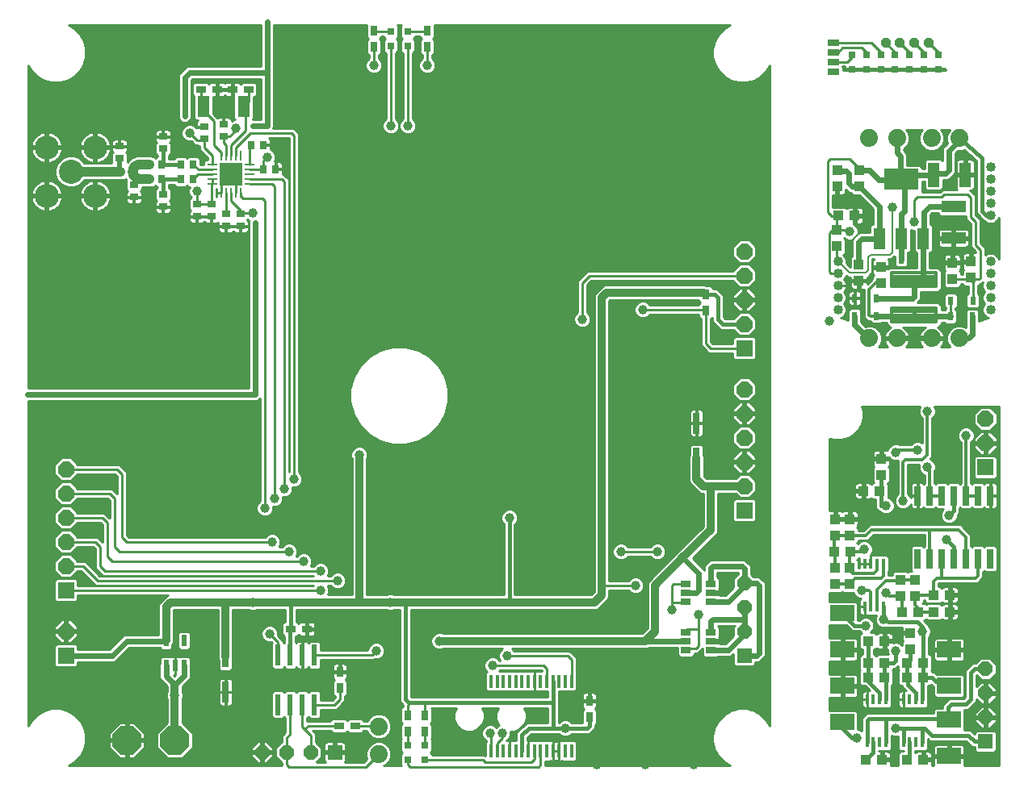
<source format=gtl>
G75*
G70*
%OFA0B0*%
%FSLAX24Y24*%
%IPPOS*%
%LPD*%
%AMOC8*
5,1,8,0,0,1.08239X$1,22.5*
%
%ADD10C,0.0740*%
%ADD11R,0.0248X0.0327*%
%ADD12R,0.0394X0.0433*%
%ADD13R,0.0984X0.0472*%
%ADD14C,0.0142*%
%ADD15R,0.0480X0.0880*%
%ADD16R,0.1417X0.0866*%
%ADD17R,0.0472X0.0984*%
%ADD18R,0.0433X0.0394*%
%ADD19C,0.0400*%
%ADD20R,0.0500X0.0260*%
%ADD21R,0.0315X0.0315*%
%ADD22R,0.0157X0.0433*%
%ADD23R,0.0260X0.0800*%
%ADD24R,0.0984X0.0669*%
%ADD25R,0.0660X0.0660*%
%ADD26OC8,0.0660*%
%ADD27R,0.0594X0.0594*%
%ADD28OC8,0.0594*%
%ADD29R,0.0236X0.0866*%
%ADD30R,0.0315X0.0394*%
%ADD31R,0.0137X0.0550*%
%ADD32R,0.0394X0.0315*%
%ADD33R,0.0217X0.0472*%
%ADD34R,0.0256X0.0866*%
%ADD35OC8,0.1181*%
%ADD36R,0.0394X0.0110*%
%ADD37R,0.0110X0.0394*%
%ADD38R,0.0945X0.0945*%
%ADD39R,0.0512X0.0866*%
%ADD40R,0.0354X0.0276*%
%ADD41R,0.0276X0.0354*%
%ADD42C,0.1000*%
%ADD43R,0.0394X0.0276*%
%ADD44C,0.0240*%
%ADD45C,0.0100*%
%ADD46C,0.0396*%
%ADD47C,0.0080*%
%ADD48C,0.0120*%
%ADD49C,0.0160*%
%ADD50OC8,0.0396*%
%ADD51C,0.0320*%
%ADD52C,0.0200*%
%ADD53C,0.0400*%
D10*
X015050Y001080D03*
X015050Y002220D03*
X035300Y018260D03*
X036440Y018260D03*
X037875Y018260D03*
X039015Y018260D03*
X039015Y026528D03*
X037875Y026528D03*
X036440Y026528D03*
X035300Y026528D03*
D11*
X036621Y021515D03*
X037526Y021515D03*
X038670Y019816D03*
X038642Y019173D03*
X039548Y019173D03*
X039576Y019816D03*
X035601Y019916D03*
X035603Y019185D03*
X034697Y019185D03*
X034696Y019916D03*
D12*
X034871Y020642D03*
X035782Y020533D03*
X035782Y021202D03*
X034871Y021311D03*
X033966Y022067D03*
X033966Y022736D03*
X033981Y024534D03*
X033981Y025204D03*
X034900Y025204D03*
X034900Y024534D03*
X038727Y021386D03*
X038727Y020717D03*
X039494Y020760D03*
X039494Y021429D03*
X035795Y013285D03*
X035795Y012615D03*
X034495Y010785D03*
X033895Y010785D03*
X033895Y010115D03*
X034495Y010115D03*
X034495Y008785D03*
X033895Y008785D03*
X033895Y008115D03*
X034495Y008115D03*
X036595Y008285D03*
X037195Y008285D03*
X037195Y007615D03*
X036595Y007615D03*
X036995Y006085D03*
X036995Y005415D03*
D13*
X038789Y022406D03*
X038789Y023705D03*
D14*
X038057Y020967D02*
X036231Y020967D01*
X038057Y020967D02*
X038057Y020401D01*
X036231Y020401D01*
X036231Y020967D01*
X036231Y020542D02*
X038057Y020542D01*
X038057Y020683D02*
X036231Y020683D01*
X036231Y020824D02*
X038057Y020824D01*
X038057Y020965D02*
X036231Y020965D01*
X036231Y019510D02*
X038057Y019510D01*
X038057Y018944D01*
X036231Y018944D01*
X036231Y019510D01*
X036231Y019085D02*
X038057Y019085D01*
X038057Y019226D02*
X036231Y019226D01*
X036231Y019367D02*
X038057Y019367D01*
X038057Y019508D02*
X036231Y019508D01*
D15*
X036628Y022391D03*
X037538Y022391D03*
X035718Y022391D03*
D16*
X036628Y024831D03*
D17*
X037962Y025022D03*
X039261Y025022D03*
D18*
X034701Y023336D03*
X034031Y023336D03*
X035060Y011950D03*
X035730Y011950D03*
X034530Y009450D03*
X033860Y009450D03*
X036660Y006950D03*
X037330Y006950D03*
X037960Y006950D03*
X038630Y006950D03*
X038630Y007650D03*
X037960Y007650D03*
X035930Y005750D03*
X035260Y005750D03*
X035260Y004850D03*
X035930Y004850D03*
X035930Y004250D03*
X035260Y004250D03*
X036860Y004250D03*
X037530Y004250D03*
X037530Y004850D03*
X036860Y004850D03*
X036860Y000850D03*
X037530Y000850D03*
X035830Y000850D03*
X035160Y000850D03*
D19*
X034008Y019441D03*
X034008Y019941D03*
X034008Y020441D03*
X034008Y020941D03*
X034008Y021441D03*
X040307Y021441D03*
X040307Y020941D03*
X040307Y020441D03*
X040307Y019941D03*
X040307Y019441D03*
X040307Y023347D03*
X040307Y023847D03*
X040307Y024347D03*
X040307Y024847D03*
X040307Y025347D03*
D20*
X033811Y029284D03*
X033811Y029678D03*
X033811Y030071D03*
X033811Y030465D03*
D21*
X034599Y029973D03*
X035189Y029973D03*
X035780Y029973D03*
X036370Y029973D03*
X036370Y029382D03*
X035780Y029382D03*
X035189Y029382D03*
X034599Y029382D03*
X036961Y029382D03*
X037552Y029382D03*
X038142Y029382D03*
X038142Y029973D03*
X037552Y029973D03*
X036961Y029973D03*
X016250Y030355D03*
X016250Y030945D03*
X015550Y030945D03*
X015550Y030355D03*
X016250Y001445D03*
X016950Y001445D03*
X016950Y000855D03*
X016250Y000855D03*
D22*
X035111Y007164D03*
X035367Y007164D03*
X035623Y007164D03*
X035879Y007164D03*
X035879Y008936D03*
X035623Y008936D03*
X035367Y008936D03*
X035111Y008936D03*
X035211Y003336D03*
X035467Y003336D03*
X035723Y003336D03*
X035979Y003336D03*
X036711Y003336D03*
X036967Y003336D03*
X037223Y003336D03*
X037479Y003336D03*
X037479Y001564D03*
X037223Y001564D03*
X036967Y001564D03*
X036711Y001564D03*
X035979Y001564D03*
X035723Y001564D03*
X035467Y001564D03*
X035211Y001564D03*
D23*
X037295Y009145D03*
X037795Y009145D03*
X038295Y009145D03*
X038795Y009145D03*
X039295Y009145D03*
X039795Y009145D03*
X040295Y009145D03*
X040295Y011755D03*
X039795Y011755D03*
X039295Y011755D03*
X038795Y011755D03*
X038295Y011755D03*
X037795Y011755D03*
X037295Y011755D03*
D24*
X034195Y006898D03*
X034195Y005402D03*
X034195Y003898D03*
X034195Y002402D03*
X038595Y002498D03*
X038595Y001002D03*
X038595Y003902D03*
X038595Y005398D03*
D25*
X030150Y011150D03*
X030150Y017850D03*
X040095Y012930D03*
X002150Y007850D03*
X002150Y005150D03*
D26*
X002150Y006150D03*
X002150Y008850D03*
X002150Y009850D03*
X002150Y010850D03*
X002150Y011850D03*
X002150Y012850D03*
X030150Y013150D03*
X030150Y012150D03*
X030150Y014150D03*
X030150Y015150D03*
X030150Y016150D03*
X030150Y018850D03*
X030150Y019850D03*
X030150Y020850D03*
X030150Y021850D03*
X040095Y014930D03*
X040095Y013930D03*
D27*
X030150Y005150D03*
X040095Y001603D03*
X013250Y001150D03*
D28*
X012250Y001150D03*
X011250Y001150D03*
X010250Y001150D03*
X030150Y006150D03*
X030150Y007150D03*
X030150Y008150D03*
X040095Y004603D03*
X040095Y003603D03*
X040095Y002603D03*
D29*
X012400Y003126D03*
X011900Y003126D03*
X011400Y003126D03*
X010900Y003126D03*
X010900Y005174D03*
X011400Y005174D03*
X011900Y005174D03*
X012400Y005174D03*
D30*
X013450Y004485D03*
X013450Y003815D03*
X016250Y002685D03*
X016950Y002685D03*
X016950Y002015D03*
X016250Y002015D03*
X023750Y002615D03*
X023750Y003285D03*
X028550Y019415D03*
X028550Y020085D03*
X017050Y030315D03*
X017050Y030985D03*
X014850Y030985D03*
X014850Y030315D03*
D31*
X019687Y004089D03*
X019943Y004089D03*
X020198Y004089D03*
X020454Y004089D03*
X020710Y004089D03*
X020966Y004089D03*
X021222Y004089D03*
X021478Y004089D03*
X021734Y004089D03*
X021990Y004089D03*
X022246Y004089D03*
X022502Y004089D03*
X022757Y004089D03*
X023013Y004089D03*
X023013Y001211D03*
X022757Y001211D03*
X022502Y001211D03*
X022246Y001211D03*
X021990Y001211D03*
X021734Y001211D03*
X021478Y001211D03*
X021222Y001211D03*
X020966Y001211D03*
X020710Y001211D03*
X020454Y001211D03*
X020198Y001211D03*
X019943Y001211D03*
X019687Y001211D03*
D32*
X014085Y002250D03*
X013415Y002250D03*
X012085Y006250D03*
X011415Y006250D03*
X009685Y028550D03*
X009015Y028550D03*
X008385Y028550D03*
X007715Y028550D03*
D33*
X007024Y005762D03*
X006276Y005762D03*
X006276Y004738D03*
X006650Y004738D03*
X007024Y004738D03*
D34*
X008729Y005098D03*
X008729Y003641D03*
X028171Y013302D03*
X028171Y014759D03*
D35*
X006634Y001650D03*
X004666Y001650D03*
D36*
X008182Y024656D03*
X008182Y024853D03*
X008182Y025050D03*
X008182Y025247D03*
X008182Y025444D03*
X009718Y025444D03*
X009718Y025247D03*
X009718Y025050D03*
X009718Y024853D03*
X009718Y024656D03*
D37*
X009344Y024282D03*
X009147Y024282D03*
X008950Y024282D03*
X008753Y024282D03*
X008556Y024282D03*
X008556Y025818D03*
X008753Y025818D03*
X008950Y025818D03*
X009147Y025818D03*
X009344Y025818D03*
D38*
X008950Y025050D03*
D39*
X009477Y027850D03*
X007823Y027850D03*
D40*
X008650Y027106D03*
X008650Y026594D03*
X007850Y026494D03*
X007850Y027006D03*
X006150Y026606D03*
X006150Y026094D03*
X004350Y026206D03*
X004350Y025694D03*
X004950Y024606D03*
X004950Y024094D03*
X006150Y024206D03*
X006150Y023694D03*
X007550Y023806D03*
X007550Y023294D03*
X008150Y023294D03*
X008150Y023806D03*
X008750Y023406D03*
X009350Y023406D03*
X009350Y022894D03*
X008750Y022894D03*
D41*
X007406Y024850D03*
X006894Y024850D03*
X006894Y025450D03*
X007406Y025450D03*
X006106Y025450D03*
X005594Y025450D03*
X005594Y024850D03*
X006106Y024850D03*
X004906Y025150D03*
X004394Y025150D03*
X009794Y026250D03*
X010306Y026250D03*
X010294Y025250D03*
X010806Y025250D03*
D42*
X003350Y026150D03*
X002350Y025150D03*
X001350Y026150D03*
X001350Y024150D03*
X003350Y024150D03*
D43*
X027738Y008124D03*
X027738Y007750D03*
X027738Y007376D03*
X028762Y007376D03*
X028762Y007750D03*
X028762Y008124D03*
X028762Y006124D03*
X028762Y005750D03*
X028762Y005376D03*
X027738Y005376D03*
X027738Y005750D03*
X027738Y006124D03*
D44*
X027738Y005750D02*
X026050Y005750D01*
X027738Y007750D02*
X028150Y007750D01*
X028250Y007850D01*
X028250Y008550D01*
X027600Y009200D01*
X028762Y008762D02*
X028762Y008124D01*
X028762Y007750D02*
X029150Y007750D01*
X029350Y007950D01*
X029350Y008150D01*
X029476Y007376D02*
X028762Y007376D01*
X029476Y007376D02*
X030150Y008050D01*
X030150Y008150D01*
X030150Y008750D01*
X030050Y008850D01*
X028850Y008850D01*
X028762Y008762D01*
X030150Y008150D02*
X030650Y008150D01*
X030750Y008050D01*
X030750Y005250D01*
X030650Y005150D01*
X030150Y005150D01*
X029476Y005376D02*
X030150Y006050D01*
X030150Y006150D01*
X030150Y006650D01*
X028850Y006650D01*
X028762Y006562D01*
X028762Y006124D01*
X028762Y005750D02*
X029250Y005750D01*
X029450Y005950D01*
X029450Y006050D01*
X030150Y006650D02*
X030150Y007150D01*
X029476Y005376D02*
X028762Y005376D01*
X035257Y018260D02*
X034695Y018823D01*
X034695Y019183D01*
X034697Y019185D01*
X035603Y019185D02*
X037103Y019185D01*
X037144Y019227D01*
X037199Y019173D01*
X038642Y019173D01*
X039548Y019173D02*
X039548Y018426D01*
X039395Y018273D01*
X039028Y018273D01*
X039015Y018260D01*
X037875Y018260D02*
X036440Y018260D01*
X035300Y018260D02*
X035257Y018260D01*
X035601Y019916D02*
X037095Y019916D01*
X037144Y019966D01*
X037144Y020684D01*
X037156Y020673D01*
X037395Y020673D01*
X037526Y020804D01*
X037526Y021515D01*
X037526Y022379D01*
X037538Y022391D01*
X037545Y022398D01*
X037545Y023473D01*
X037777Y023705D01*
X038789Y023705D01*
X038445Y025073D02*
X037963Y025073D01*
X037962Y025022D01*
X036869Y025022D01*
X036628Y024831D01*
X036745Y024714D01*
X036745Y023523D01*
X036628Y023406D01*
X036628Y022391D01*
X036621Y022384D01*
X036621Y021515D01*
X035718Y022391D02*
X035718Y023716D01*
X034900Y024534D01*
X034892Y024542D01*
X034576Y024542D01*
X034445Y024673D01*
X034445Y025073D01*
X034345Y025173D01*
X034012Y025173D01*
X033981Y025204D01*
X034900Y025204D02*
X035314Y025204D01*
X035695Y024823D01*
X036620Y024823D01*
X036628Y024831D01*
X036595Y024864D01*
X036595Y025773D01*
X036440Y025927D01*
X036440Y026528D01*
X038595Y026023D02*
X038595Y025223D01*
X038445Y025073D01*
X038595Y026023D02*
X039015Y026443D01*
X039015Y026528D01*
X035718Y022391D02*
X035700Y022373D01*
X034995Y022373D01*
X034871Y022249D01*
X034871Y021311D01*
X010450Y027050D02*
X009850Y027050D01*
X010450Y027050D02*
X010450Y029250D01*
X010450Y031350D01*
X010450Y029250D02*
X007250Y029250D01*
X007050Y029050D01*
X007050Y027450D01*
X009950Y023050D02*
X009950Y015950D01*
X000550Y015950D01*
X004650Y005750D02*
X006264Y005750D01*
X006276Y005762D01*
X006276Y004738D02*
X006276Y004293D01*
X006634Y003934D01*
X007024Y004324D01*
X007024Y004738D01*
X004650Y005750D02*
X004050Y005150D01*
X002150Y005150D01*
D45*
X002485Y000735D02*
X002251Y000600D01*
X011050Y000600D01*
X011050Y000718D01*
X010803Y000965D01*
X010803Y001335D01*
X011050Y001582D01*
X011050Y001833D01*
X011167Y001950D01*
X011200Y001983D01*
X011200Y002563D01*
X011150Y002613D01*
X011080Y002543D01*
X010720Y002543D01*
X010632Y002631D01*
X010632Y003622D01*
X010720Y003709D01*
X011080Y003709D01*
X011150Y003640D01*
X011220Y003709D01*
X011580Y003709D01*
X011650Y003640D01*
X011720Y003709D01*
X012080Y003709D01*
X012150Y003640D01*
X012220Y003709D01*
X012580Y003709D01*
X012668Y003622D01*
X012668Y003326D01*
X013144Y003326D01*
X013250Y003433D01*
X013250Y003469D01*
X013230Y003469D01*
X013143Y003556D01*
X013143Y004074D01*
X013223Y004155D01*
X013200Y004168D01*
X013172Y004196D01*
X013153Y004230D01*
X013143Y004268D01*
X013143Y004456D01*
X013421Y004456D01*
X013421Y004513D01*
X013143Y004513D01*
X013143Y004701D01*
X013153Y004739D01*
X013172Y004774D01*
X013200Y004802D01*
X013235Y004821D01*
X013273Y004831D01*
X013421Y004831D01*
X013421Y004513D01*
X013479Y004513D01*
X013757Y004513D01*
X013757Y004701D01*
X013747Y004739D01*
X013728Y004774D01*
X013700Y004802D01*
X013665Y004821D01*
X013627Y004831D01*
X013479Y004831D01*
X013479Y004513D01*
X013479Y004456D01*
X013757Y004456D01*
X013757Y004268D01*
X013747Y004230D01*
X013728Y004196D01*
X013700Y004168D01*
X013677Y004155D01*
X013757Y004074D01*
X013757Y003556D01*
X013670Y003469D01*
X013650Y003469D01*
X013650Y003267D01*
X013533Y003150D01*
X013309Y002926D01*
X012668Y002926D01*
X012668Y002631D01*
X012580Y002543D01*
X012220Y002543D01*
X012150Y002613D01*
X012100Y002563D01*
X012100Y002450D01*
X013069Y002450D01*
X013069Y002470D01*
X013156Y002557D01*
X013674Y002557D01*
X013750Y002482D01*
X013826Y002557D01*
X014344Y002557D01*
X014431Y002470D01*
X014431Y002450D01*
X014582Y002450D01*
X014609Y002515D01*
X014755Y002661D01*
X014947Y002740D01*
X015153Y002740D01*
X015345Y002661D01*
X015491Y002515D01*
X015570Y002323D01*
X015570Y002117D01*
X015491Y001925D01*
X015345Y001779D01*
X015153Y001700D01*
X014947Y001700D01*
X014755Y001779D01*
X014609Y001925D01*
X014558Y002050D01*
X014431Y002050D01*
X014431Y002030D01*
X014344Y001943D01*
X013826Y001943D01*
X013750Y002018D01*
X013674Y001943D01*
X013156Y001943D01*
X013069Y002030D01*
X013069Y002050D01*
X012333Y002050D01*
X012333Y002050D01*
X012450Y001933D01*
X012450Y001582D01*
X012697Y001335D01*
X012697Y000965D01*
X012482Y000750D01*
X012844Y000750D01*
X012833Y000761D01*
X012813Y000795D01*
X012803Y000833D01*
X012803Y001102D01*
X013202Y001102D01*
X013202Y001198D01*
X012803Y001198D01*
X012803Y001467D01*
X012813Y001505D01*
X012833Y001539D01*
X012861Y001567D01*
X012895Y001587D01*
X012933Y001597D01*
X013202Y001597D01*
X013202Y001198D01*
X013298Y001198D01*
X013298Y001597D01*
X013567Y001597D01*
X013605Y001587D01*
X013639Y001567D01*
X013667Y001539D01*
X013687Y001505D01*
X013697Y001467D01*
X013697Y001198D01*
X013298Y001198D01*
X013298Y001102D01*
X013697Y001102D01*
X013697Y000833D01*
X013687Y000795D01*
X013667Y000761D01*
X013656Y000750D01*
X014437Y000750D01*
X014569Y000882D01*
X014530Y000977D01*
X014530Y001183D01*
X014609Y001375D01*
X014755Y001521D01*
X014947Y001600D01*
X015153Y001600D01*
X015345Y001521D01*
X015491Y001375D01*
X015570Y001183D01*
X015570Y000977D01*
X015491Y000785D01*
X015345Y000639D01*
X015250Y000600D01*
X015978Y000600D01*
X015943Y000635D01*
X015943Y001074D01*
X016018Y001150D01*
X015943Y001226D01*
X015943Y001665D01*
X015988Y001711D01*
X015943Y001756D01*
X015943Y002274D01*
X016018Y002350D01*
X015943Y002426D01*
X015943Y002944D01*
X016030Y003031D01*
X016050Y003031D01*
X016050Y003125D01*
X015920Y003255D01*
X015920Y007041D01*
X015697Y007041D01*
X015605Y007003D01*
X015466Y007003D01*
X015374Y007041D01*
X011645Y007041D01*
X011645Y006557D01*
X011674Y006557D01*
X011755Y006477D01*
X011768Y006500D01*
X011796Y006528D01*
X011830Y006547D01*
X011868Y006557D01*
X012056Y006557D01*
X012056Y006279D01*
X012113Y006279D01*
X012113Y006557D01*
X012301Y006557D01*
X012339Y006547D01*
X012374Y006528D01*
X012402Y006500D01*
X012421Y006465D01*
X012431Y006427D01*
X012431Y006279D01*
X012113Y006279D01*
X012113Y006221D01*
X012113Y005943D01*
X012301Y005943D01*
X012339Y005953D01*
X012374Y005972D01*
X012402Y006000D01*
X012421Y006035D01*
X012431Y006073D01*
X012431Y006221D01*
X012113Y006221D01*
X012056Y006221D01*
X012056Y005943D01*
X011868Y005943D01*
X011830Y005953D01*
X011796Y005972D01*
X011768Y006000D01*
X011755Y006023D01*
X011674Y005943D01*
X011630Y005943D01*
X011630Y005707D01*
X011653Y005684D01*
X011662Y005699D01*
X011690Y005727D01*
X011724Y005746D01*
X011762Y005757D01*
X011891Y005757D01*
X011891Y005183D01*
X011909Y005183D01*
X011909Y005757D01*
X012038Y005757D01*
X012076Y005746D01*
X012110Y005727D01*
X012138Y005699D01*
X012147Y005684D01*
X012220Y005757D01*
X012580Y005757D01*
X012668Y005669D01*
X012668Y005374D01*
X014602Y005374D01*
X014602Y005419D01*
X014655Y005547D01*
X014753Y005645D01*
X014881Y005698D01*
X015019Y005698D01*
X015147Y005645D01*
X015245Y005547D01*
X015298Y005419D01*
X015298Y005281D01*
X015245Y005153D01*
X015147Y005055D01*
X015019Y005002D01*
X014885Y005002D01*
X014856Y004974D01*
X012668Y004974D01*
X012668Y004678D01*
X012580Y004591D01*
X012220Y004591D01*
X012147Y004663D01*
X012138Y004648D01*
X012110Y004621D01*
X012076Y004601D01*
X012038Y004591D01*
X011909Y004591D01*
X011909Y005165D01*
X011891Y005165D01*
X011891Y004591D01*
X011762Y004591D01*
X011724Y004601D01*
X011690Y004621D01*
X011662Y004648D01*
X011653Y004663D01*
X011580Y004591D01*
X011220Y004591D01*
X011150Y004660D01*
X011080Y004591D01*
X010720Y004591D01*
X010632Y004678D01*
X010632Y005669D01*
X010640Y005677D01*
X010615Y005702D01*
X010481Y005702D01*
X010353Y005755D01*
X010255Y005853D01*
X010202Y005981D01*
X010202Y006119D01*
X010255Y006247D01*
X010353Y006345D01*
X010481Y006398D01*
X010619Y006398D01*
X010747Y006345D01*
X010845Y006247D01*
X010898Y006119D01*
X010898Y005985D01*
X011100Y005783D01*
X011100Y005737D01*
X011150Y005687D01*
X011170Y005707D01*
X011170Y005943D01*
X011156Y005943D01*
X011069Y006030D01*
X011069Y006470D01*
X011156Y006557D01*
X011185Y006557D01*
X011185Y007040D01*
X010011Y007040D01*
X009919Y007002D01*
X009781Y007002D01*
X009689Y007040D01*
X009039Y007040D01*
X009039Y005036D01*
X009007Y004959D01*
X009007Y004603D01*
X008919Y004515D01*
X008539Y004515D01*
X008451Y004603D01*
X008451Y004959D01*
X008419Y005036D01*
X008419Y007040D01*
X006586Y007040D01*
X006586Y005700D01*
X006539Y005586D01*
X006534Y005582D01*
X006534Y005463D01*
X006446Y005376D01*
X006106Y005376D01*
X006018Y005463D01*
X006018Y005480D01*
X004762Y005480D01*
X004203Y004921D01*
X004104Y004880D01*
X002630Y004880D01*
X002630Y004758D01*
X002542Y004670D01*
X001758Y004670D01*
X001670Y004758D01*
X001670Y005542D01*
X001758Y005630D01*
X002542Y005630D01*
X002630Y005542D01*
X002630Y005420D01*
X003938Y005420D01*
X004421Y005903D01*
X004497Y005979D01*
X004596Y006020D01*
X005966Y006020D01*
X005966Y007238D01*
X006013Y007352D01*
X006187Y007526D01*
X006274Y007613D01*
X006364Y007650D01*
X002630Y007650D01*
X002630Y007458D01*
X002542Y007370D01*
X001758Y007370D01*
X001670Y007458D01*
X001670Y008242D01*
X001758Y008330D01*
X002542Y008330D01*
X002630Y008242D01*
X002630Y008050D01*
X012358Y008050D01*
X012358Y008050D01*
X003367Y008050D01*
X002767Y008650D01*
X002629Y008650D01*
X002349Y008370D01*
X001951Y008370D01*
X001670Y008651D01*
X001670Y009049D01*
X001951Y009330D01*
X002349Y009330D01*
X002629Y009050D01*
X002933Y009050D01*
X003050Y008933D01*
X003533Y008450D01*
X012358Y008450D01*
X012358Y008450D01*
X003667Y008450D01*
X003467Y008650D01*
X003350Y008767D01*
X003350Y009567D01*
X003267Y009650D01*
X002629Y009650D01*
X002349Y009370D01*
X001951Y009370D01*
X001670Y009651D01*
X001670Y010049D01*
X001951Y010330D01*
X002349Y010330D01*
X002629Y010050D01*
X003433Y010050D01*
X003550Y009933D01*
X003650Y009833D01*
X003650Y010567D01*
X003567Y010650D01*
X002629Y010650D01*
X002349Y010370D01*
X001951Y010370D01*
X001670Y010651D01*
X001670Y011049D01*
X001951Y011330D01*
X002349Y011330D01*
X002629Y011050D01*
X003733Y011050D01*
X003933Y010850D01*
X003950Y010833D01*
X003950Y011567D01*
X003867Y011650D01*
X002629Y011650D01*
X002349Y011370D01*
X001951Y011370D01*
X001670Y011651D01*
X001670Y012049D01*
X001951Y012330D01*
X002349Y012330D01*
X002629Y012050D01*
X004033Y012050D01*
X004150Y011933D01*
X004250Y011833D01*
X004250Y012567D01*
X004167Y012650D01*
X002629Y012650D01*
X002349Y012370D01*
X001951Y012370D01*
X001670Y012651D01*
X001670Y013049D01*
X001951Y013330D01*
X002349Y013330D01*
X002629Y013050D01*
X004333Y013050D01*
X004450Y012933D01*
X004650Y012733D01*
X004650Y010133D01*
X004733Y010050D01*
X010358Y010050D01*
X010453Y010145D01*
X010581Y010198D01*
X010719Y010198D01*
X010847Y010145D01*
X010945Y010047D01*
X010998Y009919D01*
X010998Y009781D01*
X010945Y009653D01*
X010942Y009650D01*
X011058Y009650D01*
X011153Y009745D01*
X011281Y009798D01*
X011419Y009798D01*
X011547Y009745D01*
X011645Y009647D01*
X011698Y009519D01*
X011698Y009381D01*
X011645Y009253D01*
X011642Y009250D01*
X011658Y009250D01*
X011753Y009345D01*
X011881Y009398D01*
X012019Y009398D01*
X012147Y009345D01*
X012245Y009247D01*
X012298Y009119D01*
X012298Y008981D01*
X012245Y008853D01*
X012242Y008850D01*
X012358Y008850D01*
X012453Y008945D01*
X012581Y008998D01*
X012719Y008998D01*
X012847Y008945D01*
X012945Y008847D01*
X012998Y008719D01*
X012998Y008581D01*
X012945Y008453D01*
X012942Y008450D01*
X013058Y008450D01*
X013153Y008545D01*
X013281Y008598D01*
X013419Y008598D01*
X013547Y008545D01*
X013645Y008447D01*
X013698Y008319D01*
X013698Y008181D01*
X013645Y008053D01*
X013547Y007955D01*
X013419Y007902D01*
X013281Y007902D01*
X013153Y007955D01*
X013058Y008050D01*
X012942Y008050D01*
X012945Y008047D01*
X012998Y007919D01*
X012998Y007781D01*
X012948Y007661D01*
X013940Y007661D01*
X013940Y013290D01*
X013902Y013381D01*
X013902Y013519D01*
X013955Y013647D01*
X014053Y013745D01*
X014181Y013798D01*
X014319Y013798D01*
X014447Y013745D01*
X014545Y013647D01*
X014598Y013519D01*
X014598Y013381D01*
X014560Y013288D01*
X014560Y007661D01*
X015374Y007661D01*
X015466Y007699D01*
X015605Y007699D01*
X015697Y007661D01*
X020210Y007661D01*
X020210Y010598D01*
X020155Y010653D01*
X020102Y010781D01*
X020102Y010919D01*
X020155Y011047D01*
X020253Y011145D01*
X020381Y011198D01*
X020519Y011198D01*
X020647Y011145D01*
X020745Y011047D01*
X020798Y010919D01*
X020798Y010781D01*
X020745Y010653D01*
X020670Y010578D01*
X020670Y007661D01*
X023822Y007661D01*
X023940Y007778D01*
X023940Y020012D01*
X023987Y020126D01*
X024187Y020326D01*
X024274Y020413D01*
X024388Y020460D01*
X028403Y020460D01*
X028418Y020464D01*
X028465Y020460D01*
X028512Y020460D01*
X028526Y020454D01*
X028541Y020453D01*
X028581Y020431D01*
X028770Y020431D01*
X028857Y020344D01*
X028857Y020315D01*
X029011Y020315D01*
X029145Y020180D01*
X029280Y020045D01*
X029280Y019145D01*
X029345Y019080D01*
X029701Y019080D01*
X029951Y019330D01*
X030349Y019330D01*
X030630Y019049D01*
X030630Y018651D01*
X030349Y018370D01*
X029951Y018370D01*
X029701Y018620D01*
X029155Y018620D01*
X029020Y018755D01*
X028820Y018955D01*
X028820Y019119D01*
X028770Y019069D01*
X028750Y019069D01*
X028750Y018133D01*
X028833Y018050D01*
X029670Y018050D01*
X029670Y018242D01*
X029758Y018330D01*
X030542Y018330D01*
X030630Y018242D01*
X030630Y017458D01*
X030542Y017370D01*
X029758Y017370D01*
X029670Y017458D01*
X029670Y017650D01*
X028667Y017650D01*
X028550Y017767D01*
X028350Y017967D01*
X028350Y019069D01*
X028330Y019069D01*
X028243Y019156D01*
X028243Y019250D01*
X026242Y019250D01*
X026147Y019155D01*
X026019Y019102D01*
X025881Y019102D01*
X025753Y019155D01*
X025655Y019253D01*
X025602Y019381D01*
X025602Y019519D01*
X025655Y019647D01*
X025753Y019745D01*
X025881Y019798D01*
X026019Y019798D01*
X026147Y019745D01*
X026242Y019650D01*
X028243Y019650D01*
X028243Y019674D01*
X028318Y019750D01*
X028243Y019826D01*
X028243Y019840D01*
X024578Y019840D01*
X024560Y019822D01*
X024560Y008250D01*
X025358Y008250D01*
X025453Y008345D01*
X025581Y008398D01*
X025719Y008398D01*
X025847Y008345D01*
X025945Y008247D01*
X025998Y008119D01*
X025998Y007981D01*
X025945Y007853D01*
X025847Y007755D01*
X025719Y007702D01*
X025581Y007702D01*
X025453Y007755D01*
X025358Y007850D01*
X024560Y007850D01*
X024560Y007588D01*
X024513Y007474D01*
X024426Y007387D01*
X024213Y007175D01*
X024213Y007175D01*
X024126Y007088D01*
X024012Y007041D01*
X016380Y007041D01*
X016380Y003445D01*
X016386Y003439D01*
X022016Y003439D01*
X022016Y003664D01*
X021603Y003664D01*
X021595Y003672D01*
X021566Y003664D01*
X021478Y003664D01*
X021478Y004089D01*
X021478Y004089D01*
X021478Y003664D01*
X021390Y003664D01*
X021361Y003672D01*
X021353Y003664D01*
X019556Y003664D01*
X019468Y003752D01*
X019468Y004427D01*
X019525Y004483D01*
X019455Y004553D01*
X019402Y004681D01*
X016380Y004681D01*
X016380Y004583D02*
X019443Y004583D01*
X019402Y004681D02*
X019402Y004819D01*
X019455Y004947D01*
X019553Y005045D01*
X019681Y005098D01*
X019819Y005098D01*
X019947Y005045D01*
X020042Y004950D01*
X020058Y004950D01*
X020055Y004953D01*
X020002Y005081D01*
X020002Y005219D01*
X020055Y005347D01*
X020148Y005440D01*
X017711Y005440D01*
X017619Y005402D01*
X017481Y005402D01*
X017353Y005455D01*
X017255Y005553D01*
X017202Y005681D01*
X017202Y005819D01*
X017255Y005947D01*
X017353Y006045D01*
X017481Y006098D01*
X017619Y006098D01*
X017711Y006060D01*
X025922Y006060D01*
X017711Y006060D01*
X017389Y006060D02*
X016380Y006060D01*
X016380Y005962D02*
X017269Y005962D01*
X017220Y005863D02*
X016380Y005863D01*
X016380Y005765D02*
X017202Y005765D01*
X017208Y005666D02*
X016380Y005666D01*
X016380Y005568D02*
X017249Y005568D01*
X017339Y005469D02*
X016380Y005469D01*
X016380Y005371D02*
X020078Y005371D01*
X020024Y005272D02*
X016380Y005272D01*
X016380Y005174D02*
X020002Y005174D01*
X020004Y005075D02*
X019875Y005075D01*
X020016Y004977D02*
X020045Y004977D01*
X020350Y005150D02*
X022850Y005150D01*
X023013Y004987D01*
X023013Y004089D01*
X023232Y004090D02*
X031196Y004090D01*
X031196Y003992D02*
X023232Y003992D01*
X023232Y003893D02*
X031196Y003893D01*
X031196Y003795D02*
X023232Y003795D01*
X023232Y003752D02*
X023232Y004427D01*
X023213Y004445D01*
X023213Y005069D01*
X022933Y005350D01*
X020642Y005350D01*
X020552Y005440D01*
X026112Y005440D01*
X026208Y005480D01*
X027391Y005480D01*
X027391Y005176D01*
X027479Y005088D01*
X027997Y005088D01*
X028085Y005176D01*
X028085Y005250D01*
X028233Y005250D01*
X028350Y005367D01*
X028415Y005432D01*
X028415Y005176D01*
X028503Y005088D01*
X029021Y005088D01*
X029039Y005106D01*
X029530Y005106D01*
X029629Y005147D01*
X029703Y005221D01*
X029703Y004791D01*
X029791Y004703D01*
X030509Y004703D01*
X030597Y004791D01*
X030597Y004880D01*
X030704Y004880D01*
X030803Y004921D01*
X030879Y004997D01*
X030979Y005097D01*
X031020Y005196D01*
X031020Y008104D01*
X030979Y008203D01*
X030903Y008279D01*
X030803Y008379D01*
X030704Y008420D01*
X030512Y008420D01*
X030420Y008512D01*
X030420Y008804D01*
X030379Y008903D01*
X030303Y008979D01*
X030203Y009079D01*
X030104Y009120D01*
X028796Y009120D01*
X028697Y009079D01*
X028621Y009003D01*
X028533Y008915D01*
X028492Y008816D01*
X028492Y008672D01*
X028479Y008703D01*
X028010Y009172D01*
X028926Y010087D01*
X029013Y010174D01*
X029060Y010288D01*
X029060Y011840D01*
X029781Y011840D01*
X029951Y011670D01*
X030349Y011670D01*
X030630Y011951D01*
X030630Y012349D01*
X030349Y012630D01*
X029951Y012630D01*
X029781Y012460D01*
X028578Y012460D01*
X028481Y012557D01*
X028481Y013364D01*
X028449Y013441D01*
X028449Y013797D01*
X028361Y013885D01*
X027981Y013885D01*
X027893Y013797D01*
X027893Y013441D01*
X027861Y013364D01*
X027861Y012367D01*
X027908Y012253D01*
X028274Y011887D01*
X028388Y011840D01*
X028440Y011840D01*
X028440Y010478D01*
X027337Y009376D01*
X026187Y008226D01*
X026140Y008112D01*
X026140Y006278D01*
X025922Y006060D01*
X026020Y006159D02*
X016380Y006159D01*
X016380Y006257D02*
X026119Y006257D01*
X026140Y006356D02*
X016380Y006356D01*
X016380Y006454D02*
X026140Y006454D01*
X026140Y006553D02*
X016380Y006553D01*
X016380Y006651D02*
X026140Y006651D01*
X026140Y006750D02*
X016380Y006750D01*
X016380Y006848D02*
X026140Y006848D01*
X026140Y006947D02*
X016380Y006947D01*
X015920Y006947D02*
X011645Y006947D01*
X011645Y006848D02*
X015920Y006848D01*
X015920Y006750D02*
X011645Y006750D01*
X011645Y006651D02*
X015920Y006651D01*
X015920Y006553D02*
X012320Y006553D01*
X012424Y006454D02*
X015920Y006454D01*
X015920Y006356D02*
X012431Y006356D01*
X012431Y006159D02*
X015920Y006159D01*
X015920Y006257D02*
X012113Y006257D01*
X012113Y006159D02*
X012056Y006159D01*
X012056Y006060D02*
X012113Y006060D01*
X012113Y005962D02*
X012056Y005962D01*
X011815Y005962D02*
X011693Y005962D01*
X011630Y005863D02*
X015920Y005863D01*
X015920Y005765D02*
X011630Y005765D01*
X011891Y005666D02*
X011909Y005666D01*
X011909Y005568D02*
X011891Y005568D01*
X011891Y005469D02*
X011909Y005469D01*
X011909Y005371D02*
X011891Y005371D01*
X011891Y005272D02*
X011909Y005272D01*
X011891Y005075D02*
X011909Y005075D01*
X011909Y004977D02*
X011891Y004977D01*
X011891Y004878D02*
X011909Y004878D01*
X011909Y004780D02*
X011891Y004780D01*
X011891Y004681D02*
X011909Y004681D01*
X012400Y005174D02*
X014774Y005174D01*
X014950Y005350D01*
X014803Y005666D02*
X012668Y005666D01*
X012668Y005568D02*
X014675Y005568D01*
X014623Y005469D02*
X012668Y005469D01*
X012355Y005962D02*
X015920Y005962D01*
X015920Y006060D02*
X012428Y006060D01*
X012113Y006356D02*
X012056Y006356D01*
X012056Y006454D02*
X012113Y006454D01*
X012113Y006553D02*
X012056Y006553D01*
X011850Y006553D02*
X011679Y006553D01*
X011185Y006651D02*
X009039Y006651D01*
X009039Y006553D02*
X011151Y006553D01*
X011069Y006454D02*
X009039Y006454D01*
X009039Y006356D02*
X010378Y006356D01*
X010265Y006257D02*
X009039Y006257D01*
X009039Y006159D02*
X010218Y006159D01*
X010202Y006060D02*
X009039Y006060D01*
X009039Y005962D02*
X010210Y005962D01*
X010251Y005863D02*
X009039Y005863D01*
X009039Y005765D02*
X010343Y005765D01*
X010632Y005666D02*
X009039Y005666D01*
X009039Y005568D02*
X010632Y005568D01*
X010632Y005469D02*
X009039Y005469D01*
X009039Y005371D02*
X010632Y005371D01*
X010632Y005272D02*
X009039Y005272D01*
X009039Y005174D02*
X010632Y005174D01*
X010632Y005075D02*
X009039Y005075D01*
X009014Y004977D02*
X010632Y004977D01*
X010632Y004878D02*
X009007Y004878D01*
X009007Y004780D02*
X010632Y004780D01*
X010632Y004681D02*
X009007Y004681D01*
X008986Y004583D02*
X013143Y004583D01*
X013143Y004681D02*
X012668Y004681D01*
X012668Y004780D02*
X013178Y004780D01*
X013421Y004780D02*
X013479Y004780D01*
X013479Y004681D02*
X013421Y004681D01*
X013421Y004583D02*
X013479Y004583D01*
X013479Y004484D02*
X015920Y004484D01*
X015920Y004386D02*
X013757Y004386D01*
X013757Y004287D02*
X015920Y004287D01*
X015920Y004189D02*
X013720Y004189D01*
X013742Y004090D02*
X015920Y004090D01*
X015920Y003992D02*
X013757Y003992D01*
X013757Y003893D02*
X015920Y003893D01*
X015920Y003795D02*
X013757Y003795D01*
X013757Y003696D02*
X015920Y003696D01*
X015920Y003598D02*
X013757Y003598D01*
X013700Y003499D02*
X015920Y003499D01*
X015920Y003401D02*
X013650Y003401D01*
X013650Y003302D02*
X015920Y003302D01*
X015971Y003204D02*
X013586Y003204D01*
X013488Y003105D02*
X016050Y003105D01*
X016005Y003007D02*
X013389Y003007D01*
X013226Y003126D02*
X013450Y003350D01*
X013450Y003815D01*
X013143Y003795D02*
X009007Y003795D01*
X009007Y003893D02*
X013143Y003893D01*
X013143Y003992D02*
X009007Y003992D01*
X009007Y004090D02*
X013158Y004090D01*
X013180Y004189D02*
X008955Y004189D01*
X008949Y004194D02*
X008915Y004214D01*
X008876Y004224D01*
X008743Y004224D01*
X008743Y003655D01*
X009007Y003655D01*
X009007Y004094D01*
X008996Y004132D01*
X008977Y004167D01*
X008949Y004194D01*
X008743Y004189D02*
X008715Y004189D01*
X008715Y004224D02*
X008581Y004224D01*
X008543Y004214D01*
X008509Y004194D01*
X008481Y004167D01*
X008461Y004132D01*
X008451Y004094D01*
X008451Y003655D01*
X008715Y003655D01*
X008715Y003627D01*
X008743Y003627D01*
X008743Y003058D01*
X008876Y003058D01*
X008915Y003068D01*
X008949Y003088D01*
X008977Y003116D01*
X008996Y003150D01*
X009007Y003189D01*
X009007Y003627D01*
X008743Y003627D01*
X008743Y003655D01*
X008715Y003655D01*
X008715Y004224D01*
X008715Y004090D02*
X008743Y004090D01*
X008743Y003992D02*
X008715Y003992D01*
X008715Y003893D02*
X008743Y003893D01*
X008743Y003795D02*
X008715Y003795D01*
X008715Y003696D02*
X008743Y003696D01*
X008715Y003627D02*
X008451Y003627D01*
X008451Y003189D01*
X008461Y003150D01*
X008481Y003116D01*
X008509Y003088D01*
X008543Y003068D01*
X008581Y003058D01*
X008715Y003058D01*
X008715Y003627D01*
X008715Y003598D02*
X008743Y003598D01*
X008743Y003499D02*
X008715Y003499D01*
X008715Y003401D02*
X008743Y003401D01*
X008743Y003302D02*
X008715Y003302D01*
X008715Y003204D02*
X008743Y003204D01*
X008743Y003105D02*
X008715Y003105D01*
X008492Y003105D02*
X006944Y003105D01*
X006944Y003007D02*
X010632Y003007D01*
X010632Y003105D02*
X008966Y003105D01*
X009007Y003204D02*
X010632Y003204D01*
X010632Y003302D02*
X009007Y003302D01*
X009007Y003401D02*
X010632Y003401D01*
X010632Y003499D02*
X009007Y003499D01*
X009007Y003598D02*
X010632Y003598D01*
X010706Y003696D02*
X009007Y003696D01*
X008451Y003696D02*
X006944Y003696D01*
X006944Y003667D02*
X006944Y003862D01*
X007253Y004171D01*
X007294Y004270D01*
X007294Y004792D01*
X007282Y004820D01*
X007282Y005037D01*
X007194Y005124D01*
X006854Y005124D01*
X006833Y005104D01*
X006816Y005114D01*
X006778Y005124D01*
X006654Y005124D01*
X006654Y004742D01*
X006646Y004742D01*
X006646Y005124D01*
X006522Y005124D01*
X006484Y005114D01*
X006467Y005104D01*
X006446Y005124D01*
X006106Y005124D01*
X006018Y005037D01*
X006018Y004820D01*
X006006Y004792D01*
X006006Y004239D01*
X006047Y004140D01*
X006324Y003862D01*
X006324Y003667D01*
X006286Y003575D01*
X006286Y003436D01*
X006324Y003344D01*
X006324Y002387D01*
X005894Y001957D01*
X005894Y001343D01*
X006328Y000909D01*
X006941Y000909D01*
X007375Y001343D01*
X007375Y001957D01*
X006944Y002387D01*
X006944Y003344D01*
X006982Y003436D01*
X006982Y003575D01*
X006944Y003667D01*
X006973Y003598D02*
X008451Y003598D01*
X008451Y003499D02*
X006982Y003499D01*
X006968Y003401D02*
X008451Y003401D01*
X008451Y003302D02*
X006944Y003302D01*
X006944Y003204D02*
X008451Y003204D01*
X008451Y003795D02*
X006944Y003795D01*
X006975Y003893D02*
X008451Y003893D01*
X008451Y003992D02*
X007073Y003992D01*
X007172Y004090D02*
X008451Y004090D01*
X008503Y004189D02*
X007260Y004189D01*
X007294Y004287D02*
X013143Y004287D01*
X013143Y004386D02*
X007294Y004386D01*
X007294Y004484D02*
X013421Y004484D01*
X013757Y004583D02*
X015920Y004583D01*
X015920Y004681D02*
X013757Y004681D01*
X013722Y004780D02*
X015920Y004780D01*
X015920Y004878D02*
X012668Y004878D01*
X011170Y005765D02*
X011100Y005765D01*
X011170Y005863D02*
X011020Y005863D01*
X010921Y005962D02*
X011137Y005962D01*
X011069Y006060D02*
X010898Y006060D01*
X010882Y006159D02*
X011069Y006159D01*
X011069Y006257D02*
X010835Y006257D01*
X010722Y006356D02*
X011069Y006356D01*
X010550Y006050D02*
X010900Y005700D01*
X010900Y005174D01*
X011094Y003696D02*
X011206Y003696D01*
X011594Y003696D02*
X011706Y003696D01*
X012094Y003696D02*
X012206Y003696D01*
X012594Y003696D02*
X013143Y003696D01*
X013143Y003598D02*
X012668Y003598D01*
X012668Y003499D02*
X013200Y003499D01*
X013218Y003401D02*
X012668Y003401D01*
X012400Y003126D02*
X013226Y003126D01*
X012668Y002908D02*
X015943Y002908D01*
X015943Y002810D02*
X012668Y002810D01*
X012668Y002711D02*
X014877Y002711D01*
X014707Y002613D02*
X012649Y002613D01*
X013113Y002514D02*
X012100Y002514D01*
X012149Y002613D02*
X012151Y002613D01*
X012150Y002250D02*
X012000Y002100D01*
X012250Y001850D01*
X012250Y001150D01*
X012571Y000840D02*
X012803Y000840D01*
X012803Y000938D02*
X012670Y000938D01*
X012697Y001037D02*
X012803Y001037D01*
X012697Y001135D02*
X013202Y001135D01*
X013298Y001135D02*
X014530Y001135D01*
X014530Y001037D02*
X013697Y001037D01*
X013697Y000938D02*
X014546Y000938D01*
X014527Y000840D02*
X013697Y000840D01*
X013697Y001234D02*
X014551Y001234D01*
X014592Y001332D02*
X013697Y001332D01*
X013697Y001431D02*
X014665Y001431D01*
X014775Y001529D02*
X013673Y001529D01*
X013298Y001529D02*
X013202Y001529D01*
X013202Y001431D02*
X013298Y001431D01*
X013298Y001332D02*
X013202Y001332D01*
X013202Y001234D02*
X013298Y001234D01*
X012827Y001529D02*
X012503Y001529D01*
X012450Y001628D02*
X015943Y001628D01*
X015943Y001529D02*
X015325Y001529D01*
X015435Y001431D02*
X015943Y001431D01*
X015943Y001332D02*
X015508Y001332D01*
X015549Y001234D02*
X015943Y001234D01*
X016003Y001135D02*
X015570Y001135D01*
X015570Y001037D02*
X015943Y001037D01*
X015943Y000938D02*
X015554Y000938D01*
X015513Y000840D02*
X015943Y000840D01*
X015943Y000741D02*
X015446Y000741D01*
X015348Y000643D02*
X015943Y000643D01*
X016250Y000650D02*
X016350Y000550D01*
X021650Y000550D01*
X021734Y000634D01*
X021734Y001211D01*
X021478Y001211D02*
X021478Y000878D01*
X021350Y000750D01*
X019450Y000750D01*
X019345Y000855D01*
X016950Y000855D01*
X017257Y001055D02*
X017257Y001074D01*
X017182Y001150D01*
X017257Y001226D01*
X017257Y001665D01*
X017212Y001711D01*
X017257Y001756D01*
X017257Y002274D01*
X017182Y002350D01*
X017257Y002426D01*
X017257Y002944D01*
X017222Y002979D01*
X018241Y002979D01*
X018157Y002775D01*
X018157Y002525D01*
X018252Y002295D01*
X018429Y002118D01*
X018659Y002023D01*
X018909Y002023D01*
X019139Y002118D01*
X019316Y002295D01*
X019411Y002525D01*
X019411Y002775D01*
X019326Y002979D01*
X019974Y002979D01*
X019889Y002775D01*
X019889Y002525D01*
X019984Y002295D01*
X020010Y002269D01*
X019953Y002245D01*
X019900Y002192D01*
X019847Y002245D01*
X019719Y002298D01*
X019581Y002298D01*
X019453Y002245D01*
X019355Y002147D01*
X019302Y002019D01*
X019302Y001881D01*
X019355Y001753D01*
X019453Y001655D01*
X019487Y001641D01*
X019487Y001566D01*
X019468Y001548D01*
X019468Y001015D01*
X019428Y001055D01*
X017257Y001055D01*
X017197Y001135D02*
X019468Y001135D01*
X019468Y001037D02*
X019446Y001037D01*
X019468Y001234D02*
X017257Y001234D01*
X017257Y001332D02*
X019468Y001332D01*
X019468Y001431D02*
X017257Y001431D01*
X017257Y001529D02*
X019468Y001529D01*
X019487Y001628D02*
X017257Y001628D01*
X017227Y001726D02*
X019382Y001726D01*
X019325Y001825D02*
X017257Y001825D01*
X017257Y001923D02*
X019302Y001923D01*
X019303Y002022D02*
X017257Y002022D01*
X017257Y002120D02*
X018427Y002120D01*
X018328Y002219D02*
X017257Y002219D01*
X017215Y002317D02*
X018243Y002317D01*
X018202Y002416D02*
X017247Y002416D01*
X017257Y002514D02*
X018161Y002514D01*
X018157Y002613D02*
X017257Y002613D01*
X017257Y002711D02*
X018157Y002711D01*
X018171Y002810D02*
X017257Y002810D01*
X017257Y002908D02*
X018212Y002908D01*
X019356Y002908D02*
X019944Y002908D01*
X019903Y002810D02*
X019397Y002810D01*
X019411Y002711D02*
X019889Y002711D01*
X019889Y002613D02*
X019411Y002613D01*
X019406Y002514D02*
X019894Y002514D01*
X019934Y002416D02*
X019366Y002416D01*
X019325Y002317D02*
X019975Y002317D01*
X019926Y002219D02*
X019874Y002219D01*
X019650Y001950D02*
X019687Y001913D01*
X019687Y001211D01*
X019943Y001211D02*
X019943Y001543D01*
X020150Y001750D01*
X020150Y001950D01*
X020475Y001825D02*
X020736Y001825D01*
X020736Y001923D02*
X020498Y001923D01*
X020498Y001881D02*
X020498Y002019D01*
X020497Y002023D01*
X020641Y002023D01*
X020871Y002118D01*
X021048Y002295D01*
X021143Y002525D01*
X021143Y002775D01*
X021059Y002979D01*
X022016Y002979D01*
X022016Y002380D01*
X021155Y002380D01*
X021020Y002245D01*
X020736Y001961D01*
X020736Y001636D01*
X020580Y001636D01*
X020572Y001628D01*
X020543Y001636D01*
X020454Y001636D01*
X020366Y001636D01*
X020337Y001628D01*
X020329Y001636D01*
X020318Y001636D01*
X020331Y001648D01*
X020347Y001655D01*
X020445Y001753D01*
X020498Y001881D01*
X020497Y002022D02*
X020796Y002022D01*
X020873Y002120D02*
X020895Y002120D01*
X020972Y002219D02*
X020993Y002219D01*
X021057Y002317D02*
X021092Y002317D01*
X021098Y002416D02*
X022016Y002416D01*
X022016Y002514D02*
X021139Y002514D01*
X021143Y002613D02*
X022016Y002613D01*
X022016Y002711D02*
X021143Y002711D01*
X021129Y002810D02*
X022016Y002810D01*
X022016Y002908D02*
X021088Y002908D01*
X021478Y003696D02*
X021478Y003696D01*
X021478Y003795D02*
X021478Y003795D01*
X021478Y003893D02*
X021478Y003893D01*
X021478Y003992D02*
X021478Y003992D01*
X021478Y004089D02*
X021478Y004514D01*
X021478Y004089D01*
X021478Y004089D01*
X021478Y004090D02*
X021478Y004090D01*
X021478Y004189D02*
X021478Y004189D01*
X021478Y004287D02*
X021478Y004287D01*
X021478Y004386D02*
X021478Y004386D01*
X021478Y004484D02*
X021478Y004484D01*
X021478Y004514D02*
X021566Y004514D01*
X021595Y004507D01*
X021603Y004514D01*
X021790Y004514D01*
X021790Y004527D01*
X021767Y004550D01*
X020042Y004550D01*
X020007Y004514D01*
X021353Y004514D01*
X021361Y004507D01*
X021390Y004514D01*
X021478Y004514D01*
X021850Y004750D02*
X021990Y004610D01*
X021990Y004089D01*
X022016Y003598D02*
X016380Y003598D01*
X016380Y003696D02*
X019524Y003696D01*
X019468Y003795D02*
X016380Y003795D01*
X016380Y003893D02*
X019468Y003893D01*
X019468Y003992D02*
X016380Y003992D01*
X016380Y004090D02*
X019468Y004090D01*
X019468Y004189D02*
X016380Y004189D01*
X016380Y004287D02*
X019468Y004287D01*
X019468Y004386D02*
X016380Y004386D01*
X016380Y004484D02*
X019524Y004484D01*
X019402Y004780D02*
X016380Y004780D01*
X016380Y004878D02*
X019426Y004878D01*
X019484Y004977D02*
X016380Y004977D01*
X016380Y005075D02*
X019625Y005075D01*
X019750Y004750D02*
X021850Y004750D01*
X022476Y003664D02*
X023144Y003664D01*
X023232Y003752D01*
X023176Y003696D02*
X031196Y003696D01*
X031196Y003598D02*
X024004Y003598D01*
X024000Y003602D02*
X023965Y003621D01*
X023927Y003631D01*
X023779Y003631D01*
X023779Y003313D01*
X024057Y003313D01*
X024057Y003501D01*
X024047Y003539D01*
X024028Y003574D01*
X024000Y003602D01*
X024057Y003499D02*
X031196Y003499D01*
X031196Y003401D02*
X024057Y003401D01*
X024057Y003256D02*
X023779Y003256D01*
X023779Y003313D01*
X023721Y003313D01*
X023721Y003256D01*
X023443Y003256D01*
X023443Y003068D01*
X023453Y003030D01*
X023472Y002996D01*
X023500Y002968D01*
X023523Y002955D01*
X023443Y002874D01*
X023443Y002380D01*
X023012Y002380D01*
X022947Y002445D01*
X022819Y002498D01*
X022681Y002498D01*
X022553Y002445D01*
X022488Y002380D01*
X022476Y002380D01*
X022476Y003664D01*
X022476Y003598D02*
X023496Y003598D01*
X023500Y003602D02*
X023472Y003574D01*
X023453Y003539D01*
X023443Y003501D01*
X023443Y003313D01*
X023721Y003313D01*
X023721Y003631D01*
X023573Y003631D01*
X023535Y003621D01*
X023500Y003602D01*
X023443Y003499D02*
X022476Y003499D01*
X022476Y003401D02*
X023443Y003401D01*
X023443Y003204D02*
X022476Y003204D01*
X022476Y003302D02*
X023721Y003302D01*
X023779Y003302D02*
X031196Y003302D01*
X031196Y003204D02*
X024057Y003204D01*
X024057Y003256D02*
X024057Y003068D01*
X024047Y003030D01*
X024028Y002996D01*
X024000Y002968D01*
X023977Y002955D01*
X024057Y002874D01*
X024057Y002356D01*
X023980Y002279D01*
X023980Y002155D01*
X023845Y002020D01*
X023745Y001920D01*
X023012Y001920D01*
X022947Y001855D01*
X022819Y001802D01*
X022681Y001802D01*
X022553Y001855D01*
X022488Y001920D01*
X021345Y001920D01*
X021196Y001771D01*
X021196Y001636D01*
X021222Y001636D01*
X021222Y001211D01*
X021222Y001211D01*
X021222Y001636D01*
X021310Y001636D01*
X021339Y001628D01*
X021347Y001636D01*
X022120Y001636D01*
X022128Y001628D01*
X022157Y001636D01*
X022246Y001636D01*
X022246Y001211D01*
X022246Y001211D01*
X022464Y001211D01*
X022502Y001211D01*
X022502Y001211D01*
X022502Y001636D01*
X022590Y001636D01*
X022619Y001628D01*
X022627Y001636D01*
X023144Y001636D01*
X023232Y001548D01*
X023232Y000873D01*
X023144Y000786D01*
X022627Y000786D01*
X022619Y000793D01*
X022590Y000786D01*
X022502Y000786D01*
X022502Y001211D01*
X022502Y001636D01*
X022413Y001636D01*
X022375Y001625D01*
X022374Y001625D01*
X022372Y001625D01*
X022334Y001636D01*
X022246Y001636D01*
X022246Y001211D01*
X022246Y001211D01*
X022502Y001211D01*
X022502Y001211D01*
X022502Y001211D01*
X022502Y000786D01*
X022413Y000786D01*
X022375Y000796D01*
X022374Y000797D01*
X022372Y000796D01*
X022334Y000786D01*
X022246Y000786D01*
X022246Y001211D01*
X022246Y001211D01*
X022246Y000786D01*
X022157Y000786D01*
X022128Y000793D01*
X022120Y000786D01*
X021934Y000786D01*
X021934Y000600D01*
X029545Y000600D01*
X029311Y000735D01*
X029081Y000965D01*
X028918Y001247D01*
X028834Y001562D01*
X028834Y001888D01*
X028918Y002202D01*
X029081Y002485D01*
X029311Y002715D01*
X029594Y002878D01*
X029908Y002962D01*
X030234Y002962D01*
X030549Y002878D01*
X030831Y002715D01*
X031061Y002485D01*
X031196Y002251D01*
X031196Y029545D01*
X031061Y029311D01*
X030831Y029081D01*
X030549Y028918D01*
X030234Y028834D01*
X029908Y028834D01*
X029594Y028918D01*
X029311Y029081D01*
X029081Y029311D01*
X028918Y029594D01*
X028834Y029908D01*
X028834Y030234D01*
X028918Y030549D01*
X029081Y030831D01*
X029311Y031061D01*
X029545Y031196D01*
X017357Y031196D01*
X017357Y030726D01*
X017282Y030650D01*
X017357Y030574D01*
X017357Y030056D01*
X017270Y029969D01*
X017250Y029969D01*
X017250Y029842D01*
X017345Y029747D01*
X017398Y029619D01*
X017398Y029481D01*
X017345Y029353D01*
X017247Y029255D01*
X017119Y029202D01*
X016981Y029202D01*
X016853Y029255D01*
X016755Y029353D01*
X016702Y029481D01*
X016702Y029619D01*
X016755Y029747D01*
X016850Y029842D01*
X016850Y029969D01*
X016830Y029969D01*
X016743Y030056D01*
X016743Y030574D01*
X016818Y030650D01*
X016743Y030726D01*
X016743Y030745D01*
X016557Y030745D01*
X016557Y030726D01*
X016482Y030650D01*
X016557Y030574D01*
X016557Y030135D01*
X016470Y030047D01*
X016450Y030047D01*
X016450Y027342D01*
X016545Y027247D01*
X016598Y027119D01*
X016598Y026981D01*
X016545Y026853D01*
X016447Y026755D01*
X016319Y026702D01*
X016181Y026702D01*
X016053Y026755D01*
X015955Y026853D01*
X015902Y026981D01*
X015902Y027119D01*
X015955Y027247D01*
X016050Y027342D01*
X016050Y030047D01*
X016030Y030047D01*
X015943Y030135D01*
X015943Y030574D01*
X016018Y030650D01*
X015943Y030726D01*
X015943Y031165D01*
X015974Y031196D01*
X015826Y031196D01*
X015857Y031165D01*
X015857Y030726D01*
X015782Y030650D01*
X015857Y030574D01*
X015857Y030135D01*
X015770Y030047D01*
X015750Y030047D01*
X015750Y027342D01*
X015845Y027247D01*
X015898Y027119D01*
X015898Y026981D01*
X015845Y026853D01*
X015747Y026755D01*
X015619Y026702D01*
X015481Y026702D01*
X015353Y026755D01*
X015255Y026853D01*
X015202Y026981D01*
X015202Y027119D01*
X015255Y027247D01*
X015350Y027342D01*
X015350Y030047D01*
X015330Y030047D01*
X015243Y030135D01*
X015243Y030574D01*
X015318Y030650D01*
X015243Y030726D01*
X015243Y030745D01*
X015157Y030745D01*
X015157Y030726D01*
X015082Y030650D01*
X015157Y030574D01*
X015157Y030056D01*
X015070Y029969D01*
X015050Y029969D01*
X015050Y029842D01*
X015145Y029747D01*
X015198Y029619D01*
X015198Y029481D01*
X015145Y029353D01*
X015047Y029255D01*
X014919Y029202D01*
X014781Y029202D01*
X014653Y029255D01*
X014555Y029353D01*
X014502Y029481D01*
X014502Y029619D01*
X014555Y029747D01*
X014650Y029842D01*
X014650Y029969D01*
X014630Y029969D01*
X014543Y030056D01*
X014543Y030574D01*
X014618Y030650D01*
X014543Y030726D01*
X014543Y031196D01*
X010720Y031196D01*
X010720Y026996D01*
X010701Y026950D01*
X011533Y026950D01*
X011650Y026833D01*
X011750Y026733D01*
X011750Y012742D01*
X011845Y012647D01*
X011898Y012519D01*
X011898Y012381D01*
X011845Y012253D01*
X011747Y012155D01*
X011619Y012102D01*
X011498Y012102D01*
X011498Y011981D01*
X011445Y011853D01*
X011347Y011755D01*
X011219Y011702D01*
X011098Y011702D01*
X011098Y011581D01*
X011045Y011453D01*
X010947Y011355D01*
X010819Y011302D01*
X010698Y011302D01*
X010698Y011181D01*
X010645Y011053D01*
X010547Y010955D01*
X010419Y010902D01*
X010281Y010902D01*
X010153Y010955D01*
X010055Y011053D01*
X010002Y011181D01*
X010002Y011319D01*
X010055Y011447D01*
X010150Y011542D01*
X010150Y015768D01*
X010103Y015721D01*
X010004Y015680D01*
X000600Y015680D01*
X000600Y002251D01*
X000735Y002485D01*
X000965Y002715D01*
X001247Y002878D01*
X001562Y002962D01*
X001888Y002962D01*
X002202Y002878D01*
X002485Y002715D01*
X002715Y002485D01*
X002878Y002202D01*
X002962Y001888D01*
X002962Y001562D01*
X002878Y001247D01*
X002715Y000965D01*
X002485Y000735D01*
X002491Y000741D02*
X010027Y000741D01*
X010065Y000703D02*
X010202Y000703D01*
X010202Y001102D01*
X010298Y001102D01*
X010298Y001198D01*
X010697Y001198D01*
X010697Y001335D01*
X010435Y001597D01*
X010298Y001597D01*
X010298Y001198D01*
X010202Y001198D01*
X010202Y001102D01*
X009803Y001102D01*
X009803Y000965D01*
X010065Y000703D01*
X010202Y000741D02*
X010298Y000741D01*
X010298Y000703D02*
X010435Y000703D01*
X010697Y000965D01*
X010697Y001102D01*
X010298Y001102D01*
X010298Y000703D01*
X010298Y000840D02*
X010202Y000840D01*
X010202Y000938D02*
X010298Y000938D01*
X010298Y001037D02*
X010202Y001037D01*
X010202Y001135D02*
X007167Y001135D01*
X007265Y001234D02*
X009803Y001234D01*
X009803Y001198D02*
X010202Y001198D01*
X010202Y001597D01*
X010065Y001597D01*
X009803Y001335D01*
X009803Y001198D01*
X009803Y001332D02*
X007364Y001332D01*
X007375Y001431D02*
X009899Y001431D01*
X009997Y001529D02*
X007375Y001529D01*
X007375Y001628D02*
X011050Y001628D01*
X011050Y001726D02*
X007375Y001726D01*
X007375Y001825D02*
X011050Y001825D01*
X011140Y001923D02*
X007375Y001923D01*
X007310Y002022D02*
X011200Y002022D01*
X011200Y002120D02*
X007212Y002120D01*
X007113Y002219D02*
X011200Y002219D01*
X011200Y002317D02*
X007015Y002317D01*
X006944Y002416D02*
X011200Y002416D01*
X011200Y002514D02*
X006944Y002514D01*
X006944Y002613D02*
X010651Y002613D01*
X010632Y002711D02*
X006944Y002711D01*
X006944Y002810D02*
X010632Y002810D01*
X010632Y002908D02*
X006944Y002908D01*
X006324Y002908D02*
X002090Y002908D01*
X002321Y002810D02*
X006324Y002810D01*
X006324Y002711D02*
X002489Y002711D01*
X002587Y002613D02*
X006324Y002613D01*
X006324Y002514D02*
X002686Y002514D01*
X002755Y002416D02*
X006324Y002416D01*
X006254Y002317D02*
X005046Y002317D01*
X004972Y002391D02*
X004716Y002391D01*
X004716Y001700D01*
X005406Y001700D01*
X005406Y001957D01*
X004972Y002391D01*
X005145Y002219D02*
X006155Y002219D01*
X006057Y002120D02*
X005243Y002120D01*
X005342Y002022D02*
X005958Y002022D01*
X005894Y001923D02*
X005406Y001923D01*
X005406Y001825D02*
X005894Y001825D01*
X005894Y001726D02*
X005406Y001726D01*
X005406Y001600D02*
X004716Y001600D01*
X004716Y001700D01*
X004616Y001700D01*
X004616Y002391D01*
X004359Y002391D01*
X003925Y001957D01*
X003925Y001700D01*
X004616Y001700D01*
X004616Y001600D01*
X004716Y001600D01*
X004716Y000909D01*
X004972Y000909D01*
X005406Y001343D01*
X005406Y001600D01*
X005406Y001529D02*
X005894Y001529D01*
X005894Y001431D02*
X005406Y001431D01*
X005395Y001332D02*
X005905Y001332D01*
X006003Y001234D02*
X005297Y001234D01*
X005198Y001135D02*
X006102Y001135D01*
X006200Y001037D02*
X005100Y001037D01*
X005001Y000938D02*
X006299Y000938D01*
X006970Y000938D02*
X009830Y000938D01*
X009803Y001037D02*
X007068Y001037D01*
X005894Y001628D02*
X004716Y001628D01*
X004716Y001726D02*
X004616Y001726D01*
X004616Y001628D02*
X002962Y001628D01*
X002962Y001726D02*
X003925Y001726D01*
X003925Y001825D02*
X002962Y001825D01*
X002953Y001923D02*
X003925Y001923D01*
X003990Y002022D02*
X002926Y002022D01*
X002900Y002120D02*
X004088Y002120D01*
X004187Y002219D02*
X002869Y002219D01*
X002812Y002317D02*
X004285Y002317D01*
X004616Y002317D02*
X004716Y002317D01*
X004716Y002219D02*
X004616Y002219D01*
X004616Y002120D02*
X004716Y002120D01*
X004716Y002022D02*
X004616Y002022D01*
X004616Y001923D02*
X004716Y001923D01*
X004716Y001825D02*
X004616Y001825D01*
X004616Y001600D02*
X003925Y001600D01*
X003925Y001343D01*
X004359Y000909D01*
X004616Y000909D01*
X004616Y001600D01*
X004616Y001529D02*
X004716Y001529D01*
X004716Y001431D02*
X004616Y001431D01*
X004616Y001332D02*
X004716Y001332D01*
X004716Y001234D02*
X004616Y001234D01*
X004616Y001135D02*
X004716Y001135D01*
X004716Y001037D02*
X004616Y001037D01*
X004616Y000938D02*
X004716Y000938D01*
X004330Y000938D02*
X002688Y000938D01*
X002756Y001037D02*
X004232Y001037D01*
X004133Y001135D02*
X002813Y001135D01*
X002870Y001234D02*
X004035Y001234D01*
X003936Y001332D02*
X002901Y001332D01*
X002927Y001431D02*
X003925Y001431D01*
X003925Y001529D02*
X002953Y001529D01*
X002589Y000840D02*
X009929Y000840D01*
X010298Y001135D02*
X010803Y001135D01*
X010803Y001037D02*
X010697Y001037D01*
X010670Y000938D02*
X010830Y000938D01*
X010929Y000840D02*
X010571Y000840D01*
X010473Y000741D02*
X011027Y000741D01*
X011050Y000643D02*
X002325Y000643D01*
X000638Y002317D02*
X000600Y002317D01*
X000600Y002416D02*
X000695Y002416D01*
X000764Y002514D02*
X000600Y002514D01*
X000600Y002613D02*
X000863Y002613D01*
X000961Y002711D02*
X000600Y002711D01*
X000600Y002810D02*
X001129Y002810D01*
X001360Y002908D02*
X000600Y002908D01*
X000600Y003007D02*
X006324Y003007D01*
X006324Y003105D02*
X000600Y003105D01*
X000600Y003204D02*
X006324Y003204D01*
X006324Y003302D02*
X000600Y003302D01*
X000600Y003401D02*
X006301Y003401D01*
X006286Y003499D02*
X000600Y003499D01*
X000600Y003598D02*
X006296Y003598D01*
X006324Y003696D02*
X000600Y003696D01*
X000600Y003795D02*
X006324Y003795D01*
X006294Y003893D02*
X000600Y003893D01*
X000600Y003992D02*
X006195Y003992D01*
X006097Y004090D02*
X000600Y004090D01*
X000600Y004189D02*
X006027Y004189D01*
X006006Y004287D02*
X000600Y004287D01*
X000600Y004386D02*
X006006Y004386D01*
X006006Y004484D02*
X000600Y004484D01*
X000600Y004583D02*
X006006Y004583D01*
X006006Y004681D02*
X002553Y004681D01*
X002630Y004780D02*
X006006Y004780D01*
X006018Y004878D02*
X002630Y004878D01*
X002630Y005469D02*
X003987Y005469D01*
X004086Y005568D02*
X002605Y005568D01*
X002443Y005765D02*
X004283Y005765D01*
X004381Y005863D02*
X002542Y005863D01*
X002630Y005951D02*
X002630Y006102D01*
X002198Y006102D01*
X002198Y006198D01*
X002102Y006198D01*
X002102Y006102D01*
X001670Y006102D01*
X001670Y005951D01*
X001951Y005670D01*
X002102Y005670D01*
X002102Y006102D01*
X002198Y006102D01*
X002198Y005670D01*
X002349Y005670D01*
X002630Y005951D01*
X002630Y005962D02*
X004480Y005962D01*
X004184Y005666D02*
X000600Y005666D01*
X000600Y005568D02*
X001695Y005568D01*
X001670Y005469D02*
X000600Y005469D01*
X000600Y005371D02*
X001670Y005371D01*
X001670Y005272D02*
X000600Y005272D01*
X000600Y005174D02*
X001670Y005174D01*
X001670Y005075D02*
X000600Y005075D01*
X000600Y004977D02*
X001670Y004977D01*
X001670Y004878D02*
X000600Y004878D01*
X000600Y004780D02*
X001670Y004780D01*
X001747Y004681D02*
X000600Y004681D01*
X000600Y005765D02*
X001857Y005765D01*
X001758Y005863D02*
X000600Y005863D01*
X000600Y005962D02*
X001670Y005962D01*
X001670Y006060D02*
X000600Y006060D01*
X000600Y006159D02*
X002102Y006159D01*
X002102Y006198D02*
X001670Y006198D01*
X001670Y006349D01*
X001951Y006630D01*
X002102Y006630D01*
X002102Y006198D01*
X002102Y006257D02*
X002198Y006257D01*
X002198Y006198D02*
X002198Y006630D01*
X002349Y006630D01*
X002630Y006349D01*
X002630Y006198D01*
X002198Y006198D01*
X002198Y006159D02*
X005966Y006159D01*
X005966Y006257D02*
X002630Y006257D01*
X002623Y006356D02*
X005966Y006356D01*
X005966Y006454D02*
X002525Y006454D01*
X002426Y006553D02*
X005966Y006553D01*
X005966Y006651D02*
X000600Y006651D01*
X000600Y006553D02*
X001874Y006553D01*
X001775Y006454D02*
X000600Y006454D01*
X000600Y006356D02*
X001677Y006356D01*
X001670Y006257D02*
X000600Y006257D01*
X000600Y006750D02*
X005966Y006750D01*
X005966Y006848D02*
X000600Y006848D01*
X000600Y006947D02*
X005966Y006947D01*
X005966Y007045D02*
X000600Y007045D01*
X000600Y007144D02*
X005966Y007144D01*
X005968Y007242D02*
X000600Y007242D01*
X000600Y007341D02*
X006009Y007341D01*
X006101Y007439D02*
X002611Y007439D01*
X002630Y007538D02*
X006199Y007538D01*
X006330Y007636D02*
X002630Y007636D01*
X002630Y008129D02*
X003289Y008129D01*
X003190Y008227D02*
X002630Y008227D01*
X002547Y008326D02*
X003092Y008326D01*
X002993Y008424D02*
X002403Y008424D01*
X002501Y008523D02*
X002895Y008523D01*
X002796Y008621D02*
X002600Y008621D01*
X002850Y008850D02*
X002150Y008850D01*
X001799Y008523D02*
X000600Y008523D01*
X000600Y008621D02*
X001700Y008621D01*
X001670Y008720D02*
X000600Y008720D01*
X000600Y008818D02*
X001670Y008818D01*
X001670Y008917D02*
X000600Y008917D01*
X000600Y009015D02*
X001670Y009015D01*
X001735Y009114D02*
X000600Y009114D01*
X000600Y009212D02*
X001833Y009212D01*
X001932Y009311D02*
X000600Y009311D01*
X000600Y009409D02*
X001912Y009409D01*
X001814Y009508D02*
X000600Y009508D01*
X000600Y009606D02*
X001715Y009606D01*
X001670Y009705D02*
X000600Y009705D01*
X000600Y009803D02*
X001670Y009803D01*
X001670Y009902D02*
X000600Y009902D01*
X000600Y010000D02*
X001670Y010000D01*
X001720Y010099D02*
X000600Y010099D01*
X000600Y010197D02*
X001818Y010197D01*
X001917Y010296D02*
X000600Y010296D01*
X000600Y010394D02*
X001927Y010394D01*
X001829Y010493D02*
X000600Y010493D01*
X000600Y010591D02*
X001730Y010591D01*
X001670Y010690D02*
X000600Y010690D01*
X000600Y010788D02*
X001670Y010788D01*
X001670Y010887D02*
X000600Y010887D01*
X000600Y010985D02*
X001670Y010985D01*
X001705Y011084D02*
X000600Y011084D01*
X000600Y011182D02*
X001803Y011182D01*
X001902Y011281D02*
X000600Y011281D01*
X000600Y011379D02*
X001942Y011379D01*
X001844Y011478D02*
X000600Y011478D01*
X000600Y011576D02*
X001745Y011576D01*
X001670Y011675D02*
X000600Y011675D01*
X000600Y011773D02*
X001670Y011773D01*
X001670Y011872D02*
X000600Y011872D01*
X000600Y011970D02*
X001670Y011970D01*
X001690Y012069D02*
X000600Y012069D01*
X000600Y012167D02*
X001788Y012167D01*
X001887Y012266D02*
X000600Y012266D01*
X000600Y012364D02*
X004250Y012364D01*
X004250Y012266D02*
X002413Y012266D01*
X002512Y012167D02*
X004250Y012167D01*
X004250Y012069D02*
X002610Y012069D01*
X002555Y011576D02*
X003941Y011576D01*
X003950Y011478D02*
X002456Y011478D01*
X002358Y011379D02*
X003950Y011379D01*
X003950Y011281D02*
X002398Y011281D01*
X002497Y011182D02*
X003950Y011182D01*
X003950Y011084D02*
X002595Y011084D01*
X002570Y010591D02*
X003626Y010591D01*
X003650Y010493D02*
X002471Y010493D01*
X002373Y010394D02*
X003650Y010394D01*
X003650Y010296D02*
X002383Y010296D01*
X002482Y010197D02*
X003650Y010197D01*
X003650Y010099D02*
X002580Y010099D01*
X002585Y009606D02*
X003311Y009606D01*
X003350Y009508D02*
X002486Y009508D01*
X002388Y009409D02*
X003350Y009409D01*
X003350Y009311D02*
X002368Y009311D01*
X002467Y009212D02*
X003350Y009212D01*
X003350Y009114D02*
X002565Y009114D01*
X002850Y008850D02*
X003450Y008250D01*
X013350Y008250D01*
X013491Y007932D02*
X013940Y007932D01*
X013940Y008030D02*
X013622Y008030D01*
X013676Y008129D02*
X013940Y008129D01*
X013940Y008227D02*
X013698Y008227D01*
X013696Y008326D02*
X013940Y008326D01*
X013940Y008424D02*
X013655Y008424D01*
X013570Y008523D02*
X013940Y008523D01*
X013940Y008621D02*
X012998Y008621D01*
X012998Y008720D02*
X013940Y008720D01*
X013940Y008818D02*
X012957Y008818D01*
X012876Y008917D02*
X013940Y008917D01*
X013940Y009015D02*
X012298Y009015D01*
X012298Y009114D02*
X013940Y009114D01*
X013940Y009212D02*
X012260Y009212D01*
X012182Y009311D02*
X013940Y009311D01*
X013940Y009409D02*
X011698Y009409D01*
X011698Y009508D02*
X013940Y009508D01*
X013940Y009606D02*
X011662Y009606D01*
X011588Y009705D02*
X013940Y009705D01*
X013940Y009803D02*
X010998Y009803D01*
X010998Y009902D02*
X013940Y009902D01*
X013940Y010000D02*
X010965Y010000D01*
X010894Y010099D02*
X013940Y010099D01*
X013940Y010197D02*
X010722Y010197D01*
X010578Y010197D02*
X004650Y010197D01*
X004650Y010296D02*
X013940Y010296D01*
X013940Y010394D02*
X004650Y010394D01*
X004650Y010493D02*
X013940Y010493D01*
X013940Y010591D02*
X004650Y010591D01*
X004650Y010690D02*
X013940Y010690D01*
X013940Y010788D02*
X004650Y010788D01*
X004650Y010887D02*
X013940Y010887D01*
X013940Y010985D02*
X010577Y010985D01*
X010658Y011084D02*
X013940Y011084D01*
X013940Y011182D02*
X010698Y011182D01*
X010698Y011281D02*
X013940Y011281D01*
X013940Y011379D02*
X010971Y011379D01*
X011055Y011478D02*
X013940Y011478D01*
X013940Y011576D02*
X011096Y011576D01*
X011098Y011675D02*
X013940Y011675D01*
X013940Y011773D02*
X011365Y011773D01*
X011453Y011872D02*
X013940Y011872D01*
X013940Y011970D02*
X011494Y011970D01*
X011498Y012069D02*
X013940Y012069D01*
X013940Y012167D02*
X011759Y012167D01*
X011850Y012266D02*
X013940Y012266D01*
X013940Y012364D02*
X011891Y012364D01*
X011898Y012463D02*
X013940Y012463D01*
X013940Y012561D02*
X011881Y012561D01*
X011833Y012660D02*
X013940Y012660D01*
X013940Y012758D02*
X011750Y012758D01*
X011750Y012857D02*
X013940Y012857D01*
X013940Y012955D02*
X011750Y012955D01*
X011750Y013054D02*
X013940Y013054D01*
X013940Y013152D02*
X011750Y013152D01*
X011750Y013251D02*
X013940Y013251D01*
X013915Y013349D02*
X011750Y013349D01*
X011750Y013448D02*
X013902Y013448D01*
X013913Y013546D02*
X011750Y013546D01*
X011750Y013645D02*
X013954Y013645D01*
X014051Y013743D02*
X011750Y013743D01*
X011750Y013842D02*
X023940Y013842D01*
X023940Y013940D02*
X016414Y013940D01*
X016165Y013873D02*
X016680Y014011D01*
X017141Y014278D01*
X017518Y014655D01*
X017785Y015116D01*
X017923Y015631D01*
X017923Y016165D01*
X017785Y016680D01*
X017518Y017141D01*
X017141Y017518D01*
X016680Y017785D01*
X016165Y017923D01*
X015631Y017923D01*
X015116Y017785D01*
X014655Y017518D01*
X014278Y017141D01*
X014011Y016680D01*
X013873Y016165D01*
X013873Y015631D01*
X014011Y015116D01*
X014278Y014655D01*
X014655Y014278D01*
X015116Y014011D01*
X015631Y013873D01*
X016165Y013873D01*
X016727Y014039D02*
X023940Y014039D01*
X023940Y014137D02*
X016898Y014137D01*
X017068Y014236D02*
X023940Y014236D01*
X023940Y014334D02*
X017198Y014334D01*
X017296Y014433D02*
X023940Y014433D01*
X023940Y014531D02*
X017395Y014531D01*
X017493Y014630D02*
X023940Y014630D01*
X023940Y014728D02*
X017561Y014728D01*
X017617Y014827D02*
X023940Y014827D01*
X023940Y014925D02*
X017674Y014925D01*
X017731Y015024D02*
X023940Y015024D01*
X023940Y015122D02*
X017786Y015122D01*
X017813Y015221D02*
X023940Y015221D01*
X023940Y015319D02*
X017839Y015319D01*
X017866Y015418D02*
X023940Y015418D01*
X023940Y015516D02*
X017892Y015516D01*
X017918Y015615D02*
X023940Y015615D01*
X023940Y015713D02*
X017923Y015713D01*
X017923Y015812D02*
X023940Y015812D01*
X023940Y015910D02*
X017923Y015910D01*
X017923Y016009D02*
X023940Y016009D01*
X023940Y016107D02*
X017923Y016107D01*
X017912Y016206D02*
X023940Y016206D01*
X023940Y016304D02*
X017885Y016304D01*
X017859Y016403D02*
X023940Y016403D01*
X023940Y016501D02*
X017833Y016501D01*
X017806Y016600D02*
X023940Y016600D01*
X023940Y016698D02*
X017774Y016698D01*
X017717Y016797D02*
X023940Y016797D01*
X023940Y016895D02*
X017660Y016895D01*
X017604Y016994D02*
X023940Y016994D01*
X023940Y017092D02*
X017547Y017092D01*
X017469Y017191D02*
X023940Y017191D01*
X023940Y017289D02*
X017371Y017289D01*
X017272Y017388D02*
X023940Y017388D01*
X023940Y017486D02*
X017174Y017486D01*
X017027Y017585D02*
X023940Y017585D01*
X023940Y017683D02*
X016856Y017683D01*
X016685Y017782D02*
X023940Y017782D01*
X023940Y017880D02*
X016324Y017880D01*
X015472Y017880D02*
X011750Y017880D01*
X011750Y017782D02*
X015111Y017782D01*
X014940Y017683D02*
X011750Y017683D01*
X011750Y017585D02*
X014770Y017585D01*
X014623Y017486D02*
X011750Y017486D01*
X011750Y017388D02*
X014524Y017388D01*
X014426Y017289D02*
X011750Y017289D01*
X011750Y017191D02*
X014327Y017191D01*
X014249Y017092D02*
X011750Y017092D01*
X011750Y016994D02*
X014192Y016994D01*
X014136Y016895D02*
X011750Y016895D01*
X011750Y016797D02*
X014079Y016797D01*
X014022Y016698D02*
X011750Y016698D01*
X011750Y016600D02*
X013990Y016600D01*
X013963Y016501D02*
X011750Y016501D01*
X011750Y016403D02*
X013937Y016403D01*
X013911Y016304D02*
X011750Y016304D01*
X011750Y016206D02*
X013884Y016206D01*
X013873Y016107D02*
X011750Y016107D01*
X011750Y016009D02*
X013873Y016009D01*
X013873Y015910D02*
X011750Y015910D01*
X011750Y015812D02*
X013873Y015812D01*
X013873Y015713D02*
X011750Y015713D01*
X011750Y015615D02*
X013878Y015615D01*
X013904Y015516D02*
X011750Y015516D01*
X011750Y015418D02*
X013931Y015418D01*
X013957Y015319D02*
X011750Y015319D01*
X011750Y015221D02*
X013983Y015221D01*
X014010Y015122D02*
X011750Y015122D01*
X011750Y015024D02*
X014065Y015024D01*
X014122Y014925D02*
X011750Y014925D01*
X011750Y014827D02*
X014179Y014827D01*
X014235Y014728D02*
X011750Y014728D01*
X011750Y014630D02*
X014303Y014630D01*
X014402Y014531D02*
X011750Y014531D01*
X011750Y014433D02*
X014500Y014433D01*
X014599Y014334D02*
X011750Y014334D01*
X011750Y014236D02*
X014728Y014236D01*
X014899Y014137D02*
X011750Y014137D01*
X011750Y014039D02*
X015069Y014039D01*
X015382Y013940D02*
X011750Y013940D01*
X011350Y013940D02*
X011350Y013940D01*
X011350Y013842D02*
X011350Y013842D01*
X011350Y013743D02*
X011350Y013743D01*
X011350Y013645D02*
X011350Y013645D01*
X011350Y013546D02*
X011350Y013546D01*
X011350Y013448D02*
X011350Y013448D01*
X011350Y013349D02*
X011350Y013349D01*
X011350Y013251D02*
X011350Y013251D01*
X011350Y013152D02*
X011350Y013152D01*
X011350Y013054D02*
X011350Y013054D01*
X011350Y012955D02*
X011350Y012955D01*
X011350Y012857D02*
X011350Y012857D01*
X011350Y012758D02*
X011350Y012758D01*
X011350Y012742D02*
X011350Y012742D01*
X011350Y024833D01*
X011233Y024950D01*
X011130Y025053D01*
X011094Y025053D01*
X011094Y025231D01*
X010825Y025231D01*
X010825Y025269D01*
X011094Y025269D01*
X011094Y025447D01*
X011083Y025485D01*
X011064Y025519D01*
X011036Y025547D01*
X011002Y025567D01*
X010963Y025577D01*
X010825Y025577D01*
X010825Y025269D01*
X010787Y025269D01*
X010787Y025577D01*
X010755Y025577D01*
X010798Y025681D01*
X010798Y025819D01*
X010745Y025947D01*
X010647Y026045D01*
X010594Y026067D01*
X010594Y026231D01*
X010325Y026231D01*
X010325Y026269D01*
X010594Y026269D01*
X010594Y026447D01*
X010583Y026485D01*
X010564Y026519D01*
X010536Y026547D01*
X010531Y026550D01*
X011350Y026550D01*
X011350Y012742D01*
X011550Y012450D02*
X011550Y026650D01*
X011450Y026750D01*
X009750Y026750D01*
X009147Y026147D01*
X009147Y025818D01*
X008950Y025818D02*
X008950Y026250D01*
X009550Y026850D01*
X009550Y027777D01*
X009477Y027850D01*
X009685Y028058D01*
X009685Y028550D01*
X010031Y028518D02*
X010180Y028518D01*
X010180Y028420D02*
X010031Y028420D01*
X010031Y028330D02*
X010031Y028770D01*
X009944Y028857D01*
X009426Y028857D01*
X009345Y028777D01*
X009332Y028800D01*
X009304Y028828D01*
X009270Y028847D01*
X009232Y028857D01*
X009044Y028857D01*
X009044Y028579D01*
X008987Y028579D01*
X008987Y028857D01*
X008799Y028857D01*
X008761Y028847D01*
X008726Y028828D01*
X008700Y028801D01*
X008674Y028828D01*
X008639Y028847D01*
X008601Y028857D01*
X008413Y028857D01*
X008413Y028579D01*
X008356Y028579D01*
X008356Y028857D01*
X008168Y028857D01*
X008130Y028847D01*
X008096Y028828D01*
X008068Y028800D01*
X008055Y028777D01*
X007974Y028857D01*
X007456Y028857D01*
X007369Y028770D01*
X007369Y028330D01*
X007417Y028282D01*
X007417Y027355D01*
X007505Y027267D01*
X007586Y027267D01*
X007581Y027264D01*
X007553Y027236D01*
X007533Y027202D01*
X007523Y027163D01*
X007523Y027025D01*
X007831Y027025D01*
X007831Y026987D01*
X007523Y026987D01*
X007523Y026969D01*
X007447Y027045D01*
X007319Y027098D01*
X007181Y027098D01*
X007053Y027045D01*
X006955Y026947D01*
X006902Y026819D01*
X006902Y026681D01*
X006955Y026553D01*
X007053Y026455D01*
X007181Y026402D01*
X007315Y026402D01*
X007350Y026367D01*
X007467Y026250D01*
X007567Y026250D01*
X007611Y026206D01*
X007650Y026206D01*
X007650Y026067D01*
X007767Y025950D01*
X007982Y025735D01*
X007982Y025649D01*
X007923Y025649D01*
X007835Y025561D01*
X007835Y025447D01*
X007694Y025447D01*
X007694Y025689D01*
X007606Y025777D01*
X007206Y025777D01*
X007150Y025721D01*
X007094Y025777D01*
X006694Y025777D01*
X006606Y025689D01*
X006606Y025680D01*
X006394Y025680D01*
X006394Y025689D01*
X006380Y025703D01*
X006380Y025806D01*
X006389Y025806D01*
X006477Y025894D01*
X006477Y026294D01*
X006421Y026350D01*
X006447Y026376D01*
X006467Y026410D01*
X006477Y026448D01*
X006477Y026587D01*
X006169Y026587D01*
X006169Y026625D01*
X006131Y026625D01*
X006131Y026894D01*
X005953Y026894D01*
X005915Y026883D01*
X005881Y026864D01*
X005853Y026836D01*
X005833Y026802D01*
X005823Y026763D01*
X005823Y026625D01*
X006131Y026625D01*
X006131Y026587D01*
X005823Y026587D01*
X005823Y026448D01*
X005833Y026410D01*
X005853Y026376D01*
X005879Y026350D01*
X005823Y026294D01*
X005823Y025894D01*
X005911Y025806D01*
X005920Y025806D01*
X005920Y025777D01*
X005906Y025777D01*
X005850Y025721D01*
X005794Y025777D01*
X005719Y025777D01*
X005664Y025800D01*
X005077Y025800D01*
X004838Y025701D01*
X004838Y025701D01*
X004677Y025540D01*
X004677Y025894D01*
X004621Y025950D01*
X004647Y025976D01*
X004667Y026010D01*
X004677Y026048D01*
X004677Y026187D01*
X004369Y026187D01*
X004369Y026225D01*
X004331Y026225D01*
X004331Y026494D01*
X004153Y026494D01*
X004115Y026483D01*
X004081Y026464D01*
X004053Y026436D01*
X004033Y026402D01*
X004023Y026363D01*
X004023Y026225D01*
X004331Y026225D01*
X004331Y026187D01*
X004023Y026187D01*
X004023Y026048D01*
X004033Y026010D01*
X004053Y025976D01*
X004079Y025950D01*
X004023Y025894D01*
X004023Y025500D01*
X002909Y025500D01*
X002901Y025518D01*
X002718Y025701D01*
X002479Y025800D01*
X002221Y025800D01*
X001982Y025701D01*
X001799Y025518D01*
X001700Y025279D01*
X001700Y025021D01*
X001799Y024782D01*
X001982Y024599D01*
X002221Y024500D01*
X002479Y024500D01*
X002718Y024599D01*
X002901Y024782D01*
X002909Y024800D01*
X004464Y024800D01*
X004519Y024823D01*
X004594Y024823D01*
X004625Y024854D01*
X004638Y024821D01*
X004623Y024806D01*
X004623Y024406D01*
X004679Y024350D01*
X004653Y024324D01*
X004633Y024290D01*
X004623Y024252D01*
X004623Y024113D01*
X004931Y024113D01*
X004931Y024075D01*
X004969Y024075D01*
X004969Y023806D01*
X005147Y023806D01*
X005185Y023817D01*
X005219Y023836D01*
X005247Y023864D01*
X005267Y023898D01*
X005277Y023937D01*
X005277Y024075D01*
X004969Y024075D01*
X004969Y024113D01*
X005277Y024113D01*
X005277Y024252D01*
X005267Y024290D01*
X005247Y024324D01*
X005221Y024350D01*
X005277Y024406D01*
X005277Y024500D01*
X005664Y024500D01*
X005719Y024523D01*
X005794Y024523D01*
X005850Y024579D01*
X005906Y024523D01*
X005920Y024523D01*
X005920Y024494D01*
X005911Y024494D01*
X005823Y024406D01*
X005823Y024006D01*
X005879Y023950D01*
X005853Y023924D01*
X005833Y023890D01*
X005823Y023852D01*
X005823Y023713D01*
X006131Y023713D01*
X006131Y023675D01*
X006169Y023675D01*
X006169Y023406D01*
X006347Y023406D01*
X006385Y023417D01*
X006419Y023436D01*
X006447Y023464D01*
X006467Y023498D01*
X006477Y023537D01*
X006477Y023675D01*
X006169Y023675D01*
X006169Y023713D01*
X006477Y023713D01*
X006477Y023852D01*
X006467Y023890D01*
X006447Y023924D01*
X006421Y023950D01*
X006477Y024006D01*
X006477Y024406D01*
X006389Y024494D01*
X006380Y024494D01*
X006380Y024597D01*
X006394Y024611D01*
X006394Y024620D01*
X006606Y024620D01*
X006606Y024611D01*
X006694Y024523D01*
X007094Y024523D01*
X007150Y024579D01*
X007206Y024523D01*
X007245Y024523D01*
X007202Y024419D01*
X007202Y024281D01*
X007255Y024153D01*
X007314Y024094D01*
X007311Y024094D01*
X007223Y024006D01*
X007223Y023606D01*
X007279Y023550D01*
X007253Y023524D01*
X007233Y023490D01*
X007223Y023452D01*
X007223Y023313D01*
X007531Y023313D01*
X007531Y023275D01*
X007569Y023275D01*
X007569Y023006D01*
X007747Y023006D01*
X007785Y023017D01*
X007819Y023036D01*
X007847Y023064D01*
X007850Y023069D01*
X007853Y023064D01*
X007881Y023036D01*
X007915Y023017D01*
X007953Y023006D01*
X008131Y023006D01*
X008131Y023275D01*
X008169Y023275D01*
X008169Y023006D01*
X008347Y023006D01*
X008385Y023017D01*
X008419Y023036D01*
X008423Y023040D01*
X008423Y022913D01*
X008731Y022913D01*
X008731Y022875D01*
X008769Y022875D01*
X008769Y022606D01*
X008947Y022606D01*
X008985Y022617D01*
X009019Y022636D01*
X009047Y022664D01*
X009050Y022669D01*
X009053Y022664D01*
X009081Y022636D01*
X009115Y022617D01*
X009153Y022606D01*
X009331Y022606D01*
X009331Y022875D01*
X009369Y022875D01*
X009369Y022606D01*
X009547Y022606D01*
X009585Y022617D01*
X009619Y022636D01*
X009647Y022664D01*
X009667Y022698D01*
X009677Y022737D01*
X009677Y022875D01*
X009369Y022875D01*
X009369Y022913D01*
X009677Y022913D01*
X009677Y023052D01*
X009667Y023090D01*
X009647Y023124D01*
X009621Y023150D01*
X009639Y023168D01*
X009653Y023155D01*
X009694Y023138D01*
X009680Y023104D01*
X009680Y016220D01*
X000600Y016220D01*
X000600Y029545D01*
X000735Y029311D01*
X000965Y029081D01*
X001247Y028918D01*
X001562Y028834D01*
X001888Y028834D01*
X002202Y028918D01*
X002485Y029081D01*
X002715Y029311D01*
X002878Y029594D01*
X002962Y029908D01*
X002962Y030234D01*
X002878Y030549D01*
X002715Y030831D01*
X002485Y031061D01*
X002251Y031196D01*
X010180Y031196D01*
X010180Y029520D01*
X007304Y029520D01*
X007196Y029520D01*
X007097Y029479D01*
X006897Y029279D01*
X006821Y029203D01*
X006780Y029104D01*
X006780Y027396D01*
X006821Y027297D01*
X006897Y027221D01*
X006996Y027180D01*
X007104Y027180D01*
X007203Y027221D01*
X007279Y027297D01*
X007320Y027396D01*
X007320Y028938D01*
X007362Y028980D01*
X010180Y028980D01*
X010180Y027320D01*
X009848Y027320D01*
X009883Y027355D01*
X009883Y027973D01*
X009885Y027975D01*
X009885Y028243D01*
X009944Y028243D01*
X010031Y028330D01*
X010022Y028321D02*
X010180Y028321D01*
X010180Y028223D02*
X009885Y028223D01*
X009885Y028124D02*
X010180Y028124D01*
X010180Y028026D02*
X009885Y028026D01*
X009883Y027927D02*
X010180Y027927D01*
X010180Y027829D02*
X009883Y027829D01*
X009883Y027730D02*
X010180Y027730D01*
X010180Y027632D02*
X009883Y027632D01*
X009883Y027533D02*
X010180Y027533D01*
X010180Y027435D02*
X009883Y027435D01*
X009864Y027336D02*
X010180Y027336D01*
X010720Y027336D02*
X015344Y027336D01*
X015350Y027435D02*
X010720Y027435D01*
X010720Y027533D02*
X015350Y027533D01*
X015350Y027632D02*
X010720Y027632D01*
X010720Y027730D02*
X015350Y027730D01*
X015350Y027829D02*
X010720Y027829D01*
X010720Y027927D02*
X015350Y027927D01*
X015350Y028026D02*
X010720Y028026D01*
X010720Y028124D02*
X015350Y028124D01*
X015350Y028223D02*
X010720Y028223D01*
X010720Y028321D02*
X015350Y028321D01*
X015350Y028420D02*
X010720Y028420D01*
X010720Y028518D02*
X015350Y028518D01*
X015350Y028617D02*
X010720Y028617D01*
X010720Y028715D02*
X015350Y028715D01*
X015350Y028814D02*
X010720Y028814D01*
X010720Y028912D02*
X015350Y028912D01*
X015350Y029011D02*
X010720Y029011D01*
X010720Y029109D02*
X015350Y029109D01*
X015350Y029208D02*
X014933Y029208D01*
X014767Y029208D02*
X010720Y029208D01*
X010720Y029306D02*
X014602Y029306D01*
X014533Y029405D02*
X010720Y029405D01*
X010720Y029503D02*
X014502Y029503D01*
X014502Y029602D02*
X010720Y029602D01*
X010720Y029700D02*
X014535Y029700D01*
X014606Y029799D02*
X010720Y029799D01*
X010720Y029897D02*
X014650Y029897D01*
X014603Y029996D02*
X010720Y029996D01*
X010720Y030094D02*
X014543Y030094D01*
X014543Y030193D02*
X010720Y030193D01*
X010720Y030291D02*
X014543Y030291D01*
X014543Y030390D02*
X010720Y030390D01*
X010720Y030488D02*
X014543Y030488D01*
X014555Y030587D02*
X010720Y030587D01*
X010720Y030685D02*
X014583Y030685D01*
X014543Y030784D02*
X010720Y030784D01*
X010720Y030882D02*
X014543Y030882D01*
X014543Y030981D02*
X010720Y030981D01*
X010720Y031079D02*
X014543Y031079D01*
X014543Y031178D02*
X010720Y031178D01*
X010180Y031178D02*
X002283Y031178D01*
X002454Y031079D02*
X010180Y031079D01*
X010180Y030981D02*
X002565Y030981D01*
X002664Y030882D02*
X010180Y030882D01*
X010180Y030784D02*
X002742Y030784D01*
X002799Y030685D02*
X010180Y030685D01*
X010180Y030587D02*
X002856Y030587D01*
X002894Y030488D02*
X010180Y030488D01*
X010180Y030390D02*
X002921Y030390D01*
X002947Y030291D02*
X010180Y030291D01*
X010180Y030193D02*
X002962Y030193D01*
X002962Y030094D02*
X010180Y030094D01*
X010180Y029996D02*
X002962Y029996D01*
X002959Y029897D02*
X010180Y029897D01*
X010180Y029799D02*
X002933Y029799D01*
X002906Y029700D02*
X010180Y029700D01*
X010180Y029602D02*
X002880Y029602D01*
X002826Y029503D02*
X007155Y029503D01*
X007023Y029405D02*
X002769Y029405D01*
X002710Y029306D02*
X006924Y029306D01*
X006826Y029208D02*
X002611Y029208D01*
X002513Y029109D02*
X006782Y029109D01*
X006780Y029011D02*
X002362Y029011D01*
X002180Y028912D02*
X006780Y028912D01*
X006780Y028814D02*
X000600Y028814D01*
X000600Y028912D02*
X001270Y028912D01*
X001087Y029011D02*
X000600Y029011D01*
X000600Y029109D02*
X000937Y029109D01*
X000839Y029208D02*
X000600Y029208D01*
X000600Y029306D02*
X000740Y029306D01*
X000681Y029405D02*
X000600Y029405D01*
X000600Y029503D02*
X000624Y029503D01*
X000600Y028715D02*
X006780Y028715D01*
X006780Y028617D02*
X000600Y028617D01*
X000600Y028518D02*
X006780Y028518D01*
X006780Y028420D02*
X000600Y028420D01*
X000600Y028321D02*
X006780Y028321D01*
X006780Y028223D02*
X000600Y028223D01*
X000600Y028124D02*
X006780Y028124D01*
X006780Y028026D02*
X000600Y028026D01*
X000600Y027927D02*
X006780Y027927D01*
X006780Y027829D02*
X000600Y027829D01*
X000600Y027730D02*
X006780Y027730D01*
X006780Y027632D02*
X000600Y027632D01*
X000600Y027533D02*
X006780Y027533D01*
X006780Y027435D02*
X000600Y027435D01*
X000600Y027336D02*
X006805Y027336D01*
X006881Y027238D02*
X000600Y027238D01*
X000600Y027139D02*
X007523Y027139D01*
X007523Y027041D02*
X007452Y027041D01*
X007555Y027238D02*
X007219Y027238D01*
X007295Y027336D02*
X007436Y027336D01*
X007417Y027435D02*
X007320Y027435D01*
X007320Y027533D02*
X007417Y027533D01*
X007417Y027632D02*
X007320Y027632D01*
X007320Y027730D02*
X007417Y027730D01*
X007417Y027829D02*
X007320Y027829D01*
X007320Y027927D02*
X007417Y027927D01*
X007417Y028026D02*
X007320Y028026D01*
X007320Y028124D02*
X007417Y028124D01*
X007417Y028223D02*
X007320Y028223D01*
X007320Y028321D02*
X007378Y028321D01*
X007369Y028420D02*
X007320Y028420D01*
X007320Y028518D02*
X007369Y028518D01*
X007369Y028617D02*
X007320Y028617D01*
X007320Y028715D02*
X007369Y028715D01*
X007412Y028814D02*
X007320Y028814D01*
X007320Y028912D02*
X010180Y028912D01*
X010180Y028814D02*
X009988Y028814D01*
X010031Y028715D02*
X010180Y028715D01*
X010180Y028617D02*
X010031Y028617D01*
X009382Y028814D02*
X009318Y028814D01*
X009044Y028814D02*
X008987Y028814D01*
X008987Y028715D02*
X009044Y028715D01*
X009044Y028617D02*
X008987Y028617D01*
X008987Y028579D02*
X008987Y028521D01*
X009044Y028521D01*
X009044Y028243D01*
X009071Y028243D01*
X009071Y027355D01*
X009128Y027298D01*
X009081Y027298D01*
X008977Y027255D01*
X008977Y027263D01*
X008967Y027302D01*
X008947Y027336D01*
X009090Y027336D01*
X009071Y027435D02*
X008348Y027435D01*
X008405Y027378D02*
X008229Y027554D01*
X008229Y028243D01*
X008356Y028243D01*
X008356Y028521D01*
X008413Y028521D01*
X008413Y028243D01*
X008601Y028243D01*
X008639Y028253D01*
X008674Y028272D01*
X008700Y028299D01*
X008726Y028272D01*
X008761Y028253D01*
X008799Y028243D01*
X008987Y028243D01*
X008987Y028521D01*
X008413Y028521D01*
X008413Y028579D01*
X008731Y028579D01*
X008987Y028579D01*
X008987Y028518D02*
X009044Y028518D01*
X009044Y028420D02*
X008987Y028420D01*
X008987Y028321D02*
X009044Y028321D01*
X009071Y028223D02*
X008229Y028223D01*
X008229Y028124D02*
X009071Y028124D01*
X009071Y028026D02*
X008229Y028026D01*
X008229Y027927D02*
X009071Y027927D01*
X009071Y027829D02*
X008229Y027829D01*
X008229Y027730D02*
X009071Y027730D01*
X009071Y027632D02*
X008229Y027632D01*
X008250Y027533D02*
X009071Y027533D01*
X008919Y027364D02*
X008885Y027383D01*
X008847Y027394D01*
X008669Y027394D01*
X008669Y027125D01*
X008631Y027125D01*
X008631Y027394D01*
X008453Y027394D01*
X008415Y027383D01*
X008405Y027378D01*
X008250Y027250D02*
X007850Y027650D01*
X007850Y027823D01*
X007823Y027850D01*
X007715Y027958D01*
X007715Y028550D01*
X008018Y028814D02*
X008082Y028814D01*
X008356Y028814D02*
X008413Y028814D01*
X008413Y028715D02*
X008356Y028715D01*
X008356Y028617D02*
X008413Y028617D01*
X008413Y028518D02*
X008356Y028518D01*
X008356Y028420D02*
X008413Y028420D01*
X008413Y028321D02*
X008356Y028321D01*
X008688Y028814D02*
X008712Y028814D01*
X009477Y027850D02*
X009450Y027823D01*
X008947Y027336D02*
X008919Y027364D01*
X008669Y027336D02*
X008631Y027336D01*
X008631Y027238D02*
X008669Y027238D01*
X008669Y027139D02*
X008631Y027139D01*
X008250Y027250D02*
X008250Y026250D01*
X008556Y025944D01*
X008556Y025818D01*
X008753Y025818D02*
X008753Y026247D01*
X008650Y026350D01*
X008650Y026594D01*
X008894Y026594D01*
X009150Y026850D01*
X009150Y026950D01*
X009794Y026250D02*
X009718Y026174D01*
X009718Y025444D01*
X009718Y025247D02*
X010291Y025247D01*
X010294Y025250D01*
X010294Y025594D01*
X010450Y025750D01*
X010798Y025760D02*
X011350Y025760D01*
X011350Y025662D02*
X010790Y025662D01*
X010787Y025563D02*
X010825Y025563D01*
X010825Y025465D02*
X010787Y025465D01*
X010787Y025366D02*
X010825Y025366D01*
X010825Y025268D02*
X011350Y025268D01*
X011350Y025366D02*
X011094Y025366D01*
X011089Y025465D02*
X011350Y025465D01*
X011350Y025563D02*
X011008Y025563D01*
X010782Y025859D02*
X011350Y025859D01*
X011350Y025957D02*
X010735Y025957D01*
X010622Y026056D02*
X011350Y026056D01*
X011350Y026154D02*
X010594Y026154D01*
X010594Y026351D02*
X011350Y026351D01*
X011350Y026253D02*
X010325Y026253D01*
X010593Y026450D02*
X011350Y026450D01*
X011350Y026548D02*
X010534Y026548D01*
X010720Y027041D02*
X015202Y027041D01*
X015210Y027139D02*
X010720Y027139D01*
X010720Y027238D02*
X015251Y027238D01*
X015218Y026942D02*
X011541Y026942D01*
X011639Y026844D02*
X015264Y026844D01*
X015377Y026745D02*
X011738Y026745D01*
X011750Y026647D02*
X031196Y026647D01*
X031196Y026745D02*
X016423Y026745D01*
X016536Y026844D02*
X031196Y026844D01*
X031196Y026942D02*
X016582Y026942D01*
X016598Y027041D02*
X031196Y027041D01*
X031196Y027139D02*
X016590Y027139D01*
X016549Y027238D02*
X031196Y027238D01*
X031196Y027336D02*
X016456Y027336D01*
X016450Y027435D02*
X031196Y027435D01*
X031196Y027533D02*
X016450Y027533D01*
X016450Y027632D02*
X031196Y027632D01*
X031196Y027730D02*
X016450Y027730D01*
X016450Y027829D02*
X031196Y027829D01*
X031196Y027927D02*
X016450Y027927D01*
X016450Y028026D02*
X031196Y028026D01*
X031196Y028124D02*
X016450Y028124D01*
X016450Y028223D02*
X031196Y028223D01*
X031196Y028321D02*
X016450Y028321D01*
X016450Y028420D02*
X031196Y028420D01*
X031196Y028518D02*
X016450Y028518D01*
X016450Y028617D02*
X031196Y028617D01*
X031196Y028715D02*
X016450Y028715D01*
X016450Y028814D02*
X031196Y028814D01*
X031196Y028912D02*
X030526Y028912D01*
X030709Y029011D02*
X031196Y029011D01*
X031196Y029109D02*
X030859Y029109D01*
X030958Y029208D02*
X031196Y029208D01*
X031196Y029306D02*
X031056Y029306D01*
X031115Y029405D02*
X031196Y029405D01*
X031196Y029503D02*
X031172Y029503D01*
X029616Y028912D02*
X016450Y028912D01*
X016450Y029011D02*
X029434Y029011D01*
X029283Y029109D02*
X016450Y029109D01*
X016450Y029208D02*
X016967Y029208D01*
X017133Y029208D02*
X029185Y029208D01*
X029086Y029306D02*
X017298Y029306D01*
X017367Y029405D02*
X029027Y029405D01*
X028970Y029503D02*
X017398Y029503D01*
X017398Y029602D02*
X028916Y029602D01*
X028890Y029700D02*
X017365Y029700D01*
X017294Y029799D02*
X028863Y029799D01*
X028837Y029897D02*
X017250Y029897D01*
X017297Y029996D02*
X028834Y029996D01*
X028834Y030094D02*
X017357Y030094D01*
X017357Y030193D02*
X028834Y030193D01*
X028849Y030291D02*
X017357Y030291D01*
X017357Y030390D02*
X028876Y030390D01*
X028902Y030488D02*
X017357Y030488D01*
X017345Y030587D02*
X028940Y030587D01*
X028997Y030685D02*
X017317Y030685D01*
X017357Y030784D02*
X029054Y030784D01*
X029132Y030882D02*
X017357Y030882D01*
X017357Y030981D02*
X029231Y030981D01*
X029342Y031079D02*
X017357Y031079D01*
X017357Y031178D02*
X029513Y031178D01*
X033811Y030465D02*
X035386Y030465D01*
X035780Y030071D01*
X035780Y029973D01*
X035977Y030465D02*
X036370Y030071D01*
X036370Y029973D01*
X036567Y030465D02*
X036961Y030071D01*
X036961Y029973D01*
X037158Y030465D02*
X037552Y030071D01*
X037552Y029973D01*
X037748Y030465D02*
X038142Y030071D01*
X038142Y029973D01*
X038113Y029411D02*
X037859Y029411D01*
X037580Y029411D01*
X037580Y029354D01*
X038113Y029354D01*
X038113Y029411D01*
X038113Y029405D02*
X037580Y029405D01*
X037523Y029405D02*
X036990Y029405D01*
X036990Y029411D02*
X037269Y029411D01*
X037523Y029411D01*
X037523Y029354D01*
X036990Y029354D01*
X036990Y029411D01*
X036932Y029411D02*
X036678Y029411D01*
X036399Y029411D01*
X036399Y029354D01*
X036932Y029354D01*
X036932Y029411D01*
X036932Y029405D02*
X036399Y029405D01*
X036342Y029405D02*
X035809Y029405D01*
X035809Y029411D02*
X036342Y029411D01*
X036342Y029354D01*
X036063Y029354D01*
X035809Y029354D01*
X035809Y029411D01*
X035751Y029411D02*
X035751Y029354D01*
X035472Y029354D01*
X035218Y029354D01*
X035218Y029411D01*
X035751Y029411D01*
X035751Y029405D02*
X035218Y029405D01*
X035161Y029405D02*
X034628Y029405D01*
X034628Y029411D02*
X035161Y029411D01*
X035161Y029354D01*
X034882Y029354D01*
X034628Y029354D01*
X034628Y029411D01*
X034570Y029411D02*
X034570Y029354D01*
X034291Y029354D01*
X034291Y029340D01*
X034211Y029340D01*
X034211Y029434D01*
X034201Y029472D01*
X034190Y029492D01*
X034191Y029494D01*
X034191Y029498D01*
X034291Y029498D01*
X034291Y029411D01*
X034570Y029411D01*
X034570Y029405D02*
X034211Y029405D01*
X034402Y029678D02*
X033811Y029678D01*
X033811Y030071D02*
X034008Y030071D01*
X034205Y030268D01*
X034993Y030268D01*
X035189Y030071D01*
X035189Y029973D01*
X034599Y029973D02*
X034599Y029874D01*
X034402Y029678D01*
X036838Y026865D02*
X037477Y026865D01*
X037434Y026823D01*
X037355Y026631D01*
X037355Y026425D01*
X037434Y026233D01*
X037581Y026087D01*
X037772Y026008D01*
X037979Y026008D01*
X038170Y026087D01*
X038316Y026233D01*
X038395Y026425D01*
X038395Y026631D01*
X038316Y026823D01*
X038273Y026865D01*
X038617Y026865D01*
X038574Y026823D01*
X038495Y026631D01*
X038495Y026425D01*
X038530Y026340D01*
X038442Y026252D01*
X038366Y026176D01*
X038325Y026077D01*
X038325Y025599D01*
X038260Y025664D01*
X037663Y025664D01*
X037576Y025576D01*
X037576Y025292D01*
X037487Y025292D01*
X037487Y025326D01*
X037399Y025414D01*
X036865Y025414D01*
X036865Y025827D01*
X036824Y025926D01*
X036748Y026002D01*
X036710Y026039D01*
X036710Y026077D01*
X036735Y026087D01*
X036881Y026233D01*
X036960Y026425D01*
X036960Y026631D01*
X036881Y026823D01*
X036838Y026865D01*
X036860Y026844D02*
X037455Y026844D01*
X037402Y026745D02*
X036913Y026745D01*
X036954Y026647D02*
X037362Y026647D01*
X037355Y026548D02*
X036960Y026548D01*
X036960Y026450D02*
X037355Y026450D01*
X037386Y026351D02*
X036930Y026351D01*
X036889Y026253D02*
X037426Y026253D01*
X037514Y026154D02*
X036802Y026154D01*
X036710Y026056D02*
X037657Y026056D01*
X037661Y025662D02*
X036865Y025662D01*
X036865Y025760D02*
X038325Y025760D01*
X038325Y025662D02*
X038263Y025662D01*
X038325Y025859D02*
X036852Y025859D01*
X036792Y025957D02*
X038325Y025957D01*
X038325Y026056D02*
X038094Y026056D01*
X038237Y026154D02*
X038357Y026154D01*
X038324Y026253D02*
X038443Y026253D01*
X038365Y026351D02*
X038526Y026351D01*
X038495Y026450D02*
X038395Y026450D01*
X038395Y026548D02*
X038495Y026548D01*
X038502Y026647D02*
X038389Y026647D01*
X038348Y026745D02*
X038542Y026745D01*
X038595Y026844D02*
X038295Y026844D01*
X038962Y026008D02*
X038865Y025911D01*
X038865Y025169D01*
X038875Y025169D01*
X038865Y025169D02*
X038824Y025070D01*
X038674Y024920D01*
X038598Y024844D01*
X038499Y024803D01*
X038348Y024803D01*
X038348Y024468D01*
X038260Y024380D01*
X037663Y024380D01*
X037576Y024468D01*
X037576Y024752D01*
X037487Y024752D01*
X037487Y024336D01*
X037474Y024323D01*
X038212Y024323D01*
X038312Y024423D01*
X038920Y024423D01*
X038905Y024438D01*
X038885Y024472D01*
X038875Y024510D01*
X038875Y024972D01*
X039211Y024972D01*
X039211Y025072D01*
X038875Y025072D01*
X038875Y025534D01*
X038885Y025572D01*
X038905Y025606D01*
X038933Y025634D01*
X038967Y025654D01*
X039005Y025664D01*
X039211Y025664D01*
X039211Y025072D01*
X039311Y025072D01*
X039647Y025072D01*
X039647Y025534D01*
X039637Y025572D01*
X039617Y025606D01*
X039589Y025634D01*
X039555Y025654D01*
X039517Y025664D01*
X039311Y025664D01*
X039311Y025072D01*
X039311Y024972D01*
X039647Y024972D01*
X039647Y024510D01*
X039637Y024472D01*
X039617Y024438D01*
X039589Y024410D01*
X039555Y024390D01*
X039517Y024380D01*
X039471Y024380D01*
X039578Y024273D01*
X039695Y024156D01*
X039695Y023356D01*
X039778Y023273D01*
X039895Y023156D01*
X039895Y022206D01*
X039978Y022123D01*
X040095Y022006D01*
X040095Y021724D01*
X040109Y021738D01*
X040238Y021791D01*
X040377Y021791D01*
X040506Y021738D01*
X040604Y021640D01*
X040645Y021541D01*
X040645Y023247D01*
X040604Y023149D01*
X040506Y023050D01*
X040377Y022997D01*
X040238Y022997D01*
X040109Y023050D01*
X040043Y023117D01*
X040026Y023117D01*
X039850Y023293D01*
X039850Y023293D01*
X039715Y023428D01*
X039715Y025595D01*
X039210Y026046D01*
X039119Y026008D01*
X038962Y026008D01*
X038911Y025957D02*
X039310Y025957D01*
X039420Y025859D02*
X038865Y025859D01*
X038865Y025760D02*
X039530Y025760D01*
X039527Y025662D02*
X039641Y025662D01*
X039639Y025563D02*
X039715Y025563D01*
X039715Y025465D02*
X039647Y025465D01*
X039647Y025366D02*
X039715Y025366D01*
X039715Y025268D02*
X039647Y025268D01*
X039647Y025169D02*
X039715Y025169D01*
X039715Y025071D02*
X039311Y025071D01*
X039311Y025169D02*
X039211Y025169D01*
X039211Y025071D02*
X038824Y025071D01*
X038726Y024972D02*
X039211Y024972D01*
X039311Y024972D02*
X039715Y024972D01*
X039715Y024874D02*
X039647Y024874D01*
X039647Y024775D02*
X039715Y024775D01*
X039715Y024677D02*
X039647Y024677D01*
X039647Y024578D02*
X039715Y024578D01*
X039715Y024480D02*
X039639Y024480D01*
X039715Y024381D02*
X039521Y024381D01*
X039568Y024283D02*
X039715Y024283D01*
X039715Y024184D02*
X039666Y024184D01*
X039695Y024086D02*
X039715Y024086D01*
X039715Y023987D02*
X039695Y023987D01*
X039695Y023889D02*
X039715Y023889D01*
X039715Y023790D02*
X039695Y023790D01*
X039695Y023692D02*
X039715Y023692D01*
X039715Y023593D02*
X039695Y023593D01*
X039695Y023495D02*
X039715Y023495D01*
X039695Y023396D02*
X039746Y023396D01*
X039753Y023298D02*
X039845Y023298D01*
X039851Y023199D02*
X039943Y023199D01*
X039895Y023101D02*
X040059Y023101D01*
X039895Y023002D02*
X040225Y023002D01*
X040390Y023002D02*
X040645Y023002D01*
X040645Y022904D02*
X039895Y022904D01*
X039895Y022805D02*
X040645Y022805D01*
X040645Y022707D02*
X039895Y022707D01*
X039895Y022608D02*
X040645Y022608D01*
X040645Y022510D02*
X039895Y022510D01*
X039895Y022411D02*
X040645Y022411D01*
X040645Y022313D02*
X039895Y022313D01*
X039895Y022214D02*
X040645Y022214D01*
X040645Y022116D02*
X039985Y022116D01*
X040084Y022017D02*
X040645Y022017D01*
X040645Y021919D02*
X040095Y021919D01*
X040095Y021820D02*
X040645Y021820D01*
X040645Y021722D02*
X040522Y021722D01*
X040611Y021623D02*
X040645Y021623D01*
X039895Y021923D02*
X039895Y020773D01*
X039845Y020723D01*
X039531Y020723D01*
X039494Y020760D01*
X039451Y020717D01*
X038727Y020717D01*
X038380Y020737D02*
X038279Y020737D01*
X038279Y020835D02*
X038380Y020835D01*
X038380Y020934D02*
X038279Y020934D01*
X038279Y021032D02*
X038417Y021032D01*
X038436Y021051D02*
X038380Y020995D01*
X038380Y020438D01*
X038468Y020350D01*
X038986Y020350D01*
X039074Y020438D01*
X039074Y020517D01*
X039147Y020517D01*
X039147Y020481D01*
X039235Y020393D01*
X039376Y020393D01*
X039376Y020116D01*
X039302Y020042D01*
X039302Y019591D01*
X039390Y019503D01*
X039762Y019503D01*
X039850Y019591D01*
X039850Y020042D01*
X039776Y020116D01*
X039776Y020416D01*
X039841Y020481D01*
X039841Y020523D01*
X039928Y020523D01*
X039987Y020582D01*
X039957Y020511D01*
X039957Y020372D01*
X040011Y020243D01*
X040063Y020191D01*
X040011Y020140D01*
X039957Y020011D01*
X039957Y019872D01*
X040011Y019743D01*
X040063Y019691D01*
X040011Y019640D01*
X039957Y019511D01*
X039957Y019372D01*
X040011Y019243D01*
X040109Y019145D01*
X040207Y019104D01*
X040140Y019104D01*
X039830Y018975D01*
X039822Y018968D01*
X039822Y019398D01*
X039734Y019486D01*
X039361Y019486D01*
X039274Y019398D01*
X039274Y018947D01*
X039278Y018943D01*
X039278Y018714D01*
X039119Y018780D01*
X038912Y018780D01*
X038721Y018701D01*
X038574Y018555D01*
X038495Y018364D01*
X038495Y018157D01*
X038574Y017966D01*
X038617Y017923D01*
X038273Y017923D01*
X038320Y017988D01*
X038357Y018061D01*
X038382Y018138D01*
X038394Y018210D01*
X037925Y018210D01*
X037925Y018310D01*
X038394Y018310D01*
X038382Y018382D01*
X038357Y018460D01*
X038320Y018533D01*
X038272Y018599D01*
X038214Y018657D01*
X038148Y018705D01*
X038113Y018723D01*
X038149Y018723D01*
X038279Y018852D01*
X038279Y018903D01*
X038413Y018903D01*
X038456Y018859D01*
X038828Y018859D01*
X038916Y018947D01*
X038916Y019398D01*
X038842Y019472D01*
X038842Y019503D01*
X038857Y019503D01*
X038944Y019591D01*
X038944Y020042D01*
X038857Y020130D01*
X038484Y020130D01*
X038396Y020042D01*
X038396Y019591D01*
X038442Y019545D01*
X038442Y019472D01*
X038413Y019443D01*
X038279Y019443D01*
X038279Y019602D01*
X038149Y019731D01*
X037292Y019731D01*
X037373Y019813D01*
X037414Y019912D01*
X037414Y020180D01*
X038149Y020180D01*
X038279Y020309D01*
X038279Y021059D01*
X038149Y021188D01*
X037796Y021188D01*
X037796Y021286D01*
X037800Y021290D01*
X037800Y021741D01*
X037796Y021745D01*
X037796Y021801D01*
X037840Y021801D01*
X037928Y021888D01*
X037928Y022893D01*
X037840Y022981D01*
X037815Y022981D01*
X037815Y023361D01*
X037889Y023435D01*
X038146Y023435D01*
X038146Y023407D01*
X038234Y023319D01*
X039295Y023319D01*
X039295Y023190D01*
X039495Y022990D01*
X039495Y022040D01*
X039695Y021840D01*
X039695Y021796D01*
X039543Y021796D01*
X039543Y021478D01*
X039446Y021478D01*
X039446Y021796D01*
X039277Y021796D01*
X039239Y021785D01*
X039205Y021766D01*
X039177Y021738D01*
X039157Y021704D01*
X039147Y021665D01*
X039147Y021478D01*
X039446Y021478D01*
X039446Y021381D01*
X039147Y021381D01*
X039147Y021193D01*
X039157Y021155D01*
X039177Y021120D01*
X039203Y021094D01*
X039147Y021039D01*
X039147Y020917D01*
X039074Y020917D01*
X039074Y020995D01*
X039018Y021051D01*
X039044Y021077D01*
X039063Y021111D01*
X039074Y021150D01*
X039074Y021337D01*
X038775Y021337D01*
X038775Y021434D01*
X039074Y021434D01*
X039074Y021622D01*
X039063Y021660D01*
X039044Y021694D01*
X039016Y021722D01*
X038982Y021742D01*
X038943Y021752D01*
X038775Y021752D01*
X038775Y021434D01*
X038678Y021434D01*
X038678Y021337D01*
X038380Y021337D01*
X038380Y021150D01*
X038390Y021111D01*
X038410Y021077D01*
X038436Y021051D01*
X038385Y021131D02*
X038207Y021131D01*
X038380Y021229D02*
X037796Y021229D01*
X037800Y021328D02*
X038380Y021328D01*
X038380Y021434D02*
X038678Y021434D01*
X038678Y021752D01*
X038510Y021752D01*
X038472Y021742D01*
X038438Y021722D01*
X038410Y021694D01*
X038390Y021660D01*
X038380Y021622D01*
X038380Y021434D01*
X038380Y021525D02*
X037800Y021525D01*
X037800Y021623D02*
X038380Y021623D01*
X038437Y021722D02*
X037800Y021722D01*
X037860Y021820D02*
X039695Y021820D01*
X039616Y021919D02*
X037928Y021919D01*
X037928Y022017D02*
X039518Y022017D01*
X039495Y022116D02*
X039421Y022116D01*
X039420Y022112D02*
X039431Y022150D01*
X039431Y022356D01*
X038839Y022356D01*
X038839Y022456D01*
X039431Y022456D01*
X039431Y022662D01*
X039420Y022700D01*
X039401Y022734D01*
X039373Y022762D01*
X039339Y022782D01*
X039300Y022792D01*
X038839Y022792D01*
X038839Y022456D01*
X038739Y022456D01*
X038739Y022792D01*
X038277Y022792D01*
X038239Y022782D01*
X038204Y022762D01*
X038176Y022734D01*
X038157Y022700D01*
X038146Y022662D01*
X038146Y022456D01*
X038739Y022456D01*
X038739Y022356D01*
X038839Y022356D01*
X038839Y022020D01*
X039300Y022020D01*
X039339Y022030D01*
X039373Y022050D01*
X039401Y022078D01*
X039420Y022112D01*
X039431Y022214D02*
X039495Y022214D01*
X039495Y022313D02*
X039431Y022313D01*
X039495Y022411D02*
X038839Y022411D01*
X038839Y022313D02*
X038739Y022313D01*
X038739Y022356D02*
X038739Y022020D01*
X038277Y022020D01*
X038239Y022030D01*
X038204Y022050D01*
X038176Y022078D01*
X038157Y022112D01*
X038146Y022150D01*
X038146Y022356D01*
X038739Y022356D01*
X038739Y022411D02*
X037928Y022411D01*
X037928Y022313D02*
X038146Y022313D01*
X038146Y022214D02*
X037928Y022214D01*
X037928Y022116D02*
X038156Y022116D01*
X038146Y022510D02*
X037928Y022510D01*
X037928Y022608D02*
X038146Y022608D01*
X038160Y022707D02*
X037928Y022707D01*
X037928Y022805D02*
X039495Y022805D01*
X039495Y022707D02*
X039417Y022707D01*
X039431Y022608D02*
X039495Y022608D01*
X039495Y022510D02*
X039431Y022510D01*
X039695Y022123D02*
X039895Y021923D01*
X039695Y022123D02*
X039695Y023073D01*
X039495Y023273D01*
X039495Y024073D01*
X039345Y024223D01*
X038395Y024223D01*
X038295Y024123D01*
X037295Y024123D01*
X037145Y023973D01*
X037145Y023073D01*
X037148Y022725D02*
X037148Y021888D01*
X037236Y021801D01*
X037256Y021801D01*
X037256Y021745D01*
X037252Y021741D01*
X037252Y021290D01*
X037256Y021286D01*
X037256Y021188D01*
X036140Y021188D01*
X036105Y021154D01*
X035831Y021154D01*
X035831Y021251D01*
X036129Y021251D01*
X036129Y021439D01*
X036119Y021477D01*
X036099Y021511D01*
X036077Y021533D01*
X036224Y021533D01*
X036335Y021644D01*
X036347Y021656D01*
X036347Y021290D01*
X036435Y021202D01*
X036807Y021202D01*
X036895Y021290D01*
X036895Y021741D01*
X036891Y021745D01*
X036891Y021801D01*
X036930Y021801D01*
X037018Y021888D01*
X037018Y022749D01*
X037076Y022725D01*
X037148Y022725D01*
X037148Y022707D02*
X037018Y022707D01*
X037018Y022608D02*
X037148Y022608D01*
X037148Y022510D02*
X037018Y022510D01*
X037018Y022411D02*
X037148Y022411D01*
X037148Y022313D02*
X037018Y022313D01*
X037018Y022214D02*
X037148Y022214D01*
X037148Y022116D02*
X037018Y022116D01*
X037018Y022017D02*
X037148Y022017D01*
X037148Y021919D02*
X037018Y021919D01*
X036950Y021820D02*
X037216Y021820D01*
X037252Y021722D02*
X036895Y021722D01*
X036895Y021623D02*
X037252Y021623D01*
X037252Y021525D02*
X036895Y021525D01*
X036895Y021426D02*
X037252Y021426D01*
X037252Y021328D02*
X036895Y021328D01*
X036834Y021229D02*
X037256Y021229D01*
X037800Y021426D02*
X038678Y021426D01*
X038775Y021426D02*
X039446Y021426D01*
X039446Y021525D02*
X039543Y021525D01*
X039543Y021623D02*
X039446Y021623D01*
X039446Y021722D02*
X039543Y021722D01*
X039168Y021722D02*
X039017Y021722D01*
X039073Y021623D02*
X039147Y021623D01*
X039147Y021525D02*
X039074Y021525D01*
X039074Y021328D02*
X039147Y021328D01*
X039147Y021229D02*
X039074Y021229D01*
X039069Y021131D02*
X039171Y021131D01*
X039147Y021032D02*
X039037Y021032D01*
X039074Y020934D02*
X039147Y020934D01*
X039494Y020760D02*
X039576Y020528D01*
X039576Y019816D01*
X039850Y019850D02*
X039966Y019850D01*
X039957Y019949D02*
X039850Y019949D01*
X039845Y020047D02*
X039972Y020047D01*
X040017Y020146D02*
X039776Y020146D01*
X039776Y020244D02*
X040010Y020244D01*
X039970Y020343D02*
X039776Y020343D01*
X039801Y020441D02*
X039957Y020441D01*
X039944Y020540D02*
X039969Y020540D01*
X039376Y020343D02*
X038279Y020343D01*
X038279Y020441D02*
X038380Y020441D01*
X038380Y020540D02*
X038279Y020540D01*
X038279Y020638D02*
X038380Y020638D01*
X038214Y020244D02*
X039376Y020244D01*
X039376Y020146D02*
X037414Y020146D01*
X037414Y020047D02*
X038402Y020047D01*
X038396Y019949D02*
X037414Y019949D01*
X037389Y019850D02*
X038396Y019850D01*
X038396Y019752D02*
X037312Y019752D01*
X038228Y019653D02*
X038396Y019653D01*
X038433Y019555D02*
X038279Y019555D01*
X038279Y019456D02*
X038426Y019456D01*
X038642Y019173D02*
X038642Y019888D01*
X038670Y019816D01*
X038944Y019850D02*
X039302Y019850D01*
X039302Y019752D02*
X038944Y019752D01*
X038944Y019653D02*
X039302Y019653D01*
X039338Y019555D02*
X038908Y019555D01*
X038858Y019456D02*
X039331Y019456D01*
X039274Y019358D02*
X038916Y019358D01*
X038916Y019259D02*
X039274Y019259D01*
X039274Y019161D02*
X038916Y019161D01*
X038916Y019062D02*
X039274Y019062D01*
X039274Y018964D02*
X038916Y018964D01*
X038834Y018865D02*
X039278Y018865D01*
X039278Y018767D02*
X039152Y018767D01*
X038879Y018767D02*
X038193Y018767D01*
X038199Y018668D02*
X038688Y018668D01*
X038589Y018570D02*
X038293Y018570D01*
X038351Y018471D02*
X038540Y018471D01*
X038499Y018373D02*
X038384Y018373D01*
X038495Y018274D02*
X037925Y018274D01*
X037825Y018274D02*
X036490Y018274D01*
X036490Y018310D02*
X036959Y018310D01*
X036948Y018382D01*
X036922Y018460D01*
X036885Y018533D01*
X036837Y018599D01*
X036779Y018657D01*
X036713Y018705D01*
X036678Y018723D01*
X037638Y018723D01*
X037603Y018705D01*
X037537Y018657D01*
X037479Y018599D01*
X037431Y018533D01*
X037393Y018460D01*
X037368Y018382D01*
X037357Y018310D01*
X037825Y018310D01*
X037825Y018210D01*
X037357Y018210D01*
X037368Y018138D01*
X037393Y018061D01*
X037431Y017988D01*
X037478Y017923D01*
X036838Y017923D01*
X036885Y017988D01*
X036922Y018061D01*
X036948Y018138D01*
X036959Y018210D01*
X036490Y018210D01*
X036490Y018310D01*
X036390Y018310D02*
X036390Y018210D01*
X035922Y018210D01*
X035933Y018138D01*
X035959Y018061D01*
X035996Y017988D01*
X036043Y017923D01*
X035698Y017923D01*
X035741Y017966D01*
X035820Y018157D01*
X035820Y018364D01*
X035741Y018555D01*
X035595Y018701D01*
X035404Y018780D01*
X035197Y018780D01*
X035142Y018757D01*
X034965Y018935D01*
X034965Y018954D01*
X034971Y018960D01*
X034971Y019411D01*
X034883Y019499D01*
X034511Y019499D01*
X034423Y019411D01*
X034423Y019002D01*
X034176Y019104D01*
X034108Y019104D01*
X034207Y019145D01*
X034305Y019243D01*
X034358Y019372D01*
X034358Y019511D01*
X034305Y019640D01*
X034253Y019691D01*
X034305Y019743D01*
X034358Y019872D01*
X034358Y020011D01*
X034305Y020140D01*
X034253Y020191D01*
X034280Y020218D01*
X034318Y020276D01*
X034345Y020339D01*
X034358Y020407D01*
X034358Y020441D01*
X034524Y020441D01*
X034524Y020406D02*
X034534Y020368D01*
X034554Y020333D01*
X034582Y020306D01*
X034616Y020286D01*
X034654Y020276D01*
X034822Y020276D01*
X034822Y020594D01*
X034524Y020594D01*
X034524Y020406D01*
X034549Y020343D02*
X034345Y020343D01*
X034358Y020441D02*
X034008Y020441D01*
X034008Y020441D01*
X034358Y020441D01*
X034358Y020476D01*
X034345Y020543D01*
X034318Y020607D01*
X034280Y020664D01*
X034253Y020691D01*
X034305Y020743D01*
X034350Y020851D01*
X034364Y020837D01*
X034418Y020783D01*
X034420Y020783D01*
X034422Y020781D01*
X034499Y020783D01*
X034524Y020783D01*
X034524Y020691D01*
X034822Y020691D01*
X034822Y020594D01*
X034919Y020594D01*
X034919Y020276D01*
X035085Y020276D01*
X035085Y019136D01*
X035135Y019086D01*
X035258Y018963D01*
X035329Y018963D01*
X035329Y018960D01*
X035417Y018872D01*
X035789Y018872D01*
X035832Y018915D01*
X036010Y018915D01*
X036010Y018852D01*
X036140Y018723D01*
X036203Y018723D01*
X036168Y018705D01*
X036102Y018657D01*
X036044Y018599D01*
X035996Y018533D01*
X035959Y018460D01*
X035933Y018382D01*
X035922Y018310D01*
X036390Y018310D01*
X036390Y018274D02*
X035820Y018274D01*
X035820Y018176D02*
X035927Y018176D01*
X035953Y018077D02*
X035787Y018077D01*
X035747Y017979D02*
X036002Y017979D01*
X035932Y018373D02*
X035817Y018373D01*
X035776Y018471D02*
X035964Y018471D01*
X036022Y018570D02*
X035727Y018570D01*
X035628Y018668D02*
X036117Y018668D01*
X036096Y018767D02*
X035437Y018767D01*
X035257Y018964D02*
X034971Y018964D01*
X034971Y019062D02*
X035159Y019062D01*
X035085Y019161D02*
X034971Y019161D01*
X034971Y019259D02*
X035085Y019259D01*
X035085Y019358D02*
X034971Y019358D01*
X034926Y019456D02*
X035085Y019456D01*
X035085Y019555D02*
X034340Y019555D01*
X034358Y019456D02*
X034468Y019456D01*
X034423Y019358D02*
X034352Y019358D01*
X034312Y019259D02*
X034423Y019259D01*
X034423Y019161D02*
X034222Y019161D01*
X034277Y019062D02*
X034423Y019062D01*
X035035Y018865D02*
X036010Y018865D01*
X036764Y018668D02*
X037552Y018668D01*
X037457Y018570D02*
X036859Y018570D01*
X036917Y018471D02*
X037399Y018471D01*
X037367Y018373D02*
X036949Y018373D01*
X036954Y018176D02*
X037362Y018176D01*
X037388Y018077D02*
X036928Y018077D01*
X036879Y017979D02*
X037437Y017979D01*
X038313Y017979D02*
X038569Y017979D01*
X038528Y018077D02*
X038363Y018077D01*
X038388Y018176D02*
X038495Y018176D01*
X038450Y018865D02*
X038279Y018865D01*
X038944Y019949D02*
X039302Y019949D01*
X039307Y020047D02*
X038939Y020047D01*
X039074Y020441D02*
X039187Y020441D01*
X039850Y019752D02*
X040007Y019752D01*
X040024Y019653D02*
X039850Y019653D01*
X039814Y019555D02*
X039976Y019555D01*
X039957Y019456D02*
X039764Y019456D01*
X039822Y019358D02*
X039963Y019358D01*
X040004Y019259D02*
X039822Y019259D01*
X039822Y019161D02*
X040093Y019161D01*
X040039Y019062D02*
X039822Y019062D01*
X038775Y021525D02*
X038678Y021525D01*
X038678Y021623D02*
X038775Y021623D01*
X038775Y021722D02*
X038678Y021722D01*
X038739Y022116D02*
X038839Y022116D01*
X038839Y022214D02*
X038739Y022214D01*
X038739Y022510D02*
X038839Y022510D01*
X038839Y022608D02*
X038739Y022608D01*
X038739Y022707D02*
X038839Y022707D01*
X039295Y023199D02*
X037815Y023199D01*
X037815Y023101D02*
X039384Y023101D01*
X039483Y023002D02*
X037815Y023002D01*
X037917Y022904D02*
X039495Y022904D01*
X039295Y023298D02*
X037815Y023298D01*
X037850Y023396D02*
X038157Y023396D01*
X038261Y024381D02*
X038270Y024381D01*
X038348Y024480D02*
X038883Y024480D01*
X038875Y024578D02*
X038348Y024578D01*
X038348Y024677D02*
X038875Y024677D01*
X038875Y024775D02*
X038348Y024775D01*
X038627Y024874D02*
X038875Y024874D01*
X038865Y025268D02*
X038875Y025268D01*
X038865Y025366D02*
X038875Y025366D01*
X038865Y025465D02*
X038875Y025465D01*
X038865Y025563D02*
X038883Y025563D01*
X038865Y025662D02*
X038995Y025662D01*
X039211Y025662D02*
X039311Y025662D01*
X039311Y025563D02*
X039211Y025563D01*
X039211Y025465D02*
X039311Y025465D01*
X039311Y025366D02*
X039211Y025366D01*
X039211Y025268D02*
X039311Y025268D01*
X037662Y024381D02*
X037487Y024381D01*
X037487Y024480D02*
X037576Y024480D01*
X037576Y024578D02*
X037487Y024578D01*
X037487Y024677D02*
X037576Y024677D01*
X037576Y025366D02*
X037446Y025366D01*
X037576Y025465D02*
X036865Y025465D01*
X036865Y025563D02*
X037576Y025563D01*
X035164Y023889D02*
X033795Y023889D01*
X033795Y023987D02*
X035065Y023987D01*
X034967Y024086D02*
X033795Y024086D01*
X033795Y024168D02*
X033933Y024168D01*
X033933Y024486D01*
X034030Y024486D01*
X034030Y024168D01*
X034198Y024168D01*
X034236Y024178D01*
X034270Y024198D01*
X034298Y024226D01*
X034318Y024260D01*
X034328Y024298D01*
X034328Y024408D01*
X034423Y024313D01*
X034522Y024272D01*
X034553Y024272D01*
X034553Y024256D01*
X034641Y024168D01*
X034885Y024168D01*
X035448Y023604D01*
X035448Y022981D01*
X035416Y022981D01*
X035328Y022893D01*
X035328Y022643D01*
X034941Y022643D01*
X034842Y022602D01*
X034843Y022604D01*
X034843Y022742D01*
X034790Y022870D01*
X034692Y022968D01*
X034641Y022989D01*
X034652Y022989D01*
X034652Y023287D01*
X034749Y023287D01*
X034749Y022989D01*
X034937Y022989D01*
X034975Y022999D01*
X035009Y023019D01*
X035037Y023047D01*
X035057Y023081D01*
X035067Y023119D01*
X035067Y023287D01*
X034749Y023287D01*
X034749Y023384D01*
X034652Y023384D01*
X034652Y023683D01*
X034465Y023683D01*
X034426Y023672D01*
X034392Y023653D01*
X034366Y023627D01*
X034310Y023683D01*
X033795Y023683D01*
X033795Y024168D01*
X033933Y024184D02*
X034030Y024184D01*
X034030Y024283D02*
X033933Y024283D01*
X033933Y024381D02*
X034030Y024381D01*
X034030Y024480D02*
X033933Y024480D01*
X034328Y024381D02*
X034355Y024381D01*
X034324Y024283D02*
X034497Y024283D01*
X034625Y024184D02*
X034246Y024184D01*
X033795Y023790D02*
X035262Y023790D01*
X035361Y023692D02*
X033795Y023692D01*
X033595Y023473D02*
X033745Y023323D01*
X034019Y023323D01*
X034031Y023336D01*
X033966Y023270D01*
X033966Y022736D01*
X034431Y022736D01*
X034495Y022673D01*
X034817Y022805D02*
X035328Y022805D01*
X035328Y022707D02*
X034843Y022707D01*
X034843Y022608D02*
X034857Y022608D01*
X034756Y022904D02*
X035339Y022904D01*
X035448Y023002D02*
X034980Y023002D01*
X035062Y023101D02*
X035448Y023101D01*
X035448Y023199D02*
X035067Y023199D01*
X035067Y023384D02*
X035067Y023552D01*
X035057Y023591D01*
X035037Y023625D01*
X035009Y023653D01*
X034975Y023672D01*
X034937Y023683D01*
X034749Y023683D01*
X034749Y023384D01*
X035067Y023384D01*
X035067Y023396D02*
X035448Y023396D01*
X035448Y023298D02*
X034749Y023298D01*
X034749Y023396D02*
X034652Y023396D01*
X034652Y023495D02*
X034749Y023495D01*
X034749Y023593D02*
X034652Y023593D01*
X035056Y023593D02*
X035448Y023593D01*
X035448Y023495D02*
X035067Y023495D01*
X034749Y023199D02*
X034652Y023199D01*
X034652Y023101D02*
X034749Y023101D01*
X034749Y023002D02*
X034652Y023002D01*
X034016Y023270D02*
X034031Y023336D01*
X033595Y023473D02*
X033595Y025573D01*
X033695Y025673D01*
X034495Y025673D01*
X034900Y025268D01*
X034900Y025204D01*
X034002Y022723D02*
X033745Y022723D01*
X033645Y022623D01*
X033645Y021023D01*
X033726Y020941D01*
X034008Y020941D01*
X034343Y020835D02*
X034366Y020835D01*
X034298Y020737D02*
X034524Y020737D01*
X034524Y020540D02*
X034346Y020540D01*
X034298Y020638D02*
X034822Y020638D01*
X034919Y020638D02*
X035363Y020638D01*
X035435Y020710D02*
X035218Y020493D01*
X035218Y020594D01*
X034919Y020594D01*
X034919Y020691D01*
X035218Y020691D01*
X035218Y020783D01*
X035244Y020783D01*
X035248Y020787D01*
X035255Y020788D01*
X035303Y020842D01*
X035355Y020894D01*
X035355Y020901D01*
X035383Y020932D01*
X035435Y020984D01*
X035435Y020991D01*
X035435Y020991D01*
X035435Y020966D01*
X035446Y020928D01*
X035465Y020894D01*
X035491Y020868D01*
X035435Y020812D01*
X035435Y020710D01*
X035435Y020737D02*
X035218Y020737D01*
X035297Y020835D02*
X035459Y020835D01*
X035444Y020934D02*
X035384Y020934D01*
X035435Y021059D02*
X035435Y021068D01*
X035435Y021533D01*
X035487Y021533D01*
X035465Y021511D01*
X035446Y021477D01*
X035435Y021439D01*
X035435Y021251D01*
X035734Y021251D01*
X035734Y021154D01*
X035435Y021154D01*
X035435Y021059D01*
X035435Y021131D02*
X035435Y021131D01*
X035435Y021229D02*
X035734Y021229D01*
X035831Y021229D02*
X036408Y021229D01*
X036347Y021328D02*
X036129Y021328D01*
X036129Y021426D02*
X036347Y021426D01*
X036347Y021525D02*
X036086Y021525D01*
X036314Y021623D02*
X036347Y021623D01*
X035479Y021525D02*
X035435Y021525D01*
X035435Y021426D02*
X035435Y021426D01*
X035435Y021328D02*
X035435Y021328D01*
X034601Y021667D02*
X034524Y021590D01*
X034524Y021210D01*
X034357Y021370D01*
X034358Y021372D01*
X034358Y021511D01*
X034305Y021640D01*
X034234Y021710D01*
X034313Y021788D01*
X034313Y022346D01*
X034257Y022402D01*
X034265Y022410D01*
X034298Y022378D01*
X034426Y022325D01*
X034564Y022325D01*
X034620Y022348D01*
X034601Y022303D01*
X034601Y021667D01*
X034601Y021722D02*
X034246Y021722D01*
X034313Y021820D02*
X034601Y021820D01*
X034601Y021919D02*
X034313Y021919D01*
X034313Y022017D02*
X034601Y022017D01*
X034601Y022116D02*
X034313Y022116D01*
X034313Y022214D02*
X034601Y022214D01*
X034605Y022313D02*
X034313Y022313D01*
X033966Y022067D02*
X033966Y021484D01*
X034008Y021441D01*
X034358Y021426D02*
X034524Y021426D01*
X034524Y021328D02*
X034401Y021328D01*
X034504Y021229D02*
X034524Y021229D01*
X034524Y021525D02*
X034353Y021525D01*
X034312Y021623D02*
X034557Y021623D01*
X034822Y020540D02*
X034919Y020540D01*
X034919Y020441D02*
X034822Y020441D01*
X034822Y020343D02*
X034919Y020343D01*
X034878Y020219D02*
X034839Y020230D01*
X034708Y020230D01*
X034708Y019928D01*
X034970Y019928D01*
X034970Y020099D01*
X034959Y020137D01*
X034940Y020172D01*
X034912Y020200D01*
X034878Y020219D01*
X034955Y020146D02*
X035085Y020146D01*
X035085Y020244D02*
X034297Y020244D01*
X034299Y020146D02*
X034437Y020146D01*
X034432Y020137D02*
X034422Y020099D01*
X034422Y019928D01*
X034684Y019928D01*
X034684Y020230D01*
X034552Y020230D01*
X034514Y020219D01*
X034480Y020200D01*
X034452Y020172D01*
X034432Y020137D01*
X034422Y020047D02*
X034343Y020047D01*
X034358Y019949D02*
X034422Y019949D01*
X034422Y019904D02*
X034422Y019733D01*
X034432Y019695D01*
X034452Y019661D01*
X034480Y019633D01*
X034514Y019613D01*
X034552Y019603D01*
X034684Y019603D01*
X034684Y019904D01*
X034708Y019904D01*
X034708Y019928D01*
X034684Y019928D01*
X034684Y019904D01*
X034422Y019904D01*
X034422Y019850D02*
X034349Y019850D01*
X034308Y019752D02*
X034422Y019752D01*
X034459Y019653D02*
X034292Y019653D01*
X034684Y019653D02*
X034708Y019653D01*
X034708Y019603D02*
X034839Y019603D01*
X034878Y019613D01*
X034912Y019633D01*
X034940Y019661D01*
X034959Y019695D01*
X034970Y019733D01*
X034970Y019904D01*
X034708Y019904D01*
X034708Y019603D01*
X034708Y019752D02*
X034684Y019752D01*
X034684Y019850D02*
X034708Y019850D01*
X034708Y019949D02*
X034684Y019949D01*
X034684Y020047D02*
X034708Y020047D01*
X034708Y020146D02*
X034684Y020146D01*
X034970Y020047D02*
X035085Y020047D01*
X035085Y019949D02*
X034970Y019949D01*
X034970Y019850D02*
X035085Y019850D01*
X035085Y019752D02*
X034970Y019752D01*
X034932Y019653D02*
X035085Y019653D01*
X035133Y018767D02*
X035164Y018767D01*
X035218Y020540D02*
X035265Y020540D01*
X034002Y022723D02*
X033966Y022736D01*
X031196Y022707D02*
X011750Y022707D01*
X011750Y022805D02*
X031196Y022805D01*
X031196Y022904D02*
X011750Y022904D01*
X011750Y023002D02*
X031196Y023002D01*
X031196Y023101D02*
X011750Y023101D01*
X011750Y023199D02*
X031196Y023199D01*
X031196Y023298D02*
X011750Y023298D01*
X011750Y023396D02*
X031196Y023396D01*
X031196Y023495D02*
X011750Y023495D01*
X011750Y023593D02*
X031196Y023593D01*
X031196Y023692D02*
X011750Y023692D01*
X011750Y023790D02*
X031196Y023790D01*
X031196Y023889D02*
X011750Y023889D01*
X011750Y023987D02*
X031196Y023987D01*
X031196Y024086D02*
X011750Y024086D01*
X011750Y024184D02*
X031196Y024184D01*
X031196Y024283D02*
X011750Y024283D01*
X011750Y024381D02*
X031196Y024381D01*
X031196Y024480D02*
X011750Y024480D01*
X011750Y024578D02*
X031196Y024578D01*
X031196Y024677D02*
X011750Y024677D01*
X011750Y024775D02*
X031196Y024775D01*
X031196Y024874D02*
X011750Y024874D01*
X011750Y024972D02*
X031196Y024972D01*
X031196Y025071D02*
X011750Y025071D01*
X011750Y025169D02*
X031196Y025169D01*
X031196Y025268D02*
X011750Y025268D01*
X011750Y025366D02*
X031196Y025366D01*
X031196Y025465D02*
X011750Y025465D01*
X011750Y025563D02*
X031196Y025563D01*
X031196Y025662D02*
X011750Y025662D01*
X011750Y025760D02*
X031196Y025760D01*
X031196Y025859D02*
X011750Y025859D01*
X011750Y025957D02*
X031196Y025957D01*
X031196Y026056D02*
X011750Y026056D01*
X011750Y026154D02*
X031196Y026154D01*
X031196Y026253D02*
X011750Y026253D01*
X011750Y026351D02*
X031196Y026351D01*
X031196Y026450D02*
X011750Y026450D01*
X011750Y026548D02*
X031196Y026548D01*
X031196Y022608D02*
X011750Y022608D01*
X011750Y022510D02*
X031196Y022510D01*
X031196Y022411D02*
X011750Y022411D01*
X011750Y022313D02*
X029934Y022313D01*
X029951Y022330D02*
X029670Y022049D01*
X029670Y021651D01*
X029951Y021370D01*
X030349Y021370D01*
X030630Y021651D01*
X030630Y022049D01*
X030349Y022330D01*
X029951Y022330D01*
X029835Y022214D02*
X011750Y022214D01*
X011750Y022116D02*
X029737Y022116D01*
X029670Y022017D02*
X011750Y022017D01*
X011750Y021919D02*
X029670Y021919D01*
X029670Y021820D02*
X011750Y021820D01*
X011750Y021722D02*
X029670Y021722D01*
X029698Y021623D02*
X011750Y021623D01*
X011750Y021525D02*
X029797Y021525D01*
X029895Y021426D02*
X011750Y021426D01*
X011750Y021328D02*
X029949Y021328D01*
X029951Y021330D02*
X029671Y021050D01*
X023667Y021050D01*
X023550Y020933D01*
X023250Y020633D01*
X023250Y019342D01*
X023155Y019247D01*
X023102Y019119D01*
X023102Y018981D01*
X023155Y018853D01*
X023253Y018755D01*
X023381Y018702D01*
X023519Y018702D01*
X023647Y018755D01*
X023745Y018853D01*
X023798Y018981D01*
X023798Y019119D01*
X023745Y019247D01*
X023650Y019342D01*
X023650Y020467D01*
X023833Y020650D01*
X029671Y020650D01*
X029951Y020370D01*
X030349Y020370D01*
X030630Y020651D01*
X030630Y021049D01*
X030349Y021330D01*
X029951Y021330D01*
X029850Y021229D02*
X011750Y021229D01*
X011750Y021131D02*
X029752Y021131D01*
X030150Y020850D02*
X023750Y020850D01*
X023450Y020550D01*
X023450Y019050D01*
X023798Y019062D02*
X023940Y019062D01*
X023940Y018964D02*
X023791Y018964D01*
X023750Y018865D02*
X023940Y018865D01*
X023940Y018767D02*
X023659Y018767D01*
X023940Y018668D02*
X011750Y018668D01*
X011750Y018570D02*
X023940Y018570D01*
X023940Y018471D02*
X011750Y018471D01*
X011750Y018373D02*
X023940Y018373D01*
X023940Y018274D02*
X011750Y018274D01*
X011750Y018176D02*
X023940Y018176D01*
X023940Y018077D02*
X011750Y018077D01*
X011750Y017979D02*
X023940Y017979D01*
X024560Y017979D02*
X028350Y017979D01*
X028350Y018077D02*
X024560Y018077D01*
X024560Y018176D02*
X028350Y018176D01*
X028350Y018274D02*
X024560Y018274D01*
X024560Y018373D02*
X028350Y018373D01*
X028350Y018471D02*
X024560Y018471D01*
X024560Y018570D02*
X028350Y018570D01*
X028350Y018668D02*
X024560Y018668D01*
X024560Y018767D02*
X028350Y018767D01*
X028350Y018865D02*
X024560Y018865D01*
X024560Y018964D02*
X028350Y018964D01*
X028350Y019062D02*
X024560Y019062D01*
X024560Y019161D02*
X025747Y019161D01*
X025652Y019259D02*
X024560Y019259D01*
X024560Y019358D02*
X025612Y019358D01*
X025602Y019456D02*
X024560Y019456D01*
X024560Y019555D02*
X025617Y019555D01*
X025661Y019653D02*
X024560Y019653D01*
X024560Y019752D02*
X025768Y019752D01*
X025950Y019450D02*
X028515Y019450D01*
X028550Y019415D01*
X028550Y018050D01*
X028750Y017850D01*
X030150Y017850D01*
X029670Y018077D02*
X028806Y018077D01*
X028750Y018176D02*
X029670Y018176D01*
X029702Y018274D02*
X028750Y018274D01*
X028750Y018373D02*
X029949Y018373D01*
X029850Y018471D02*
X028750Y018471D01*
X028750Y018570D02*
X029752Y018570D01*
X029107Y018668D02*
X028750Y018668D01*
X028750Y018767D02*
X029008Y018767D01*
X028910Y018865D02*
X028750Y018865D01*
X028750Y018964D02*
X028820Y018964D01*
X028820Y019062D02*
X028750Y019062D01*
X028243Y019161D02*
X026153Y019161D01*
X026239Y019653D02*
X028243Y019653D01*
X028317Y019752D02*
X026132Y019752D01*
X024343Y020441D02*
X023650Y020441D01*
X023650Y020343D02*
X024204Y020343D01*
X024106Y020244D02*
X023650Y020244D01*
X023650Y020146D02*
X024007Y020146D01*
X023955Y020047D02*
X023650Y020047D01*
X023650Y019949D02*
X023940Y019949D01*
X023940Y019850D02*
X023650Y019850D01*
X023650Y019752D02*
X023940Y019752D01*
X023940Y019653D02*
X023650Y019653D01*
X023650Y019555D02*
X023940Y019555D01*
X023940Y019456D02*
X023650Y019456D01*
X023650Y019358D02*
X023940Y019358D01*
X023940Y019259D02*
X023733Y019259D01*
X023781Y019161D02*
X023940Y019161D01*
X023250Y019358D02*
X011750Y019358D01*
X011750Y019456D02*
X023250Y019456D01*
X023250Y019555D02*
X011750Y019555D01*
X011750Y019653D02*
X023250Y019653D01*
X023250Y019752D02*
X011750Y019752D01*
X011750Y019850D02*
X023250Y019850D01*
X023250Y019949D02*
X011750Y019949D01*
X011750Y020047D02*
X023250Y020047D01*
X023250Y020146D02*
X011750Y020146D01*
X011750Y020244D02*
X023250Y020244D01*
X023250Y020343D02*
X011750Y020343D01*
X011750Y020441D02*
X023250Y020441D01*
X023250Y020540D02*
X011750Y020540D01*
X011750Y020638D02*
X023255Y020638D01*
X023354Y020737D02*
X011750Y020737D01*
X011750Y020835D02*
X023452Y020835D01*
X023551Y020934D02*
X011750Y020934D01*
X011750Y021032D02*
X023649Y021032D01*
X023821Y020638D02*
X029683Y020638D01*
X029782Y020540D02*
X023722Y020540D01*
X023167Y019259D02*
X011750Y019259D01*
X011750Y019161D02*
X023119Y019161D01*
X023102Y019062D02*
X011750Y019062D01*
X011750Y018964D02*
X023109Y018964D01*
X023150Y018865D02*
X011750Y018865D01*
X011750Y018767D02*
X023241Y018767D01*
X024560Y017880D02*
X028437Y017880D01*
X028536Y017782D02*
X024560Y017782D01*
X024560Y017683D02*
X028634Y017683D01*
X029670Y017585D02*
X024560Y017585D01*
X024560Y017486D02*
X029670Y017486D01*
X029740Y017388D02*
X024560Y017388D01*
X024560Y017289D02*
X031196Y017289D01*
X031196Y017191D02*
X024560Y017191D01*
X024560Y017092D02*
X031196Y017092D01*
X031196Y016994D02*
X024560Y016994D01*
X024560Y016895D02*
X031196Y016895D01*
X031196Y016797D02*
X024560Y016797D01*
X024560Y016698D02*
X031196Y016698D01*
X031196Y016600D02*
X030379Y016600D01*
X030349Y016630D02*
X029951Y016630D01*
X029670Y016349D01*
X029670Y015951D01*
X029951Y015670D01*
X030349Y015670D01*
X030630Y015951D01*
X030630Y016349D01*
X030349Y016630D01*
X030478Y016501D02*
X031196Y016501D01*
X031196Y016403D02*
X030576Y016403D01*
X030630Y016304D02*
X031196Y016304D01*
X031196Y016206D02*
X030630Y016206D01*
X030630Y016107D02*
X031196Y016107D01*
X031196Y016009D02*
X030630Y016009D01*
X030589Y015910D02*
X031196Y015910D01*
X031196Y015812D02*
X030490Y015812D01*
X030392Y015713D02*
X031196Y015713D01*
X031196Y015615D02*
X030364Y015615D01*
X030349Y015630D02*
X030198Y015630D01*
X030198Y015198D01*
X030102Y015198D01*
X030102Y015102D01*
X029670Y015102D01*
X029670Y014951D01*
X029951Y014670D01*
X030102Y014670D01*
X030102Y015102D01*
X030198Y015102D01*
X030198Y015198D01*
X030630Y015198D01*
X030630Y015349D01*
X030349Y015630D01*
X030198Y015615D02*
X030102Y015615D01*
X030102Y015630D02*
X029951Y015630D01*
X029670Y015349D01*
X029670Y015198D01*
X030102Y015198D01*
X030102Y015630D01*
X030102Y015516D02*
X030198Y015516D01*
X030198Y015418D02*
X030102Y015418D01*
X030102Y015319D02*
X030198Y015319D01*
X030198Y015221D02*
X030102Y015221D01*
X030102Y015122D02*
X028449Y015122D01*
X028449Y015211D02*
X028439Y015250D01*
X028419Y015284D01*
X028391Y015312D01*
X028357Y015332D01*
X028319Y015342D01*
X028185Y015342D01*
X028185Y014773D01*
X028157Y014773D01*
X028157Y015342D01*
X028024Y015342D01*
X027985Y015332D01*
X027951Y015312D01*
X027923Y015284D01*
X027904Y015250D01*
X027893Y015211D01*
X027893Y014773D01*
X028157Y014773D01*
X028157Y014745D01*
X027893Y014745D01*
X027893Y014306D01*
X027904Y014268D01*
X027923Y014233D01*
X027951Y014206D01*
X027985Y014186D01*
X028024Y014176D01*
X028157Y014176D01*
X028157Y014745D01*
X028185Y014745D01*
X028185Y014176D01*
X028319Y014176D01*
X028357Y014186D01*
X028391Y014206D01*
X028419Y014233D01*
X028439Y014268D01*
X028449Y014306D01*
X028449Y014745D01*
X028185Y014745D01*
X028185Y014773D01*
X028449Y014773D01*
X028449Y015211D01*
X028447Y015221D02*
X029670Y015221D01*
X029670Y015319D02*
X028379Y015319D01*
X028185Y015319D02*
X028157Y015319D01*
X028157Y015221D02*
X028185Y015221D01*
X028185Y015122D02*
X028157Y015122D01*
X028157Y015024D02*
X028185Y015024D01*
X028185Y014925D02*
X028157Y014925D01*
X028157Y014827D02*
X028185Y014827D01*
X028185Y014728D02*
X028157Y014728D01*
X028157Y014630D02*
X028185Y014630D01*
X028185Y014531D02*
X028157Y014531D01*
X028157Y014433D02*
X028185Y014433D01*
X028185Y014334D02*
X028157Y014334D01*
X028157Y014236D02*
X028185Y014236D01*
X028420Y014236D02*
X029670Y014236D01*
X029670Y014334D02*
X028449Y014334D01*
X028449Y014433D02*
X029754Y014433D01*
X029670Y014349D02*
X029670Y013951D01*
X029951Y013670D01*
X030349Y013670D01*
X030630Y013951D01*
X030630Y014349D01*
X030349Y014630D01*
X029951Y014630D01*
X029670Y014349D01*
X029670Y014137D02*
X024560Y014137D01*
X024560Y014039D02*
X029670Y014039D01*
X029681Y013940D02*
X024560Y013940D01*
X024560Y013842D02*
X027938Y013842D01*
X027893Y013743D02*
X024560Y013743D01*
X024560Y013645D02*
X027893Y013645D01*
X027893Y013546D02*
X024560Y013546D01*
X024560Y013448D02*
X027893Y013448D01*
X027861Y013349D02*
X024560Y013349D01*
X024560Y013251D02*
X027861Y013251D01*
X027861Y013152D02*
X024560Y013152D01*
X024560Y013054D02*
X027861Y013054D01*
X027861Y012955D02*
X024560Y012955D01*
X024560Y012857D02*
X027861Y012857D01*
X027861Y012758D02*
X024560Y012758D01*
X024560Y012660D02*
X027861Y012660D01*
X027861Y012561D02*
X024560Y012561D01*
X024560Y012463D02*
X027861Y012463D01*
X027863Y012364D02*
X024560Y012364D01*
X024560Y012266D02*
X027903Y012266D01*
X027995Y012167D02*
X024560Y012167D01*
X024560Y012069D02*
X028093Y012069D01*
X028192Y011970D02*
X024560Y011970D01*
X024560Y011872D02*
X028312Y011872D01*
X028440Y011773D02*
X024560Y011773D01*
X024560Y011675D02*
X028440Y011675D01*
X028440Y011576D02*
X024560Y011576D01*
X024560Y011478D02*
X028440Y011478D01*
X028440Y011379D02*
X024560Y011379D01*
X024560Y011281D02*
X028440Y011281D01*
X028440Y011182D02*
X024560Y011182D01*
X024560Y011084D02*
X028440Y011084D01*
X028440Y010985D02*
X024560Y010985D01*
X024560Y010887D02*
X028440Y010887D01*
X028440Y010788D02*
X024560Y010788D01*
X024560Y010690D02*
X028440Y010690D01*
X028440Y010591D02*
X024560Y010591D01*
X024560Y010493D02*
X028440Y010493D01*
X028356Y010394D02*
X024560Y010394D01*
X024560Y010296D02*
X028257Y010296D01*
X028159Y010197D02*
X024560Y010197D01*
X024560Y010099D02*
X028060Y010099D01*
X027962Y010000D02*
X024560Y010000D01*
X024560Y009902D02*
X027863Y009902D01*
X027765Y009803D02*
X024560Y009803D01*
X024560Y009705D02*
X024812Y009705D01*
X024853Y009745D02*
X024755Y009647D01*
X024702Y009519D01*
X024702Y009381D01*
X024755Y009253D01*
X024853Y009155D01*
X024981Y009102D01*
X025119Y009102D01*
X025247Y009155D01*
X025342Y009250D01*
X026258Y009250D01*
X026353Y009155D01*
X026481Y009102D01*
X026619Y009102D01*
X026747Y009155D01*
X026845Y009253D01*
X026898Y009381D01*
X026898Y009519D01*
X026845Y009647D01*
X026747Y009745D01*
X026619Y009798D01*
X026481Y009798D01*
X026353Y009745D01*
X026258Y009650D01*
X025342Y009650D01*
X025247Y009745D01*
X025119Y009798D01*
X024981Y009798D01*
X024853Y009745D01*
X024738Y009606D02*
X024560Y009606D01*
X024560Y009508D02*
X024702Y009508D01*
X024702Y009409D02*
X024560Y009409D01*
X024560Y009311D02*
X024731Y009311D01*
X024796Y009212D02*
X024560Y009212D01*
X024560Y009114D02*
X024953Y009114D01*
X025147Y009114D02*
X026453Y009114D01*
X026296Y009212D02*
X025304Y009212D01*
X025050Y009450D02*
X026550Y009450D01*
X026869Y009311D02*
X027272Y009311D01*
X027371Y009409D02*
X026898Y009409D01*
X026898Y009508D02*
X027469Y009508D01*
X027568Y009606D02*
X026862Y009606D01*
X026788Y009705D02*
X027666Y009705D01*
X028149Y009311D02*
X031196Y009311D01*
X031196Y009409D02*
X028247Y009409D01*
X028346Y009508D02*
X031196Y009508D01*
X031196Y009606D02*
X028444Y009606D01*
X028543Y009705D02*
X031196Y009705D01*
X031196Y009803D02*
X028641Y009803D01*
X028740Y009902D02*
X031196Y009902D01*
X031196Y010000D02*
X028838Y010000D01*
X028937Y010099D02*
X031196Y010099D01*
X031196Y010197D02*
X029022Y010197D01*
X029060Y010296D02*
X031196Y010296D01*
X031196Y010394D02*
X029060Y010394D01*
X029060Y010493D02*
X031196Y010493D01*
X031196Y010591D02*
X029060Y010591D01*
X029060Y010690D02*
X029738Y010690D01*
X029758Y010670D02*
X030542Y010670D01*
X030630Y010758D01*
X030630Y011542D01*
X030542Y011630D01*
X029758Y011630D01*
X029670Y011542D01*
X029670Y010758D01*
X029758Y010670D01*
X029670Y010788D02*
X029060Y010788D01*
X029060Y010887D02*
X029670Y010887D01*
X029670Y010985D02*
X029060Y010985D01*
X029060Y011084D02*
X029670Y011084D01*
X029670Y011182D02*
X029060Y011182D01*
X029060Y011281D02*
X029670Y011281D01*
X029670Y011379D02*
X029060Y011379D01*
X029060Y011478D02*
X029670Y011478D01*
X029704Y011576D02*
X029060Y011576D01*
X029060Y011675D02*
X029947Y011675D01*
X029848Y011773D02*
X029060Y011773D01*
X028576Y012463D02*
X029784Y012463D01*
X029882Y012561D02*
X028481Y012561D01*
X028481Y012660D02*
X031196Y012660D01*
X031196Y012758D02*
X030437Y012758D01*
X030349Y012670D02*
X030630Y012951D01*
X030630Y013102D01*
X030198Y013102D01*
X030198Y013198D01*
X030102Y013198D01*
X030102Y013102D01*
X029670Y013102D01*
X029670Y012951D01*
X029951Y012670D01*
X030102Y012670D01*
X030102Y013102D01*
X030198Y013102D01*
X030198Y012670D01*
X030349Y012670D01*
X030418Y012561D02*
X031196Y012561D01*
X031196Y012463D02*
X030516Y012463D01*
X030615Y012364D02*
X031196Y012364D01*
X031196Y012266D02*
X030630Y012266D01*
X030630Y012167D02*
X031196Y012167D01*
X031196Y012069D02*
X030630Y012069D01*
X030630Y011970D02*
X031196Y011970D01*
X031196Y011872D02*
X030550Y011872D01*
X030452Y011773D02*
X031196Y011773D01*
X031196Y011675D02*
X030353Y011675D01*
X030596Y011576D02*
X031196Y011576D01*
X031196Y011478D02*
X030630Y011478D01*
X030630Y011379D02*
X031196Y011379D01*
X031196Y011281D02*
X030630Y011281D01*
X030630Y011182D02*
X031196Y011182D01*
X031196Y011084D02*
X030630Y011084D01*
X030630Y010985D02*
X031196Y010985D01*
X031196Y010887D02*
X030630Y010887D01*
X030630Y010788D02*
X031196Y010788D01*
X031196Y010690D02*
X030562Y010690D01*
X031196Y009212D02*
X028050Y009212D01*
X028068Y009114D02*
X028781Y009114D01*
X028633Y009015D02*
X028167Y009015D01*
X028265Y008917D02*
X028535Y008917D01*
X028493Y008818D02*
X028364Y008818D01*
X028462Y008720D02*
X028492Y008720D01*
X029032Y008580D02*
X029880Y008580D01*
X029880Y008512D01*
X029703Y008335D01*
X029703Y007985D01*
X029364Y007646D01*
X029109Y007646D01*
X029109Y007731D01*
X028781Y007731D01*
X028781Y007769D01*
X029109Y007769D01*
X029109Y007908D01*
X029105Y007921D01*
X029109Y007924D01*
X029109Y008324D01*
X029032Y008401D01*
X029032Y008580D01*
X029032Y008523D02*
X029880Y008523D01*
X029792Y008424D02*
X029032Y008424D01*
X029107Y008326D02*
X029703Y008326D01*
X029703Y008227D02*
X029109Y008227D01*
X029109Y008129D02*
X029703Y008129D01*
X029703Y008030D02*
X029109Y008030D01*
X029109Y007932D02*
X029650Y007932D01*
X029551Y007833D02*
X029109Y007833D01*
X028781Y007735D02*
X029453Y007735D01*
X030420Y008523D02*
X031196Y008523D01*
X031196Y008621D02*
X030420Y008621D01*
X030420Y008720D02*
X031196Y008720D01*
X031196Y008818D02*
X030414Y008818D01*
X030365Y008917D02*
X031196Y008917D01*
X031196Y009015D02*
X030267Y009015D01*
X030119Y009114D02*
X031196Y009114D01*
X031196Y008424D02*
X030508Y008424D01*
X030856Y008326D02*
X031196Y008326D01*
X031196Y008227D02*
X030955Y008227D01*
X030903Y008279D02*
X030903Y008279D01*
X031010Y008129D02*
X031196Y008129D01*
X031196Y008030D02*
X031020Y008030D01*
X031020Y007932D02*
X031196Y007932D01*
X031196Y007833D02*
X031020Y007833D01*
X031020Y007735D02*
X031196Y007735D01*
X031196Y007636D02*
X031020Y007636D01*
X031020Y007538D02*
X031196Y007538D01*
X031196Y007439D02*
X031020Y007439D01*
X031020Y007341D02*
X031196Y007341D01*
X031196Y007242D02*
X031020Y007242D01*
X031020Y007144D02*
X031196Y007144D01*
X031196Y007045D02*
X031020Y007045D01*
X031020Y006947D02*
X031196Y006947D01*
X031196Y006848D02*
X031020Y006848D01*
X031020Y006750D02*
X031196Y006750D01*
X031196Y006651D02*
X031020Y006651D01*
X031020Y006553D02*
X031196Y006553D01*
X031196Y006454D02*
X031020Y006454D01*
X031020Y006356D02*
X031196Y006356D01*
X031196Y006257D02*
X031020Y006257D01*
X031020Y006159D02*
X031196Y006159D01*
X031196Y006060D02*
X031020Y006060D01*
X031020Y005962D02*
X031196Y005962D01*
X031196Y005863D02*
X031020Y005863D01*
X031020Y005765D02*
X031196Y005765D01*
X031196Y005666D02*
X031020Y005666D01*
X031020Y005568D02*
X031196Y005568D01*
X031196Y005469D02*
X031020Y005469D01*
X031020Y005371D02*
X031196Y005371D01*
X031196Y005272D02*
X031020Y005272D01*
X031011Y005174D02*
X031196Y005174D01*
X031196Y005075D02*
X030957Y005075D01*
X030858Y004977D02*
X031196Y004977D01*
X031196Y004878D02*
X030597Y004878D01*
X030585Y004780D02*
X031196Y004780D01*
X031196Y004681D02*
X023213Y004681D01*
X023213Y004583D02*
X031196Y004583D01*
X031196Y004484D02*
X023213Y004484D01*
X023232Y004386D02*
X031196Y004386D01*
X031196Y004287D02*
X023232Y004287D01*
X023232Y004189D02*
X031196Y004189D01*
X031196Y003105D02*
X024057Y003105D01*
X024034Y003007D02*
X031196Y003007D01*
X031196Y002908D02*
X030436Y002908D01*
X030667Y002810D02*
X031196Y002810D01*
X031196Y002711D02*
X030835Y002711D01*
X030934Y002613D02*
X031196Y002613D01*
X031196Y002514D02*
X031032Y002514D01*
X031101Y002416D02*
X031196Y002416D01*
X031196Y002317D02*
X031158Y002317D01*
X029706Y002908D02*
X024024Y002908D01*
X024057Y002810D02*
X029475Y002810D01*
X029308Y002711D02*
X024057Y002711D01*
X024057Y002613D02*
X029209Y002613D01*
X029111Y002514D02*
X024057Y002514D01*
X024057Y002416D02*
X029041Y002416D01*
X028984Y002317D02*
X024018Y002317D01*
X023980Y002219D02*
X028927Y002219D01*
X028896Y002120D02*
X023945Y002120D01*
X023847Y002022D02*
X028870Y002022D01*
X028843Y001923D02*
X023748Y001923D01*
X023443Y002416D02*
X022977Y002416D01*
X022523Y002416D02*
X022476Y002416D01*
X022476Y002514D02*
X023443Y002514D01*
X023443Y002613D02*
X022476Y002613D01*
X022476Y002711D02*
X023443Y002711D01*
X023443Y002810D02*
X022476Y002810D01*
X022476Y002908D02*
X023476Y002908D01*
X023466Y003007D02*
X022476Y003007D01*
X022476Y003105D02*
X023443Y003105D01*
X023721Y003401D02*
X023779Y003401D01*
X023779Y003499D02*
X023721Y003499D01*
X023721Y003598D02*
X023779Y003598D01*
X023213Y004780D02*
X029715Y004780D01*
X029703Y004878D02*
X023213Y004878D01*
X023213Y004977D02*
X029703Y004977D01*
X029703Y005075D02*
X023208Y005075D01*
X023109Y005174D02*
X027394Y005174D01*
X027391Y005272D02*
X023011Y005272D01*
X022016Y003499D02*
X016380Y003499D01*
X016350Y003209D02*
X016250Y003109D01*
X016250Y002685D01*
X015943Y002711D02*
X015223Y002711D01*
X015393Y002613D02*
X015943Y002613D01*
X015943Y002514D02*
X015491Y002514D01*
X015532Y002416D02*
X015953Y002416D01*
X015985Y002317D02*
X015570Y002317D01*
X015570Y002219D02*
X015943Y002219D01*
X015943Y002120D02*
X015570Y002120D01*
X015531Y002022D02*
X015943Y002022D01*
X015943Y001923D02*
X015488Y001923D01*
X015390Y001825D02*
X015943Y001825D01*
X015973Y001726D02*
X015216Y001726D01*
X014884Y001726D02*
X012450Y001726D01*
X012450Y001825D02*
X014710Y001825D01*
X014612Y001923D02*
X012450Y001923D01*
X012361Y002022D02*
X013077Y002022D01*
X013415Y002250D02*
X012150Y002250D01*
X012000Y002100D02*
X011900Y002200D01*
X011900Y003126D01*
X011400Y003126D02*
X011400Y001900D01*
X011250Y001750D01*
X011250Y001150D01*
X011250Y000650D01*
X011350Y000550D01*
X014520Y000550D01*
X015050Y001080D01*
X014569Y002022D02*
X014423Y002022D01*
X014085Y002250D02*
X015020Y002250D01*
X015050Y002220D01*
X014609Y002514D02*
X014387Y002514D01*
X013782Y002514D02*
X013718Y002514D01*
X012803Y001431D02*
X012601Y001431D01*
X012697Y001332D02*
X012803Y001332D01*
X012803Y001234D02*
X012697Y001234D01*
X010997Y001529D02*
X010503Y001529D01*
X010601Y001431D02*
X010899Y001431D01*
X010803Y001332D02*
X010697Y001332D01*
X010697Y001234D02*
X010803Y001234D01*
X010298Y001234D02*
X010202Y001234D01*
X010202Y001332D02*
X010298Y001332D01*
X010298Y001431D02*
X010202Y001431D01*
X010202Y001529D02*
X010298Y001529D01*
X011149Y002613D02*
X011151Y002613D01*
X008471Y004583D02*
X007294Y004583D01*
X007294Y004681D02*
X008451Y004681D01*
X008451Y004780D02*
X007294Y004780D01*
X007282Y004878D02*
X008451Y004878D01*
X008444Y004977D02*
X007282Y004977D01*
X007244Y005075D02*
X008419Y005075D01*
X008419Y005174D02*
X004455Y005174D01*
X004554Y005272D02*
X008419Y005272D01*
X008419Y005371D02*
X004652Y005371D01*
X004751Y005469D02*
X006018Y005469D01*
X006534Y005469D02*
X006766Y005469D01*
X006766Y005463D02*
X006854Y005376D01*
X007194Y005376D01*
X007282Y005463D01*
X007282Y006060D01*
X008419Y006060D01*
X008419Y005962D02*
X007282Y005962D01*
X007282Y006060D02*
X007194Y006148D01*
X006854Y006148D01*
X006766Y006060D01*
X006586Y006060D01*
X006586Y005962D02*
X006766Y005962D01*
X006766Y006060D02*
X006766Y005463D01*
X006766Y005568D02*
X006534Y005568D01*
X006572Y005666D02*
X006766Y005666D01*
X006766Y005765D02*
X006586Y005765D01*
X006586Y005863D02*
X006766Y005863D01*
X006586Y006159D02*
X008419Y006159D01*
X008419Y006257D02*
X006586Y006257D01*
X006586Y006356D02*
X008419Y006356D01*
X008419Y006454D02*
X006586Y006454D01*
X006586Y006553D02*
X008419Y006553D01*
X008419Y006651D02*
X006586Y006651D01*
X006586Y006750D02*
X008419Y006750D01*
X008419Y006848D02*
X006586Y006848D01*
X006586Y006947D02*
X008419Y006947D01*
X009039Y006947D02*
X011185Y006947D01*
X011185Y006848D02*
X009039Y006848D01*
X009039Y006750D02*
X011185Y006750D01*
X012650Y007850D02*
X002150Y007850D01*
X001670Y007833D02*
X000600Y007833D01*
X000600Y007735D02*
X001670Y007735D01*
X001670Y007636D02*
X000600Y007636D01*
X000600Y007538D02*
X001670Y007538D01*
X001689Y007439D02*
X000600Y007439D01*
X000600Y007932D02*
X001670Y007932D01*
X001670Y008030D02*
X000600Y008030D01*
X000600Y008129D02*
X001670Y008129D01*
X001670Y008227D02*
X000600Y008227D01*
X000600Y008326D02*
X001753Y008326D01*
X001897Y008424D02*
X000600Y008424D01*
X002150Y009850D02*
X003350Y009850D01*
X003550Y009650D01*
X003550Y008850D01*
X003750Y008650D01*
X012650Y008650D01*
X012974Y008523D02*
X013130Y008523D01*
X013078Y008030D02*
X012952Y008030D01*
X012993Y007932D02*
X013209Y007932D01*
X012998Y007833D02*
X013940Y007833D01*
X013940Y007735D02*
X012979Y007735D01*
X012424Y008917D02*
X012272Y008917D01*
X011950Y009050D02*
X004050Y009050D01*
X003850Y009250D01*
X003850Y010650D01*
X003650Y010850D01*
X002150Y010850D01*
X002150Y011850D02*
X003950Y011850D01*
X004150Y011650D01*
X004150Y009650D01*
X004350Y009450D01*
X011350Y009450D01*
X011669Y009311D02*
X011718Y009311D01*
X011112Y009705D02*
X010967Y009705D01*
X010650Y009850D02*
X004650Y009850D01*
X004450Y010050D01*
X004450Y012650D01*
X004250Y012850D01*
X002150Y012850D01*
X001670Y012857D02*
X000600Y012857D01*
X000600Y012955D02*
X001670Y012955D01*
X001675Y013054D02*
X000600Y013054D01*
X000600Y013152D02*
X001773Y013152D01*
X001872Y013251D02*
X000600Y013251D01*
X000600Y013349D02*
X010150Y013349D01*
X010150Y013251D02*
X002428Y013251D01*
X002527Y013152D02*
X010150Y013152D01*
X010150Y013054D02*
X002625Y013054D01*
X002540Y012561D02*
X004250Y012561D01*
X004250Y012463D02*
X002441Y012463D01*
X001859Y012463D02*
X000600Y012463D01*
X000600Y012561D02*
X001760Y012561D01*
X001670Y012660D02*
X000600Y012660D01*
X000600Y012758D02*
X001670Y012758D01*
X000600Y013448D02*
X010150Y013448D01*
X010150Y013546D02*
X000600Y013546D01*
X000600Y013645D02*
X010150Y013645D01*
X010150Y013743D02*
X000600Y013743D01*
X000600Y013842D02*
X010150Y013842D01*
X010150Y013940D02*
X000600Y013940D01*
X000600Y014039D02*
X010150Y014039D01*
X010150Y014137D02*
X000600Y014137D01*
X000600Y014236D02*
X010150Y014236D01*
X010150Y014334D02*
X000600Y014334D01*
X000600Y014433D02*
X010150Y014433D01*
X010150Y014531D02*
X000600Y014531D01*
X000600Y014630D02*
X010150Y014630D01*
X010150Y014728D02*
X000600Y014728D01*
X000600Y014827D02*
X010150Y014827D01*
X010150Y014925D02*
X000600Y014925D01*
X000600Y015024D02*
X010150Y015024D01*
X010150Y015122D02*
X000600Y015122D01*
X000600Y015221D02*
X010150Y015221D01*
X010150Y015319D02*
X000600Y015319D01*
X000600Y015418D02*
X010150Y015418D01*
X010150Y015516D02*
X000600Y015516D01*
X000600Y015615D02*
X010150Y015615D01*
X010150Y015713D02*
X010083Y015713D01*
X009680Y016304D02*
X000600Y016304D01*
X000600Y016403D02*
X009680Y016403D01*
X009680Y016501D02*
X000600Y016501D01*
X000600Y016600D02*
X009680Y016600D01*
X009680Y016698D02*
X000600Y016698D01*
X000600Y016797D02*
X009680Y016797D01*
X009680Y016895D02*
X000600Y016895D01*
X000600Y016994D02*
X009680Y016994D01*
X009680Y017092D02*
X000600Y017092D01*
X000600Y017191D02*
X009680Y017191D01*
X009680Y017289D02*
X000600Y017289D01*
X000600Y017388D02*
X009680Y017388D01*
X009680Y017486D02*
X000600Y017486D01*
X000600Y017585D02*
X009680Y017585D01*
X009680Y017683D02*
X000600Y017683D01*
X000600Y017782D02*
X009680Y017782D01*
X009680Y017880D02*
X000600Y017880D01*
X000600Y017979D02*
X009680Y017979D01*
X009680Y018077D02*
X000600Y018077D01*
X000600Y018176D02*
X009680Y018176D01*
X009680Y018274D02*
X000600Y018274D01*
X000600Y018373D02*
X009680Y018373D01*
X009680Y018471D02*
X000600Y018471D01*
X000600Y018570D02*
X009680Y018570D01*
X009680Y018668D02*
X000600Y018668D01*
X000600Y018767D02*
X009680Y018767D01*
X009680Y018865D02*
X000600Y018865D01*
X000600Y018964D02*
X009680Y018964D01*
X009680Y019062D02*
X000600Y019062D01*
X000600Y019161D02*
X009680Y019161D01*
X009680Y019259D02*
X000600Y019259D01*
X000600Y019358D02*
X009680Y019358D01*
X009680Y019456D02*
X000600Y019456D01*
X000600Y019555D02*
X009680Y019555D01*
X009680Y019653D02*
X000600Y019653D01*
X000600Y019752D02*
X009680Y019752D01*
X009680Y019850D02*
X000600Y019850D01*
X000600Y019949D02*
X009680Y019949D01*
X009680Y020047D02*
X000600Y020047D01*
X000600Y020146D02*
X009680Y020146D01*
X009680Y020244D02*
X000600Y020244D01*
X000600Y020343D02*
X009680Y020343D01*
X009680Y020441D02*
X000600Y020441D01*
X000600Y020540D02*
X009680Y020540D01*
X009680Y020638D02*
X000600Y020638D01*
X000600Y020737D02*
X009680Y020737D01*
X009680Y020835D02*
X000600Y020835D01*
X000600Y020934D02*
X009680Y020934D01*
X009680Y021032D02*
X000600Y021032D01*
X000600Y021131D02*
X009680Y021131D01*
X009680Y021229D02*
X000600Y021229D01*
X000600Y021328D02*
X009680Y021328D01*
X009680Y021426D02*
X000600Y021426D01*
X000600Y021525D02*
X009680Y021525D01*
X009680Y021623D02*
X000600Y021623D01*
X000600Y021722D02*
X009680Y021722D01*
X009680Y021820D02*
X000600Y021820D01*
X000600Y021919D02*
X009680Y021919D01*
X009680Y022017D02*
X000600Y022017D01*
X000600Y022116D02*
X009680Y022116D01*
X009680Y022214D02*
X000600Y022214D01*
X000600Y022313D02*
X009680Y022313D01*
X009680Y022411D02*
X000600Y022411D01*
X000600Y022510D02*
X009680Y022510D01*
X009680Y022608D02*
X009553Y022608D01*
X009669Y022707D02*
X009680Y022707D01*
X009677Y022805D02*
X009680Y022805D01*
X009680Y022904D02*
X009369Y022904D01*
X009331Y022904D02*
X008769Y022904D01*
X008769Y022913D02*
X009331Y022913D01*
X009331Y022875D01*
X009023Y022875D01*
X008769Y022875D01*
X008769Y022913D01*
X008731Y022904D02*
X000600Y022904D01*
X000600Y023002D02*
X008423Y023002D01*
X008423Y022875D02*
X008423Y022737D01*
X008433Y022698D01*
X008453Y022664D01*
X008481Y022636D01*
X008515Y022617D01*
X008553Y022606D01*
X008731Y022606D01*
X008731Y022875D01*
X008423Y022875D01*
X008423Y022805D02*
X000600Y022805D01*
X000600Y022707D02*
X008431Y022707D01*
X008547Y022608D02*
X000600Y022608D01*
X000600Y023101D02*
X007232Y023101D01*
X007233Y023098D02*
X007253Y023064D01*
X007281Y023036D01*
X007315Y023017D01*
X007353Y023006D01*
X007531Y023006D01*
X007531Y023275D01*
X007223Y023275D01*
X007223Y023137D01*
X007233Y023098D01*
X007223Y023199D02*
X000600Y023199D01*
X000600Y023298D02*
X007531Y023298D01*
X007569Y023298D02*
X008131Y023298D01*
X008131Y023313D02*
X008131Y023275D01*
X007877Y023275D01*
X007569Y023275D01*
X007569Y023313D01*
X008131Y023313D01*
X008131Y023199D02*
X008169Y023199D01*
X008169Y023101D02*
X008131Y023101D01*
X007569Y023101D02*
X007531Y023101D01*
X007531Y023199D02*
X007569Y023199D01*
X007223Y023396D02*
X000600Y023396D01*
X000600Y023495D02*
X005835Y023495D01*
X005833Y023498D02*
X005853Y023464D01*
X005881Y023436D01*
X005915Y023417D01*
X005953Y023406D01*
X006131Y023406D01*
X006131Y023675D01*
X005823Y023675D01*
X005823Y023537D01*
X005833Y023498D01*
X005823Y023593D02*
X003685Y023593D01*
X003712Y023608D02*
X003779Y023660D01*
X003840Y023721D01*
X003892Y023788D01*
X003934Y023862D01*
X003967Y023941D01*
X003989Y024023D01*
X003999Y024100D01*
X003400Y024100D01*
X003400Y024200D01*
X003300Y024200D01*
X003300Y024799D01*
X003223Y024789D01*
X003141Y024767D01*
X003062Y024734D01*
X002988Y024692D01*
X002921Y024640D01*
X002860Y024579D01*
X002808Y024512D01*
X002766Y024438D01*
X002733Y024359D01*
X002711Y024277D01*
X002701Y024200D01*
X003300Y024200D01*
X003300Y024100D01*
X002701Y024100D01*
X002711Y024023D01*
X002733Y023941D01*
X002766Y023862D01*
X002808Y023788D01*
X002860Y023721D01*
X002921Y023660D01*
X002988Y023608D01*
X003062Y023566D01*
X003141Y023533D01*
X003223Y023511D01*
X003300Y023501D01*
X003300Y024100D01*
X003400Y024100D01*
X003400Y023501D01*
X003477Y023511D01*
X003559Y023533D01*
X003638Y023566D01*
X003712Y023608D01*
X003811Y023692D02*
X006131Y023692D01*
X006169Y023692D02*
X007223Y023692D01*
X007223Y023790D02*
X006477Y023790D01*
X006467Y023889D02*
X007223Y023889D01*
X007223Y023987D02*
X006458Y023987D01*
X006477Y024086D02*
X007303Y024086D01*
X007242Y024184D02*
X006477Y024184D01*
X006477Y024283D02*
X007202Y024283D01*
X007202Y024381D02*
X006477Y024381D01*
X006403Y024480D02*
X007227Y024480D01*
X007151Y024578D02*
X007149Y024578D01*
X007406Y024850D02*
X007606Y025050D01*
X008182Y025050D01*
X008182Y024853D02*
X008182Y024656D01*
X008150Y024624D01*
X008150Y023806D01*
X007550Y023806D01*
X007550Y024350D01*
X008350Y024381D02*
X008351Y024381D01*
X008350Y024451D02*
X008351Y024451D01*
X008351Y024282D01*
X008351Y024094D01*
X008350Y024094D01*
X008350Y024451D01*
X008350Y024283D02*
X008351Y024283D01*
X008351Y024282D02*
X008548Y024282D01*
X008351Y024282D01*
X008350Y024184D02*
X008351Y024184D01*
X008548Y024282D02*
X008548Y024282D01*
X008556Y024282D02*
X008556Y024667D01*
X008696Y024806D01*
X008529Y025000D02*
X008900Y025000D01*
X008900Y025100D01*
X008529Y025100D01*
X008529Y025000D01*
X008529Y025071D02*
X008900Y025071D01*
X009000Y025071D02*
X009371Y025071D01*
X009371Y025100D02*
X009000Y025100D01*
X009000Y025000D01*
X009371Y025000D01*
X009371Y025100D01*
X009207Y024806D02*
X009147Y024745D01*
X009147Y024282D01*
X009344Y024282D02*
X009344Y024156D01*
X009450Y024050D01*
X010250Y024050D01*
X010350Y023950D01*
X010350Y011250D01*
X010027Y011379D02*
X004650Y011379D01*
X004650Y011281D02*
X010002Y011281D01*
X010002Y011182D02*
X004650Y011182D01*
X004650Y011084D02*
X010042Y011084D01*
X010123Y010985D02*
X004650Y010985D01*
X004650Y011478D02*
X010085Y011478D01*
X010150Y011576D02*
X004650Y011576D01*
X004650Y011675D02*
X010150Y011675D01*
X010150Y011773D02*
X004650Y011773D01*
X004650Y011872D02*
X010150Y011872D01*
X010150Y011970D02*
X004650Y011970D01*
X004650Y012069D02*
X010150Y012069D01*
X010150Y012167D02*
X004650Y012167D01*
X004650Y012266D02*
X010150Y012266D01*
X010150Y012364D02*
X004650Y012364D01*
X004650Y012463D02*
X010150Y012463D01*
X010150Y012561D02*
X004650Y012561D01*
X004650Y012660D02*
X010150Y012660D01*
X010150Y012758D02*
X004625Y012758D01*
X004526Y012857D02*
X010150Y012857D01*
X010150Y012955D02*
X004428Y012955D01*
X004250Y011970D02*
X004113Y011970D01*
X004211Y011872D02*
X004250Y011872D01*
X003950Y010985D02*
X003798Y010985D01*
X003896Y010887D02*
X003950Y010887D01*
X003650Y010000D02*
X003483Y010000D01*
X003581Y009902D02*
X003650Y009902D01*
X003350Y009015D02*
X002968Y009015D01*
X003066Y008917D02*
X003350Y008917D01*
X003350Y008818D02*
X003165Y008818D01*
X003263Y008720D02*
X003398Y008720D01*
X003362Y008621D02*
X003496Y008621D01*
X003460Y008523D02*
X003595Y008523D01*
X004684Y010099D02*
X010406Y010099D01*
X010750Y011650D02*
X010750Y024550D01*
X010644Y024656D01*
X009718Y024656D01*
X009718Y024853D02*
X011047Y024853D01*
X011150Y024750D01*
X011150Y012050D01*
X011350Y014039D02*
X011350Y014039D01*
X011350Y014137D02*
X011350Y014137D01*
X011350Y014236D02*
X011350Y014236D01*
X011350Y014334D02*
X011350Y014334D01*
X011350Y014433D02*
X011350Y014433D01*
X011350Y014531D02*
X011350Y014531D01*
X011350Y014630D02*
X011350Y014630D01*
X011350Y014728D02*
X011350Y014728D01*
X011350Y014827D02*
X011350Y014827D01*
X011350Y014925D02*
X011350Y014925D01*
X011350Y015024D02*
X011350Y015024D01*
X011350Y015122D02*
X011350Y015122D01*
X011350Y015221D02*
X011350Y015221D01*
X011350Y015319D02*
X011350Y015319D01*
X011350Y015418D02*
X011350Y015418D01*
X011350Y015516D02*
X011350Y015516D01*
X011350Y015615D02*
X011350Y015615D01*
X011350Y015713D02*
X011350Y015713D01*
X011350Y015812D02*
X011350Y015812D01*
X011350Y015910D02*
X011350Y015910D01*
X011350Y016009D02*
X011350Y016009D01*
X011350Y016107D02*
X011350Y016107D01*
X011350Y016206D02*
X011350Y016206D01*
X011350Y016304D02*
X011350Y016304D01*
X011350Y016403D02*
X011350Y016403D01*
X011350Y016501D02*
X011350Y016501D01*
X011350Y016600D02*
X011350Y016600D01*
X011350Y016698D02*
X011350Y016698D01*
X011350Y016797D02*
X011350Y016797D01*
X011350Y016895D02*
X011350Y016895D01*
X011350Y016994D02*
X011350Y016994D01*
X011350Y017092D02*
X011350Y017092D01*
X011350Y017191D02*
X011350Y017191D01*
X011350Y017289D02*
X011350Y017289D01*
X011350Y017388D02*
X011350Y017388D01*
X011350Y017486D02*
X011350Y017486D01*
X011350Y017585D02*
X011350Y017585D01*
X011350Y017683D02*
X011350Y017683D01*
X011350Y017782D02*
X011350Y017782D01*
X011350Y017880D02*
X011350Y017880D01*
X011350Y017979D02*
X011350Y017979D01*
X011350Y018077D02*
X011350Y018077D01*
X011350Y018176D02*
X011350Y018176D01*
X011350Y018274D02*
X011350Y018274D01*
X011350Y018373D02*
X011350Y018373D01*
X011350Y018471D02*
X011350Y018471D01*
X011350Y018570D02*
X011350Y018570D01*
X011350Y018668D02*
X011350Y018668D01*
X011350Y018767D02*
X011350Y018767D01*
X011350Y018865D02*
X011350Y018865D01*
X011350Y018964D02*
X011350Y018964D01*
X011350Y019062D02*
X011350Y019062D01*
X011350Y019161D02*
X011350Y019161D01*
X011350Y019259D02*
X011350Y019259D01*
X011350Y019358D02*
X011350Y019358D01*
X011350Y019456D02*
X011350Y019456D01*
X011350Y019555D02*
X011350Y019555D01*
X011350Y019653D02*
X011350Y019653D01*
X011350Y019752D02*
X011350Y019752D01*
X011350Y019850D02*
X011350Y019850D01*
X011350Y019949D02*
X011350Y019949D01*
X011350Y020047D02*
X011350Y020047D01*
X011350Y020146D02*
X011350Y020146D01*
X011350Y020244D02*
X011350Y020244D01*
X011350Y020343D02*
X011350Y020343D01*
X011350Y020441D02*
X011350Y020441D01*
X011350Y020540D02*
X011350Y020540D01*
X011350Y020638D02*
X011350Y020638D01*
X011350Y020737D02*
X011350Y020737D01*
X011350Y020835D02*
X011350Y020835D01*
X011350Y020934D02*
X011350Y020934D01*
X011350Y021032D02*
X011350Y021032D01*
X011350Y021131D02*
X011350Y021131D01*
X011350Y021229D02*
X011350Y021229D01*
X011350Y021328D02*
X011350Y021328D01*
X011350Y021426D02*
X011350Y021426D01*
X011350Y021525D02*
X011350Y021525D01*
X011350Y021623D02*
X011350Y021623D01*
X011350Y021722D02*
X011350Y021722D01*
X011350Y021820D02*
X011350Y021820D01*
X011350Y021919D02*
X011350Y021919D01*
X011350Y022017D02*
X011350Y022017D01*
X011350Y022116D02*
X011350Y022116D01*
X011350Y022214D02*
X011350Y022214D01*
X011350Y022313D02*
X011350Y022313D01*
X011350Y022411D02*
X011350Y022411D01*
X011350Y022510D02*
X011350Y022510D01*
X011350Y022608D02*
X011350Y022608D01*
X011350Y022707D02*
X011350Y022707D01*
X011350Y022805D02*
X011350Y022805D01*
X011350Y022904D02*
X011350Y022904D01*
X011350Y023002D02*
X011350Y023002D01*
X011350Y023101D02*
X011350Y023101D01*
X011350Y023199D02*
X011350Y023199D01*
X011350Y023298D02*
X011350Y023298D01*
X011350Y023396D02*
X011350Y023396D01*
X011350Y023495D02*
X011350Y023495D01*
X011350Y023593D02*
X011350Y023593D01*
X011350Y023692D02*
X011350Y023692D01*
X011350Y023790D02*
X011350Y023790D01*
X011350Y023889D02*
X011350Y023889D01*
X011350Y023987D02*
X011350Y023987D01*
X011350Y024086D02*
X011350Y024086D01*
X011350Y024184D02*
X011350Y024184D01*
X011350Y024283D02*
X011350Y024283D01*
X011350Y024381D02*
X011350Y024381D01*
X011350Y024480D02*
X011350Y024480D01*
X011350Y024578D02*
X011350Y024578D01*
X011350Y024677D02*
X011350Y024677D01*
X011350Y024775D02*
X011350Y024775D01*
X011350Y024874D02*
X011309Y024874D01*
X011350Y024972D02*
X011211Y024972D01*
X011094Y025071D02*
X011350Y025071D01*
X011350Y025169D02*
X011094Y025169D01*
X009850Y026250D02*
X009794Y026250D01*
X008182Y025818D02*
X008182Y025444D01*
X008182Y025247D02*
X007609Y025247D01*
X007406Y025450D01*
X007694Y025465D02*
X007835Y025465D01*
X007838Y025563D02*
X007694Y025563D01*
X007694Y025662D02*
X007982Y025662D01*
X007957Y025760D02*
X007623Y025760D01*
X007760Y025957D02*
X006477Y025957D01*
X006477Y026056D02*
X007662Y026056D01*
X007650Y026154D02*
X006477Y026154D01*
X006477Y026253D02*
X007465Y026253D01*
X007366Y026351D02*
X006422Y026351D01*
X006477Y026450D02*
X007066Y026450D01*
X006960Y026548D02*
X006477Y026548D01*
X006477Y026625D02*
X006477Y026763D01*
X006467Y026802D01*
X006447Y026836D01*
X006419Y026864D01*
X006385Y026883D01*
X006347Y026894D01*
X006169Y026894D01*
X006169Y026625D01*
X006477Y026625D01*
X006477Y026647D02*
X006916Y026647D01*
X006902Y026745D02*
X006477Y026745D01*
X006439Y026844D02*
X006912Y026844D01*
X006953Y026942D02*
X000600Y026942D01*
X000600Y026844D02*
X005861Y026844D01*
X005823Y026745D02*
X003612Y026745D01*
X003638Y026734D02*
X003559Y026767D01*
X003477Y026789D01*
X003400Y026799D01*
X003400Y026200D01*
X003300Y026200D01*
X003300Y026799D01*
X003223Y026789D01*
X003141Y026767D01*
X003062Y026734D01*
X002988Y026692D01*
X002921Y026640D01*
X002860Y026579D01*
X002808Y026512D01*
X002766Y026438D01*
X002733Y026359D01*
X002711Y026277D01*
X002701Y026200D01*
X003300Y026200D01*
X003300Y026100D01*
X002701Y026100D01*
X002711Y026023D01*
X002733Y025941D01*
X002766Y025862D01*
X002808Y025788D01*
X002860Y025721D01*
X002921Y025660D01*
X002988Y025608D01*
X003062Y025566D01*
X003141Y025533D01*
X003223Y025511D01*
X003300Y025501D01*
X003300Y026100D01*
X003400Y026100D01*
X003400Y026200D01*
X003999Y026200D01*
X003989Y026277D01*
X003967Y026359D01*
X003934Y026438D01*
X003892Y026512D01*
X003840Y026579D01*
X003779Y026640D01*
X003712Y026692D01*
X003638Y026734D01*
X003771Y026647D02*
X005823Y026647D01*
X005823Y026548D02*
X003864Y026548D01*
X003928Y026450D02*
X004067Y026450D01*
X004023Y026351D02*
X003969Y026351D01*
X003992Y026253D02*
X004023Y026253D01*
X004023Y026154D02*
X003400Y026154D01*
X003400Y026100D02*
X003999Y026100D01*
X003989Y026023D01*
X003967Y025941D01*
X003934Y025862D01*
X003892Y025788D01*
X003840Y025721D01*
X003779Y025660D01*
X003712Y025608D01*
X003638Y025566D01*
X003559Y025533D01*
X003477Y025511D01*
X003400Y025501D01*
X003400Y026100D01*
X003400Y026056D02*
X003300Y026056D01*
X003300Y026154D02*
X001400Y026154D01*
X001400Y026200D02*
X001999Y026200D01*
X001989Y026277D01*
X001967Y026359D01*
X001934Y026438D01*
X001892Y026512D01*
X001840Y026579D01*
X001779Y026640D01*
X001712Y026692D01*
X001638Y026734D01*
X001559Y026767D01*
X001477Y026789D01*
X001400Y026799D01*
X001400Y026200D01*
X001300Y026200D01*
X001300Y026799D01*
X001223Y026789D01*
X001141Y026767D01*
X001062Y026734D01*
X000988Y026692D01*
X000921Y026640D01*
X000860Y026579D01*
X000808Y026512D01*
X000766Y026438D01*
X000733Y026359D01*
X000711Y026277D01*
X000701Y026200D01*
X001300Y026200D01*
X001300Y026100D01*
X000701Y026100D01*
X000711Y026023D01*
X000733Y025941D01*
X000766Y025862D01*
X000808Y025788D01*
X000860Y025721D01*
X000921Y025660D01*
X000988Y025608D01*
X001062Y025566D01*
X001141Y025533D01*
X001223Y025511D01*
X001300Y025501D01*
X001300Y026100D01*
X001400Y026100D01*
X001400Y026200D01*
X001400Y026253D02*
X001300Y026253D01*
X001300Y026351D02*
X001400Y026351D01*
X001400Y026450D02*
X001300Y026450D01*
X001300Y026548D02*
X001400Y026548D01*
X001400Y026647D02*
X001300Y026647D01*
X001300Y026745D02*
X001400Y026745D01*
X001612Y026745D02*
X003088Y026745D01*
X002929Y026647D02*
X001771Y026647D01*
X001864Y026548D02*
X002836Y026548D01*
X002772Y026450D02*
X001928Y026450D01*
X001969Y026351D02*
X002731Y026351D01*
X002708Y026253D02*
X001992Y026253D01*
X001999Y026100D02*
X001400Y026100D01*
X001400Y025501D01*
X001477Y025511D01*
X001559Y025533D01*
X001638Y025566D01*
X001712Y025608D01*
X001779Y025660D01*
X001840Y025721D01*
X001892Y025788D01*
X001934Y025862D01*
X001967Y025941D01*
X001989Y026023D01*
X001999Y026100D01*
X001993Y026056D02*
X002707Y026056D01*
X002729Y025957D02*
X001971Y025957D01*
X001932Y025859D02*
X002768Y025859D01*
X002830Y025760D02*
X002576Y025760D01*
X002758Y025662D02*
X002919Y025662D01*
X002856Y025563D02*
X003068Y025563D01*
X003300Y025563D02*
X003400Y025563D01*
X003400Y025662D02*
X003300Y025662D01*
X003300Y025760D02*
X003400Y025760D01*
X003400Y025859D02*
X003300Y025859D01*
X003300Y025957D02*
X003400Y025957D01*
X003400Y026253D02*
X003300Y026253D01*
X003300Y026351D02*
X003400Y026351D01*
X003400Y026450D02*
X003300Y026450D01*
X003300Y026548D02*
X003400Y026548D01*
X003400Y026647D02*
X003300Y026647D01*
X003300Y026745D02*
X003400Y026745D01*
X004331Y026450D02*
X004369Y026450D01*
X004369Y026494D02*
X004369Y026225D01*
X004677Y026225D01*
X004677Y026363D01*
X004667Y026402D01*
X004647Y026436D01*
X004619Y026464D01*
X004585Y026483D01*
X004547Y026494D01*
X004369Y026494D01*
X004369Y026351D02*
X004331Y026351D01*
X004331Y026253D02*
X004369Y026253D01*
X004677Y026253D02*
X005823Y026253D01*
X005823Y026154D02*
X004677Y026154D01*
X004677Y026056D02*
X005823Y026056D01*
X005823Y025957D02*
X004628Y025957D01*
X004677Y025859D02*
X005858Y025859D01*
X005889Y025760D02*
X005811Y025760D01*
X006380Y025760D02*
X006677Y025760D01*
X006442Y025859D02*
X007859Y025859D01*
X007850Y026150D02*
X008182Y025818D01*
X007850Y026150D02*
X007850Y026494D01*
X007906Y026450D01*
X007550Y026450D01*
X007250Y026750D01*
X007048Y027041D02*
X000600Y027041D01*
X000600Y026745D02*
X001088Y026745D01*
X000929Y026647D02*
X000600Y026647D01*
X000600Y026548D02*
X000836Y026548D01*
X000772Y026450D02*
X000600Y026450D01*
X000600Y026351D02*
X000731Y026351D01*
X000708Y026253D02*
X000600Y026253D01*
X000600Y026154D02*
X001300Y026154D01*
X001300Y026056D02*
X001400Y026056D01*
X001400Y025957D02*
X001300Y025957D01*
X001300Y025859D02*
X001400Y025859D01*
X001400Y025760D02*
X001300Y025760D01*
X001300Y025662D02*
X001400Y025662D01*
X001400Y025563D02*
X001300Y025563D01*
X001068Y025563D02*
X000600Y025563D01*
X000600Y025465D02*
X001777Y025465D01*
X001736Y025366D02*
X000600Y025366D01*
X000600Y025268D02*
X001700Y025268D01*
X001700Y025169D02*
X000600Y025169D01*
X000600Y025071D02*
X001700Y025071D01*
X001720Y024972D02*
X000600Y024972D01*
X000600Y024874D02*
X001761Y024874D01*
X001806Y024775D02*
X001529Y024775D01*
X001559Y024767D02*
X001477Y024789D01*
X001400Y024799D01*
X001400Y024200D01*
X001300Y024200D01*
X001300Y024799D01*
X001223Y024789D01*
X001141Y024767D01*
X001062Y024734D01*
X000988Y024692D01*
X000921Y024640D01*
X000860Y024579D01*
X000808Y024512D01*
X000766Y024438D01*
X000733Y024359D01*
X000711Y024277D01*
X000701Y024200D01*
X001300Y024200D01*
X001300Y024100D01*
X000701Y024100D01*
X000711Y024023D01*
X000733Y023941D01*
X000766Y023862D01*
X000808Y023788D01*
X000860Y023721D01*
X000921Y023660D01*
X000988Y023608D01*
X001062Y023566D01*
X001141Y023533D01*
X001223Y023511D01*
X001300Y023501D01*
X001300Y024100D01*
X001400Y024100D01*
X001400Y024200D01*
X001999Y024200D01*
X001989Y024277D01*
X001967Y024359D01*
X001934Y024438D01*
X001892Y024512D01*
X001840Y024579D01*
X001779Y024640D01*
X001712Y024692D01*
X001638Y024734D01*
X001559Y024767D01*
X001400Y024775D02*
X001300Y024775D01*
X001300Y024677D02*
X001400Y024677D01*
X001400Y024578D02*
X001300Y024578D01*
X001300Y024480D02*
X001400Y024480D01*
X001400Y024381D02*
X001300Y024381D01*
X001300Y024283D02*
X001400Y024283D01*
X001400Y024184D02*
X003300Y024184D01*
X003300Y024086D02*
X003400Y024086D01*
X003400Y024184D02*
X004623Y024184D01*
X004631Y024283D02*
X003987Y024283D01*
X003989Y024277D02*
X003967Y024359D01*
X003934Y024438D01*
X003892Y024512D01*
X003840Y024579D01*
X003779Y024640D01*
X003712Y024692D01*
X003638Y024734D01*
X003559Y024767D01*
X003477Y024789D01*
X003400Y024799D01*
X003400Y024200D01*
X003999Y024200D01*
X003989Y024277D01*
X003958Y024381D02*
X004648Y024381D01*
X004623Y024480D02*
X003910Y024480D01*
X003841Y024578D02*
X004623Y024578D01*
X004623Y024677D02*
X003732Y024677D01*
X003529Y024775D02*
X004623Y024775D01*
X005194Y024850D02*
X005206Y024850D01*
X005194Y024850D02*
X005165Y024848D01*
X005136Y024843D01*
X005107Y024834D01*
X005081Y024822D01*
X005055Y024807D01*
X005032Y024789D01*
X005011Y024768D01*
X004993Y024745D01*
X004978Y024719D01*
X004966Y024693D01*
X004957Y024664D01*
X004952Y024635D01*
X004950Y024606D01*
X005277Y024480D02*
X005897Y024480D01*
X005851Y024578D02*
X005849Y024578D01*
X005823Y024381D02*
X005252Y024381D01*
X005269Y024283D02*
X005823Y024283D01*
X005823Y024184D02*
X005277Y024184D01*
X005277Y023987D02*
X005842Y023987D01*
X005833Y023889D02*
X005261Y023889D01*
X004969Y023889D02*
X004931Y023889D01*
X004931Y023806D02*
X004931Y024075D01*
X004623Y024075D01*
X004623Y023937D01*
X004633Y023898D01*
X004653Y023864D01*
X004681Y023836D01*
X004715Y023817D01*
X004753Y023806D01*
X004931Y023806D01*
X004931Y023987D02*
X004969Y023987D01*
X004969Y024086D02*
X005823Y024086D01*
X005823Y023790D02*
X003893Y023790D01*
X003945Y023889D02*
X004639Y023889D01*
X004623Y023987D02*
X003979Y023987D01*
X003997Y024086D02*
X004931Y024086D01*
X006131Y023593D02*
X006169Y023593D01*
X006169Y023495D02*
X006131Y023495D01*
X006465Y023495D02*
X007236Y023495D01*
X007236Y023593D02*
X006477Y023593D01*
X006380Y024578D02*
X006639Y024578D01*
X007111Y025760D02*
X007189Y025760D01*
X007350Y026367D02*
X007350Y026367D01*
X006169Y026647D02*
X006131Y026647D01*
X006131Y026745D02*
X006169Y026745D01*
X006169Y026844D02*
X006131Y026844D01*
X005823Y026450D02*
X004633Y026450D01*
X004677Y026351D02*
X005878Y026351D01*
X004980Y025760D02*
X004677Y025760D01*
X004677Y025662D02*
X004798Y025662D01*
X004700Y025563D02*
X004677Y025563D01*
X004023Y025563D02*
X003632Y025563D01*
X003781Y025662D02*
X004023Y025662D01*
X004023Y025760D02*
X003870Y025760D01*
X003932Y025859D02*
X004023Y025859D01*
X004072Y025957D02*
X003971Y025957D01*
X003993Y026056D02*
X004023Y026056D01*
X003400Y024775D02*
X003300Y024775D01*
X003300Y024677D02*
X003400Y024677D01*
X003400Y024578D02*
X003300Y024578D01*
X003300Y024480D02*
X003400Y024480D01*
X003400Y024381D02*
X003300Y024381D01*
X003300Y024283D02*
X003400Y024283D01*
X003400Y023987D02*
X003300Y023987D01*
X003300Y023889D02*
X003400Y023889D01*
X003400Y023790D02*
X003300Y023790D01*
X003300Y023692D02*
X003400Y023692D01*
X003400Y023593D02*
X003300Y023593D01*
X003015Y023593D02*
X001685Y023593D01*
X001712Y023608D02*
X001779Y023660D01*
X001840Y023721D01*
X001892Y023788D01*
X001934Y023862D01*
X001967Y023941D01*
X001989Y024023D01*
X001999Y024100D01*
X001400Y024100D01*
X001400Y023501D01*
X001477Y023511D01*
X001559Y023533D01*
X001638Y023566D01*
X001712Y023608D01*
X001811Y023692D02*
X002889Y023692D01*
X002807Y023790D02*
X001893Y023790D01*
X001945Y023889D02*
X002755Y023889D01*
X002721Y023987D02*
X001979Y023987D01*
X001997Y024086D02*
X002703Y024086D01*
X002713Y024283D02*
X001987Y024283D01*
X001958Y024381D02*
X002742Y024381D01*
X002790Y024480D02*
X001910Y024480D01*
X001841Y024578D02*
X002032Y024578D01*
X001904Y024677D02*
X001732Y024677D01*
X001300Y024184D02*
X000600Y024184D01*
X000600Y024086D02*
X000703Y024086D01*
X000721Y023987D02*
X000600Y023987D01*
X000600Y023889D02*
X000755Y023889D01*
X000807Y023790D02*
X000600Y023790D01*
X000600Y023692D02*
X000889Y023692D01*
X001015Y023593D02*
X000600Y023593D01*
X000600Y024283D02*
X000713Y024283D01*
X000742Y024381D02*
X000600Y024381D01*
X000600Y024480D02*
X000790Y024480D01*
X000859Y024578D02*
X000600Y024578D01*
X000600Y024677D02*
X000968Y024677D01*
X001171Y024775D02*
X000600Y024775D01*
X001300Y024086D02*
X001400Y024086D01*
X001400Y023987D02*
X001300Y023987D01*
X001300Y023889D02*
X001400Y023889D01*
X001400Y023790D02*
X001300Y023790D01*
X001300Y023692D02*
X001400Y023692D01*
X001400Y023593D02*
X001300Y023593D01*
X002668Y024578D02*
X002859Y024578D01*
X002796Y024677D02*
X002968Y024677D01*
X002894Y024775D02*
X003171Y024775D01*
X001942Y025662D02*
X001781Y025662D01*
X001844Y025563D02*
X001632Y025563D01*
X001870Y025760D02*
X002124Y025760D01*
X000919Y025662D02*
X000600Y025662D01*
X000600Y025760D02*
X000830Y025760D01*
X000768Y025859D02*
X000600Y025859D01*
X000600Y025957D02*
X000729Y025957D01*
X000707Y026056D02*
X000600Y026056D01*
X007689Y027985D02*
X007823Y027850D01*
X007815Y027858D01*
X008753Y024282D02*
X008753Y023409D01*
X008750Y023406D01*
X008950Y023950D02*
X009350Y023550D01*
X009350Y023450D01*
X009850Y023450D01*
X009680Y023101D02*
X009661Y023101D01*
X009677Y023002D02*
X009680Y023002D01*
X009369Y022805D02*
X009331Y022805D01*
X009331Y022707D02*
X009369Y022707D01*
X009369Y022608D02*
X009331Y022608D01*
X009147Y022608D02*
X008953Y022608D01*
X008769Y022608D02*
X008731Y022608D01*
X008731Y022707D02*
X008769Y022707D01*
X008769Y022805D02*
X008731Y022805D01*
X009350Y023406D02*
X009350Y023450D01*
X008950Y023950D02*
X008950Y024282D01*
X015550Y027050D02*
X015550Y030355D01*
X015857Y030390D02*
X015943Y030390D01*
X015943Y030488D02*
X015857Y030488D01*
X015845Y030587D02*
X015955Y030587D01*
X015983Y030685D02*
X015817Y030685D01*
X015857Y030784D02*
X015943Y030784D01*
X015943Y030882D02*
X015857Y030882D01*
X015857Y030981D02*
X015943Y030981D01*
X015943Y031079D02*
X015857Y031079D01*
X015845Y031178D02*
X015955Y031178D01*
X016250Y030945D02*
X017011Y030945D01*
X017050Y030985D01*
X016783Y030685D02*
X016517Y030685D01*
X016545Y030587D02*
X016755Y030587D01*
X016743Y030488D02*
X016557Y030488D01*
X016557Y030390D02*
X016743Y030390D01*
X016743Y030291D02*
X016557Y030291D01*
X016557Y030193D02*
X016743Y030193D01*
X016743Y030094D02*
X016516Y030094D01*
X016450Y029996D02*
X016803Y029996D01*
X016850Y029897D02*
X016450Y029897D01*
X016450Y029799D02*
X016806Y029799D01*
X016735Y029700D02*
X016450Y029700D01*
X016450Y029602D02*
X016702Y029602D01*
X016702Y029503D02*
X016450Y029503D01*
X016450Y029405D02*
X016733Y029405D01*
X016802Y029306D02*
X016450Y029306D01*
X016050Y029306D02*
X015750Y029306D01*
X015750Y029208D02*
X016050Y029208D01*
X016050Y029109D02*
X015750Y029109D01*
X015750Y029011D02*
X016050Y029011D01*
X016050Y028912D02*
X015750Y028912D01*
X015750Y028814D02*
X016050Y028814D01*
X016050Y028715D02*
X015750Y028715D01*
X015750Y028617D02*
X016050Y028617D01*
X016050Y028518D02*
X015750Y028518D01*
X015750Y028420D02*
X016050Y028420D01*
X016050Y028321D02*
X015750Y028321D01*
X015750Y028223D02*
X016050Y028223D01*
X016050Y028124D02*
X015750Y028124D01*
X015750Y028026D02*
X016050Y028026D01*
X016050Y027927D02*
X015750Y027927D01*
X015750Y027829D02*
X016050Y027829D01*
X016050Y027730D02*
X015750Y027730D01*
X015750Y027632D02*
X016050Y027632D01*
X016050Y027533D02*
X015750Y027533D01*
X015750Y027435D02*
X016050Y027435D01*
X016044Y027336D02*
X015756Y027336D01*
X015849Y027238D02*
X015951Y027238D01*
X015910Y027139D02*
X015890Y027139D01*
X015898Y027041D02*
X015902Y027041D01*
X015918Y026942D02*
X015882Y026942D01*
X015836Y026844D02*
X015964Y026844D01*
X016077Y026745D02*
X015723Y026745D01*
X016250Y027050D02*
X016250Y030355D01*
X015943Y030291D02*
X015857Y030291D01*
X015857Y030193D02*
X015943Y030193D01*
X015984Y030094D02*
X015816Y030094D01*
X015750Y029996D02*
X016050Y029996D01*
X016050Y029897D02*
X015750Y029897D01*
X015750Y029799D02*
X016050Y029799D01*
X016050Y029700D02*
X015750Y029700D01*
X015750Y029602D02*
X016050Y029602D01*
X016050Y029503D02*
X015750Y029503D01*
X015750Y029405D02*
X016050Y029405D01*
X015350Y029405D02*
X015167Y029405D01*
X015198Y029503D02*
X015350Y029503D01*
X015350Y029602D02*
X015198Y029602D01*
X015165Y029700D02*
X015350Y029700D01*
X015350Y029799D02*
X015094Y029799D01*
X015050Y029897D02*
X015350Y029897D01*
X015350Y029996D02*
X015097Y029996D01*
X015157Y030094D02*
X015284Y030094D01*
X015243Y030193D02*
X015157Y030193D01*
X015157Y030291D02*
X015243Y030291D01*
X015243Y030390D02*
X015157Y030390D01*
X015157Y030488D02*
X015243Y030488D01*
X015255Y030587D02*
X015145Y030587D01*
X015117Y030685D02*
X015283Y030685D01*
X015550Y030945D02*
X014889Y030945D01*
X014850Y030985D01*
X014850Y030315D02*
X014850Y029550D01*
X015098Y029306D02*
X015350Y029306D01*
X017050Y029550D02*
X017050Y030315D01*
X028563Y020441D02*
X029880Y020441D01*
X029951Y020330D02*
X029670Y020049D01*
X029670Y019898D01*
X030102Y019898D01*
X030102Y019802D01*
X029670Y019802D01*
X029670Y019651D01*
X029951Y019370D01*
X030102Y019370D01*
X030102Y019802D01*
X030198Y019802D01*
X030198Y019898D01*
X030102Y019898D01*
X030102Y020330D01*
X029951Y020330D01*
X029865Y020244D02*
X029081Y020244D01*
X029180Y020146D02*
X029767Y020146D01*
X029670Y020047D02*
X029278Y020047D01*
X029280Y019949D02*
X029670Y019949D01*
X029670Y019752D02*
X029280Y019752D01*
X029280Y019850D02*
X030102Y019850D01*
X030198Y019850D02*
X031196Y019850D01*
X031196Y019752D02*
X030630Y019752D01*
X030630Y019802D02*
X030198Y019802D01*
X030198Y019370D01*
X030349Y019370D01*
X030630Y019651D01*
X030630Y019802D01*
X030630Y019898D02*
X030630Y020049D01*
X030349Y020330D01*
X030198Y020330D01*
X030198Y019898D01*
X030630Y019898D01*
X030630Y019949D02*
X031196Y019949D01*
X031196Y020047D02*
X030630Y020047D01*
X030533Y020146D02*
X031196Y020146D01*
X031196Y020244D02*
X030435Y020244D01*
X030420Y020441D02*
X031196Y020441D01*
X031196Y020343D02*
X028857Y020343D01*
X029280Y019653D02*
X029670Y019653D01*
X029767Y019555D02*
X029280Y019555D01*
X029280Y019456D02*
X029865Y019456D01*
X029880Y019259D02*
X029280Y019259D01*
X029280Y019161D02*
X029782Y019161D01*
X030102Y019456D02*
X030198Y019456D01*
X030198Y019555D02*
X030102Y019555D01*
X030102Y019653D02*
X030198Y019653D01*
X030198Y019752D02*
X030102Y019752D01*
X030102Y019949D02*
X030198Y019949D01*
X030198Y020047D02*
X030102Y020047D01*
X030102Y020146D02*
X030198Y020146D01*
X030198Y020244D02*
X030102Y020244D01*
X030518Y020540D02*
X031196Y020540D01*
X031196Y020638D02*
X030617Y020638D01*
X030630Y020737D02*
X031196Y020737D01*
X031196Y020835D02*
X030630Y020835D01*
X030630Y020934D02*
X031196Y020934D01*
X031196Y021032D02*
X030630Y021032D01*
X030548Y021131D02*
X031196Y021131D01*
X031196Y021229D02*
X030450Y021229D01*
X030351Y021328D02*
X031196Y021328D01*
X031196Y021426D02*
X030405Y021426D01*
X030503Y021525D02*
X031196Y021525D01*
X031196Y021623D02*
X030602Y021623D01*
X030630Y021722D02*
X031196Y021722D01*
X031196Y021820D02*
X030630Y021820D01*
X030630Y021919D02*
X031196Y021919D01*
X031196Y022017D02*
X030630Y022017D01*
X030563Y022116D02*
X031196Y022116D01*
X031196Y022214D02*
X030465Y022214D01*
X030366Y022313D02*
X031196Y022313D01*
X031196Y019653D02*
X030630Y019653D01*
X030533Y019555D02*
X031196Y019555D01*
X031196Y019456D02*
X030435Y019456D01*
X030420Y019259D02*
X031196Y019259D01*
X031196Y019161D02*
X030518Y019161D01*
X030617Y019062D02*
X031196Y019062D01*
X031196Y018964D02*
X030630Y018964D01*
X030630Y018865D02*
X031196Y018865D01*
X031196Y018767D02*
X030630Y018767D01*
X030630Y018668D02*
X031196Y018668D01*
X031196Y018570D02*
X030548Y018570D01*
X030450Y018471D02*
X031196Y018471D01*
X031196Y018373D02*
X030351Y018373D01*
X030598Y018274D02*
X031196Y018274D01*
X031196Y018176D02*
X030630Y018176D01*
X030630Y018077D02*
X031196Y018077D01*
X031196Y017979D02*
X030630Y017979D01*
X030630Y017880D02*
X031196Y017880D01*
X031196Y017782D02*
X030630Y017782D01*
X030630Y017683D02*
X031196Y017683D01*
X031196Y017585D02*
X030630Y017585D01*
X030630Y017486D02*
X031196Y017486D01*
X031196Y017388D02*
X030560Y017388D01*
X029921Y016600D02*
X024560Y016600D01*
X024560Y016501D02*
X029822Y016501D01*
X029724Y016403D02*
X024560Y016403D01*
X024560Y016304D02*
X029670Y016304D01*
X029670Y016206D02*
X024560Y016206D01*
X024560Y016107D02*
X029670Y016107D01*
X029670Y016009D02*
X024560Y016009D01*
X024560Y015910D02*
X029711Y015910D01*
X029810Y015812D02*
X024560Y015812D01*
X024560Y015713D02*
X029908Y015713D01*
X029936Y015615D02*
X024560Y015615D01*
X024560Y015516D02*
X029837Y015516D01*
X029739Y015418D02*
X024560Y015418D01*
X024560Y015319D02*
X027964Y015319D01*
X027896Y015221D02*
X024560Y015221D01*
X024560Y015122D02*
X027893Y015122D01*
X027893Y015024D02*
X024560Y015024D01*
X024560Y014925D02*
X027893Y014925D01*
X027893Y014827D02*
X024560Y014827D01*
X024560Y014728D02*
X027893Y014728D01*
X027893Y014630D02*
X024560Y014630D01*
X024560Y014531D02*
X027893Y014531D01*
X027893Y014433D02*
X024560Y014433D01*
X024560Y014334D02*
X027893Y014334D01*
X027922Y014236D02*
X024560Y014236D01*
X023940Y013743D02*
X014449Y013743D01*
X014546Y013645D02*
X023940Y013645D01*
X023940Y013546D02*
X014587Y013546D01*
X014598Y013448D02*
X023940Y013448D01*
X023940Y013349D02*
X014585Y013349D01*
X014560Y013251D02*
X023940Y013251D01*
X023940Y013152D02*
X014560Y013152D01*
X014560Y013054D02*
X023940Y013054D01*
X023940Y012955D02*
X014560Y012955D01*
X014560Y012857D02*
X023940Y012857D01*
X023940Y012758D02*
X014560Y012758D01*
X014560Y012660D02*
X023940Y012660D01*
X023940Y012561D02*
X014560Y012561D01*
X014560Y012463D02*
X023940Y012463D01*
X023940Y012364D02*
X014560Y012364D01*
X014560Y012266D02*
X023940Y012266D01*
X023940Y012167D02*
X014560Y012167D01*
X014560Y012069D02*
X023940Y012069D01*
X023940Y011970D02*
X014560Y011970D01*
X014560Y011872D02*
X023940Y011872D01*
X023940Y011773D02*
X014560Y011773D01*
X014560Y011675D02*
X023940Y011675D01*
X023940Y011576D02*
X014560Y011576D01*
X014560Y011478D02*
X023940Y011478D01*
X023940Y011379D02*
X014560Y011379D01*
X014560Y011281D02*
X023940Y011281D01*
X023940Y011182D02*
X020558Y011182D01*
X020709Y011084D02*
X023940Y011084D01*
X023940Y010985D02*
X020771Y010985D01*
X020798Y010887D02*
X023940Y010887D01*
X023940Y010788D02*
X020798Y010788D01*
X020760Y010690D02*
X023940Y010690D01*
X023940Y010591D02*
X020683Y010591D01*
X020670Y010493D02*
X023940Y010493D01*
X023940Y010394D02*
X020670Y010394D01*
X020670Y010296D02*
X023940Y010296D01*
X023940Y010197D02*
X020670Y010197D01*
X020670Y010099D02*
X023940Y010099D01*
X023940Y010000D02*
X020670Y010000D01*
X020670Y009902D02*
X023940Y009902D01*
X023940Y009803D02*
X020670Y009803D01*
X020670Y009705D02*
X023940Y009705D01*
X023940Y009606D02*
X020670Y009606D01*
X020670Y009508D02*
X023940Y009508D01*
X023940Y009409D02*
X020670Y009409D01*
X020670Y009311D02*
X023940Y009311D01*
X023940Y009212D02*
X020670Y009212D01*
X020670Y009114D02*
X023940Y009114D01*
X023940Y009015D02*
X020670Y009015D01*
X020670Y008917D02*
X023940Y008917D01*
X023940Y008818D02*
X020670Y008818D01*
X020670Y008720D02*
X023940Y008720D01*
X023940Y008621D02*
X020670Y008621D01*
X020670Y008523D02*
X023940Y008523D01*
X023940Y008424D02*
X020670Y008424D01*
X020670Y008326D02*
X023940Y008326D01*
X023940Y008227D02*
X020670Y008227D01*
X020670Y008129D02*
X023940Y008129D01*
X023940Y008030D02*
X020670Y008030D01*
X020670Y007932D02*
X023940Y007932D01*
X023940Y007833D02*
X020670Y007833D01*
X020670Y007735D02*
X023896Y007735D01*
X024250Y008050D02*
X025650Y008050D01*
X025978Y007932D02*
X026140Y007932D01*
X026140Y008030D02*
X025998Y008030D01*
X025994Y008129D02*
X026147Y008129D01*
X026189Y008227D02*
X025953Y008227D01*
X025867Y008326D02*
X026287Y008326D01*
X026386Y008424D02*
X024560Y008424D01*
X024560Y008326D02*
X025433Y008326D01*
X025375Y007833D02*
X024560Y007833D01*
X024560Y007735D02*
X025502Y007735D01*
X025798Y007735D02*
X026140Y007735D01*
X026140Y007833D02*
X025925Y007833D01*
X026140Y007636D02*
X024560Y007636D01*
X024539Y007538D02*
X026140Y007538D01*
X026140Y007439D02*
X024477Y007439D01*
X024379Y007341D02*
X026140Y007341D01*
X026140Y007242D02*
X024280Y007242D01*
X024182Y007144D02*
X026140Y007144D01*
X026140Y007045D02*
X024023Y007045D01*
X024560Y008523D02*
X026484Y008523D01*
X026583Y008621D02*
X024560Y008621D01*
X024560Y008720D02*
X026681Y008720D01*
X026780Y008818D02*
X024560Y008818D01*
X024560Y008917D02*
X026878Y008917D01*
X026977Y009015D02*
X024560Y009015D01*
X025288Y009705D02*
X026312Y009705D01*
X026647Y009114D02*
X027075Y009114D01*
X027174Y009212D02*
X026804Y009212D01*
X027224Y008124D02*
X027150Y008050D01*
X027150Y007350D01*
X027150Y007050D01*
X027150Y007350D02*
X027712Y007350D01*
X027738Y007376D01*
X028250Y006850D02*
X028250Y006250D01*
X027764Y006250D01*
X027738Y006124D01*
X027750Y006250D02*
X027764Y006250D01*
X028250Y006250D02*
X028250Y005550D01*
X028150Y005450D01*
X027764Y005450D01*
X027738Y005376D01*
X027391Y005371D02*
X020622Y005371D01*
X020210Y007735D02*
X014560Y007735D01*
X014560Y007833D02*
X020210Y007833D01*
X020210Y007932D02*
X014560Y007932D01*
X014560Y008030D02*
X020210Y008030D01*
X020210Y008129D02*
X014560Y008129D01*
X014560Y008227D02*
X020210Y008227D01*
X020210Y008326D02*
X014560Y008326D01*
X014560Y008424D02*
X020210Y008424D01*
X020210Y008523D02*
X014560Y008523D01*
X014560Y008621D02*
X020210Y008621D01*
X020210Y008720D02*
X014560Y008720D01*
X014560Y008818D02*
X020210Y008818D01*
X020210Y008917D02*
X014560Y008917D01*
X014560Y009015D02*
X020210Y009015D01*
X020210Y009114D02*
X014560Y009114D01*
X014560Y009212D02*
X020210Y009212D01*
X020210Y009311D02*
X014560Y009311D01*
X014560Y009409D02*
X020210Y009409D01*
X020210Y009508D02*
X014560Y009508D01*
X014560Y009606D02*
X020210Y009606D01*
X020210Y009705D02*
X014560Y009705D01*
X014560Y009803D02*
X020210Y009803D01*
X020210Y009902D02*
X014560Y009902D01*
X014560Y010000D02*
X020210Y010000D01*
X020210Y010099D02*
X014560Y010099D01*
X014560Y010197D02*
X020210Y010197D01*
X020210Y010296D02*
X014560Y010296D01*
X014560Y010394D02*
X020210Y010394D01*
X020210Y010493D02*
X014560Y010493D01*
X014560Y010591D02*
X020210Y010591D01*
X020140Y010690D02*
X014560Y010690D01*
X014560Y010788D02*
X020102Y010788D01*
X020102Y010887D02*
X014560Y010887D01*
X014560Y010985D02*
X020129Y010985D01*
X020191Y011084D02*
X014560Y011084D01*
X014560Y011182D02*
X020342Y011182D01*
X020450Y010850D02*
X020440Y010840D01*
X027224Y008124D02*
X027738Y008124D01*
X029053Y006380D02*
X029748Y006380D01*
X029703Y006335D01*
X029703Y005985D01*
X029364Y005646D01*
X029109Y005646D01*
X029109Y005731D01*
X028781Y005731D01*
X028781Y005769D01*
X029109Y005769D01*
X029109Y005908D01*
X029105Y005921D01*
X029109Y005924D01*
X029109Y006324D01*
X029053Y006380D01*
X029077Y006356D02*
X029724Y006356D01*
X029703Y006257D02*
X029109Y006257D01*
X029109Y006159D02*
X029703Y006159D01*
X029703Y006060D02*
X029109Y006060D01*
X029109Y005962D02*
X029680Y005962D01*
X029581Y005863D02*
X029109Y005863D01*
X029109Y005666D02*
X029384Y005666D01*
X029483Y005765D02*
X028781Y005765D01*
X028415Y005371D02*
X028353Y005371D01*
X028415Y005272D02*
X028255Y005272D01*
X028418Y005174D02*
X028082Y005174D01*
X027391Y005469D02*
X026182Y005469D01*
X029655Y005174D02*
X029703Y005174D01*
X033671Y004921D02*
X033671Y004379D01*
X033683Y004383D01*
X034145Y004383D01*
X034145Y003948D01*
X034245Y003948D01*
X034837Y003948D01*
X034837Y004252D01*
X034827Y004291D01*
X034807Y004325D01*
X034779Y004353D01*
X034745Y004372D01*
X034707Y004383D01*
X034245Y004383D01*
X034245Y003948D01*
X034245Y003848D01*
X034837Y003848D01*
X034837Y003544D01*
X034827Y003505D01*
X034807Y003471D01*
X034779Y003443D01*
X034745Y003424D01*
X034707Y003413D01*
X034245Y003413D01*
X034245Y003848D01*
X034145Y003848D01*
X034145Y003413D01*
X033683Y003413D01*
X033671Y003417D01*
X033671Y002887D01*
X034749Y002887D01*
X034837Y002799D01*
X034837Y002098D01*
X034864Y002098D01*
X034981Y002050D01*
X034981Y002561D01*
X035200Y002780D01*
X037953Y002780D01*
X037953Y002895D01*
X038041Y002983D01*
X038313Y002983D01*
X038313Y003093D01*
X038465Y003245D01*
X038600Y003380D01*
X039200Y003380D01*
X039265Y003445D01*
X039265Y004545D01*
X039552Y004833D01*
X039693Y004833D01*
X039910Y005050D01*
X040280Y005050D01*
X040542Y004788D01*
X040542Y004418D01*
X040280Y004156D01*
X039910Y004156D01*
X039725Y004341D01*
X039725Y003865D01*
X039910Y004050D01*
X040046Y004050D01*
X040046Y003651D01*
X040143Y003651D01*
X040143Y004050D01*
X040280Y004050D01*
X040542Y003788D01*
X040542Y003651D01*
X040143Y003651D01*
X040143Y003554D01*
X040143Y003156D01*
X040280Y003156D01*
X040542Y003418D01*
X040542Y003554D01*
X040143Y003554D01*
X040046Y003554D01*
X040046Y003156D01*
X039910Y003156D01*
X039725Y003341D01*
X039725Y003255D01*
X039590Y003120D01*
X039390Y002920D01*
X039212Y002920D01*
X039237Y002895D01*
X039237Y002101D01*
X039216Y002080D01*
X039490Y002080D01*
X039625Y001945D01*
X039648Y001922D01*
X039648Y001962D01*
X039736Y002050D01*
X040454Y002050D01*
X040542Y001962D01*
X040542Y001244D01*
X040454Y001156D01*
X039736Y001156D01*
X039648Y001244D01*
X039648Y001373D01*
X039547Y001373D01*
X039300Y001620D01*
X037800Y001620D01*
X037709Y001711D01*
X037709Y001469D01*
X037707Y001468D01*
X037707Y001286D01*
X037620Y001198D01*
X037197Y001198D01*
X037197Y001143D01*
X037221Y001167D01*
X037255Y001187D01*
X037293Y001197D01*
X037481Y001197D01*
X037481Y000898D01*
X037578Y000898D01*
X037896Y000898D01*
X037896Y001067D01*
X037886Y001105D01*
X037866Y001139D01*
X037838Y001167D01*
X037804Y001187D01*
X037766Y001197D01*
X037578Y001197D01*
X037578Y000898D01*
X037578Y000802D01*
X037896Y000802D01*
X037896Y000633D01*
X037887Y000600D01*
X037968Y000600D01*
X037963Y000609D01*
X037953Y000648D01*
X037953Y000952D01*
X038545Y000952D01*
X038545Y001052D01*
X038545Y001487D01*
X038083Y001487D01*
X038045Y001476D01*
X038011Y001457D01*
X037983Y001429D01*
X037963Y001395D01*
X037953Y001356D01*
X037953Y001052D01*
X038545Y001052D01*
X038645Y001052D01*
X039237Y001052D01*
X039237Y001356D01*
X039227Y001395D01*
X039207Y001429D01*
X039179Y001457D01*
X039145Y001476D01*
X039107Y001487D01*
X038645Y001487D01*
X038645Y001052D01*
X038645Y000952D01*
X039237Y000952D01*
X039237Y000648D01*
X039227Y000609D01*
X039221Y000600D01*
X040645Y000600D01*
X040645Y015448D01*
X037989Y015448D01*
X037990Y015447D01*
X038043Y015319D01*
X039806Y015319D01*
X039896Y015410D02*
X039615Y015128D01*
X039615Y014731D01*
X039896Y014450D01*
X040294Y014450D01*
X040575Y014731D01*
X040575Y015128D01*
X040294Y015410D01*
X039896Y015410D01*
X039707Y015221D02*
X038043Y015221D01*
X038043Y015181D02*
X038043Y015319D01*
X038002Y015418D02*
X040645Y015418D01*
X040645Y015319D02*
X040384Y015319D01*
X040483Y015221D02*
X040645Y015221D01*
X040645Y015122D02*
X040575Y015122D01*
X040575Y015024D02*
X040645Y015024D01*
X040645Y014925D02*
X040575Y014925D01*
X040575Y014827D02*
X040645Y014827D01*
X040645Y014728D02*
X040572Y014728D01*
X040645Y014630D02*
X040474Y014630D01*
X040375Y014531D02*
X040645Y014531D01*
X040645Y014433D02*
X039596Y014433D01*
X039590Y014447D02*
X039492Y014545D01*
X039364Y014598D01*
X039226Y014598D01*
X039098Y014545D01*
X039000Y014447D01*
X038947Y014319D01*
X038947Y014181D01*
X039000Y014053D01*
X039085Y013968D01*
X039085Y012287D01*
X039045Y012247D01*
X038987Y012305D01*
X038603Y012305D01*
X038545Y012247D01*
X038487Y012305D01*
X038103Y012305D01*
X038045Y012247D01*
X038005Y012287D01*
X038005Y012789D01*
X038043Y012881D01*
X038043Y013019D01*
X037990Y013147D01*
X037892Y013245D01*
X037818Y013276D01*
X037905Y013363D01*
X037905Y014968D01*
X037990Y015053D01*
X038043Y015181D01*
X038019Y015122D02*
X039615Y015122D01*
X039615Y015024D02*
X037961Y015024D01*
X037905Y014925D02*
X039615Y014925D01*
X039615Y014827D02*
X037905Y014827D01*
X037905Y014728D02*
X039618Y014728D01*
X039716Y014630D02*
X037905Y014630D01*
X037905Y014531D02*
X039084Y014531D01*
X038994Y014433D02*
X037905Y014433D01*
X037905Y014334D02*
X038953Y014334D01*
X038947Y014236D02*
X037905Y014236D01*
X037905Y014137D02*
X038965Y014137D01*
X039014Y014039D02*
X037905Y014039D01*
X037905Y013940D02*
X039085Y013940D01*
X039085Y013842D02*
X037905Y013842D01*
X037905Y013743D02*
X039085Y013743D01*
X039085Y013645D02*
X037905Y013645D01*
X037905Y013546D02*
X039085Y013546D01*
X039085Y013448D02*
X037905Y013448D01*
X037891Y013349D02*
X039085Y013349D01*
X039085Y013251D02*
X037879Y013251D01*
X037985Y013152D02*
X039085Y013152D01*
X039085Y013054D02*
X038029Y013054D01*
X038043Y012955D02*
X039085Y012955D01*
X039085Y012857D02*
X038033Y012857D01*
X038005Y012758D02*
X039085Y012758D01*
X039085Y012660D02*
X038005Y012660D01*
X038005Y012561D02*
X039085Y012561D01*
X039085Y012463D02*
X038005Y012463D01*
X038005Y012364D02*
X039085Y012364D01*
X039063Y012266D02*
X039026Y012266D01*
X038563Y012266D02*
X038526Y012266D01*
X038063Y012266D02*
X038026Y012266D01*
X037585Y012287D02*
X037585Y012619D01*
X037498Y012655D01*
X037400Y012753D01*
X037347Y012881D01*
X037347Y013019D01*
X037355Y013040D01*
X036905Y013040D01*
X036905Y011832D01*
X036990Y011747D01*
X037015Y011687D01*
X037015Y011740D01*
X037280Y011740D01*
X037310Y011740D01*
X037310Y011205D01*
X037445Y011205D01*
X037483Y011215D01*
X037517Y011235D01*
X037545Y011263D01*
X037603Y011205D01*
X037987Y011205D01*
X038045Y011263D01*
X038103Y011205D01*
X038358Y011205D01*
X038300Y011147D01*
X038247Y011019D01*
X038247Y010881D01*
X038300Y010753D01*
X038398Y010655D01*
X038526Y010602D01*
X038664Y010602D01*
X038792Y010655D01*
X038890Y010753D01*
X038943Y010881D01*
X038943Y010973D01*
X039025Y011055D01*
X039025Y011243D01*
X039045Y011263D01*
X039103Y011205D01*
X039487Y011205D01*
X039545Y011263D01*
X039603Y011205D01*
X039987Y011205D01*
X040045Y011263D01*
X040073Y011235D01*
X040107Y011215D01*
X040145Y011205D01*
X040280Y011205D01*
X040280Y011740D01*
X040310Y011740D01*
X040310Y011770D01*
X040575Y011770D01*
X040575Y012175D01*
X040565Y012213D01*
X040545Y012247D01*
X040517Y012275D01*
X040483Y012295D01*
X040445Y012305D01*
X040310Y012305D01*
X040310Y011770D01*
X040280Y011770D01*
X040280Y012305D01*
X040145Y012305D01*
X040107Y012295D01*
X040073Y012275D01*
X040045Y012247D01*
X039987Y012305D01*
X039603Y012305D01*
X039545Y012247D01*
X039505Y012287D01*
X039505Y013968D01*
X039590Y014053D01*
X039615Y014113D01*
X039615Y013978D01*
X040046Y013978D01*
X040046Y013881D01*
X039615Y013881D01*
X039615Y013731D01*
X039896Y013450D01*
X040046Y013450D01*
X040046Y013881D01*
X040143Y013881D01*
X040143Y013450D01*
X040294Y013450D01*
X040575Y013731D01*
X040575Y013881D01*
X040143Y013881D01*
X040143Y013978D01*
X040046Y013978D01*
X040046Y014410D01*
X039896Y014410D01*
X039626Y014139D01*
X039643Y014181D01*
X039643Y014319D01*
X039590Y014447D01*
X039506Y014531D02*
X039815Y014531D01*
X039821Y014334D02*
X039637Y014334D01*
X039643Y014236D02*
X039722Y014236D01*
X039615Y014039D02*
X039576Y014039D01*
X039505Y013940D02*
X040046Y013940D01*
X040143Y013940D02*
X040645Y013940D01*
X040575Y013978D02*
X040575Y014128D01*
X040294Y014410D01*
X040143Y014410D01*
X040143Y013978D01*
X040575Y013978D01*
X040575Y014039D02*
X040645Y014039D01*
X040645Y014137D02*
X040566Y014137D01*
X040645Y014236D02*
X040468Y014236D01*
X040369Y014334D02*
X040645Y014334D01*
X040143Y014334D02*
X040046Y014334D01*
X040046Y014236D02*
X040143Y014236D01*
X040143Y014137D02*
X040046Y014137D01*
X040046Y014039D02*
X040143Y014039D01*
X040143Y013842D02*
X040046Y013842D01*
X040046Y013743D02*
X040143Y013743D01*
X040143Y013645D02*
X040046Y013645D01*
X040046Y013546D02*
X040143Y013546D01*
X040390Y013546D02*
X040645Y013546D01*
X040645Y013448D02*
X039505Y013448D01*
X039505Y013546D02*
X039800Y013546D01*
X039701Y013645D02*
X039505Y013645D01*
X039505Y013743D02*
X039615Y013743D01*
X039615Y013842D02*
X039505Y013842D01*
X039703Y013410D02*
X039615Y013322D01*
X039615Y012537D01*
X039703Y012450D01*
X040487Y012450D01*
X040575Y012537D01*
X040575Y013322D01*
X040487Y013410D01*
X039703Y013410D01*
X039642Y013349D02*
X039505Y013349D01*
X039505Y013251D02*
X039615Y013251D01*
X039615Y013152D02*
X039505Y013152D01*
X039505Y013054D02*
X039615Y013054D01*
X039615Y012955D02*
X039505Y012955D01*
X039505Y012857D02*
X039615Y012857D01*
X039615Y012758D02*
X039505Y012758D01*
X039505Y012660D02*
X039615Y012660D01*
X039615Y012561D02*
X039505Y012561D01*
X039505Y012463D02*
X039690Y012463D01*
X039505Y012364D02*
X040645Y012364D01*
X040645Y012266D02*
X040526Y012266D01*
X040575Y012167D02*
X040645Y012167D01*
X040645Y012069D02*
X040575Y012069D01*
X040575Y011970D02*
X040645Y011970D01*
X040645Y011872D02*
X040575Y011872D01*
X040575Y011773D02*
X040645Y011773D01*
X040575Y011740D02*
X040310Y011740D01*
X040310Y011205D01*
X040445Y011205D01*
X040483Y011215D01*
X040517Y011235D01*
X040545Y011263D01*
X040565Y011297D01*
X040575Y011335D01*
X040575Y011740D01*
X040575Y011675D02*
X040645Y011675D01*
X040645Y011576D02*
X040575Y011576D01*
X040575Y011478D02*
X040645Y011478D01*
X040645Y011379D02*
X040575Y011379D01*
X040555Y011281D02*
X040645Y011281D01*
X040645Y011182D02*
X039025Y011182D01*
X039025Y011084D02*
X040645Y011084D01*
X040645Y010985D02*
X038955Y010985D01*
X038943Y010887D02*
X040645Y010887D01*
X040645Y010788D02*
X038905Y010788D01*
X038827Y010690D02*
X040645Y010690D01*
X040645Y010591D02*
X034842Y010591D01*
X034842Y010548D02*
X034842Y010736D01*
X034543Y010736D01*
X034543Y010833D01*
X034446Y010833D01*
X034446Y010736D01*
X034242Y010736D01*
X033943Y010736D01*
X033943Y010833D01*
X033846Y010833D01*
X033846Y011151D01*
X033678Y011151D01*
X033671Y011149D01*
X033671Y014124D01*
X033871Y014070D01*
X034145Y014070D01*
X034410Y014141D01*
X034647Y014278D01*
X034841Y014472D01*
X034978Y014709D01*
X035049Y014974D01*
X035049Y015248D01*
X034995Y015448D01*
X037401Y015448D01*
X037400Y015447D01*
X037347Y015319D01*
X035030Y015319D01*
X035049Y015221D02*
X037347Y015221D01*
X037347Y015181D02*
X037400Y015053D01*
X037485Y014968D01*
X037485Y013948D01*
X037364Y013998D01*
X037226Y013998D01*
X037098Y013945D01*
X037013Y013860D01*
X036556Y013860D01*
X036464Y013898D01*
X036326Y013898D01*
X036198Y013845D01*
X036100Y013747D01*
X036055Y013638D01*
X036050Y013641D01*
X036011Y013651D01*
X035843Y013651D01*
X035843Y013333D01*
X035746Y013333D01*
X035746Y013236D01*
X035448Y013236D01*
X035448Y013048D01*
X035458Y013010D01*
X035478Y012976D01*
X035504Y012950D01*
X035448Y012894D01*
X035448Y012337D01*
X035488Y012297D01*
X035451Y012297D01*
X035395Y012241D01*
X035369Y012267D01*
X035335Y012287D01*
X035297Y012297D01*
X035109Y012297D01*
X035109Y011998D01*
X035012Y011998D01*
X035012Y011902D01*
X034694Y011902D01*
X034694Y011733D01*
X034704Y011695D01*
X034724Y011661D01*
X034752Y011633D01*
X034786Y011613D01*
X034824Y011603D01*
X035012Y011603D01*
X035012Y011902D01*
X035109Y011902D01*
X035109Y011603D01*
X035297Y011603D01*
X035335Y011613D01*
X035369Y011633D01*
X035395Y011659D01*
X035451Y011603D01*
X035565Y011603D01*
X035565Y011255D01*
X035700Y011120D01*
X035733Y011120D01*
X035798Y011055D01*
X035926Y011002D01*
X036064Y011002D01*
X036192Y011055D01*
X036290Y011153D01*
X036343Y011281D01*
X036343Y011419D01*
X036290Y011547D01*
X036192Y011645D01*
X036092Y011687D01*
X036096Y011691D01*
X036096Y012209D01*
X036055Y012250D01*
X036142Y012337D01*
X036142Y012894D01*
X036086Y012950D01*
X036112Y012976D01*
X036132Y013010D01*
X036142Y013048D01*
X036142Y013236D01*
X035843Y013236D01*
X035843Y013333D01*
X036120Y013333D01*
X036198Y013255D01*
X036326Y013202D01*
X036464Y013202D01*
X036485Y013210D01*
X036485Y011832D01*
X036400Y011747D01*
X036347Y011619D01*
X036347Y011481D01*
X036400Y011353D01*
X036498Y011255D01*
X036626Y011202D01*
X036764Y011202D01*
X036892Y011255D01*
X036990Y011353D01*
X037015Y011413D01*
X037015Y011335D01*
X037025Y011297D01*
X037045Y011263D01*
X037073Y011235D01*
X037107Y011215D01*
X037145Y011205D01*
X037280Y011205D01*
X037280Y011740D01*
X037280Y011770D01*
X037280Y012305D01*
X037145Y012305D01*
X037107Y012295D01*
X037073Y012275D01*
X037045Y012247D01*
X037025Y012213D01*
X037015Y012175D01*
X037015Y011770D01*
X037280Y011770D01*
X037310Y011770D01*
X037310Y012305D01*
X037445Y012305D01*
X037483Y012295D01*
X037517Y012275D01*
X037545Y012247D01*
X037585Y012287D01*
X037563Y012266D02*
X037526Y012266D01*
X037585Y012364D02*
X036905Y012364D01*
X036905Y012266D02*
X037063Y012266D01*
X037015Y012167D02*
X036905Y012167D01*
X036905Y012069D02*
X037015Y012069D01*
X037015Y011970D02*
X036905Y011970D01*
X036905Y011872D02*
X037015Y011872D01*
X037015Y011773D02*
X036964Y011773D01*
X037280Y011773D02*
X037310Y011773D01*
X037310Y011675D02*
X037280Y011675D01*
X037280Y011576D02*
X037310Y011576D01*
X037310Y011478D02*
X037280Y011478D01*
X037280Y011379D02*
X037310Y011379D01*
X037310Y011281D02*
X037280Y011281D01*
X037035Y011281D02*
X036918Y011281D01*
X037001Y011379D02*
X037015Y011379D01*
X036472Y011281D02*
X036343Y011281D01*
X036343Y011379D02*
X036389Y011379D01*
X036348Y011478D02*
X036319Y011478D01*
X036347Y011576D02*
X036261Y011576D01*
X036370Y011675D02*
X036121Y011675D01*
X036096Y011773D02*
X036426Y011773D01*
X036485Y011872D02*
X036096Y011872D01*
X036096Y011970D02*
X036485Y011970D01*
X036485Y012069D02*
X036096Y012069D01*
X036096Y012167D02*
X036485Y012167D01*
X036485Y012266D02*
X036071Y012266D01*
X036142Y012364D02*
X036485Y012364D01*
X036485Y012463D02*
X036142Y012463D01*
X036142Y012561D02*
X036485Y012561D01*
X036485Y012660D02*
X036142Y012660D01*
X036142Y012758D02*
X036485Y012758D01*
X036485Y012857D02*
X036142Y012857D01*
X036091Y012955D02*
X036485Y012955D01*
X036485Y013054D02*
X036142Y013054D01*
X036142Y013152D02*
X036485Y013152D01*
X036208Y013251D02*
X035843Y013251D01*
X035746Y013251D02*
X033671Y013251D01*
X033671Y013349D02*
X035448Y013349D01*
X035448Y013333D02*
X035746Y013333D01*
X035746Y013651D01*
X035578Y013651D01*
X035540Y013641D01*
X035506Y013621D01*
X035478Y013593D01*
X035458Y013559D01*
X035448Y013521D01*
X035448Y013333D01*
X035448Y013448D02*
X033671Y013448D01*
X033671Y013546D02*
X035455Y013546D01*
X035553Y013645D02*
X033671Y013645D01*
X033671Y013743D02*
X036098Y013743D01*
X036057Y013645D02*
X036036Y013645D01*
X035843Y013645D02*
X035746Y013645D01*
X035746Y013546D02*
X035843Y013546D01*
X035843Y013448D02*
X035746Y013448D01*
X035746Y013349D02*
X035843Y013349D01*
X035448Y013152D02*
X033671Y013152D01*
X033671Y013054D02*
X035448Y013054D01*
X035499Y012955D02*
X033671Y012955D01*
X033671Y012857D02*
X035448Y012857D01*
X035448Y012758D02*
X033671Y012758D01*
X033671Y012660D02*
X035448Y012660D01*
X035448Y012561D02*
X033671Y012561D01*
X033671Y012463D02*
X035448Y012463D01*
X035448Y012364D02*
X033671Y012364D01*
X033671Y012266D02*
X034750Y012266D01*
X034752Y012267D02*
X034724Y012239D01*
X034704Y012205D01*
X034694Y012167D01*
X033671Y012167D01*
X033671Y012069D02*
X034694Y012069D01*
X034694Y011998D02*
X035012Y011998D01*
X035012Y012297D01*
X034824Y012297D01*
X034786Y012287D01*
X034752Y012267D01*
X034694Y012167D02*
X034694Y011998D01*
X034694Y011872D02*
X033671Y011872D01*
X033671Y011970D02*
X035012Y011970D01*
X035012Y011872D02*
X035109Y011872D01*
X035109Y011773D02*
X035012Y011773D01*
X035012Y011675D02*
X035109Y011675D01*
X034716Y011675D02*
X033671Y011675D01*
X033671Y011773D02*
X034694Y011773D01*
X035012Y012069D02*
X035109Y012069D01*
X035109Y012167D02*
X035012Y012167D01*
X035012Y012266D02*
X035109Y012266D01*
X035370Y012266D02*
X035420Y012266D01*
X035565Y011576D02*
X033671Y011576D01*
X033671Y011478D02*
X035565Y011478D01*
X035565Y011379D02*
X033671Y011379D01*
X033671Y011281D02*
X035565Y011281D01*
X035638Y011182D02*
X033671Y011182D01*
X033846Y011084D02*
X033943Y011084D01*
X033943Y011151D02*
X033943Y010833D01*
X034446Y010833D01*
X034446Y011151D01*
X034278Y011151D01*
X034240Y011141D01*
X034206Y011121D01*
X034195Y011110D01*
X034184Y011121D01*
X034150Y011141D01*
X034111Y011151D01*
X033943Y011151D01*
X033943Y010985D02*
X033846Y010985D01*
X033846Y010887D02*
X033943Y010887D01*
X033943Y010788D02*
X034446Y010788D01*
X034543Y010788D02*
X038285Y010788D01*
X038247Y010887D02*
X034842Y010887D01*
X034842Y010833D02*
X034842Y011021D01*
X034832Y011059D01*
X034812Y011093D01*
X034784Y011121D01*
X034750Y011141D01*
X034711Y011151D01*
X034543Y011151D01*
X034543Y010833D01*
X034842Y010833D01*
X034842Y010690D02*
X038363Y010690D01*
X038247Y010985D02*
X034842Y010985D01*
X034817Y011084D02*
X035769Y011084D01*
X036221Y011084D02*
X038273Y011084D01*
X038335Y011182D02*
X036302Y011182D01*
X035308Y010560D02*
X035073Y010325D01*
X034842Y010325D01*
X034842Y010394D01*
X034786Y010450D01*
X034812Y010476D01*
X034832Y010510D01*
X034842Y010548D01*
X034821Y010493D02*
X035240Y010493D01*
X035308Y010560D02*
X039082Y010560D01*
X039205Y010437D01*
X039505Y010137D01*
X039505Y009677D01*
X039545Y009637D01*
X039603Y009695D01*
X039987Y009695D01*
X040045Y009637D01*
X040103Y009695D01*
X040487Y009695D01*
X040575Y009607D01*
X040575Y008683D01*
X040487Y008595D01*
X040103Y008595D01*
X040045Y008653D01*
X040005Y008613D01*
X040005Y008363D01*
X039905Y008263D01*
X039782Y008140D01*
X038182Y008140D01*
X038170Y008128D01*
X038170Y007997D01*
X038239Y007997D01*
X038295Y007941D01*
X038321Y007967D01*
X038355Y007987D01*
X038393Y007997D01*
X038581Y007997D01*
X038581Y007698D01*
X038678Y007698D01*
X038996Y007698D01*
X038996Y007867D01*
X038986Y007905D01*
X038966Y007939D01*
X038938Y007967D01*
X038904Y007987D01*
X038866Y007997D01*
X038678Y007997D01*
X038678Y007698D01*
X038678Y007602D01*
X038996Y007602D01*
X038996Y007433D01*
X038986Y007395D01*
X038966Y007361D01*
X038938Y007333D01*
X038904Y007313D01*
X038866Y007303D01*
X038678Y007303D01*
X038678Y007602D01*
X038581Y007602D01*
X038581Y007303D01*
X038393Y007303D01*
X038355Y007313D01*
X038321Y007333D01*
X038295Y007359D01*
X038239Y007303D01*
X037682Y007303D01*
X037594Y007391D01*
X037594Y007440D01*
X037542Y007440D01*
X037542Y007337D01*
X037502Y007297D01*
X037608Y007297D01*
X037645Y007260D01*
X037682Y007297D01*
X038239Y007297D01*
X038295Y007241D01*
X038321Y007267D01*
X038355Y007287D01*
X038393Y007297D01*
X038581Y007297D01*
X038581Y006998D01*
X038678Y006998D01*
X038996Y006998D01*
X038996Y007167D01*
X038986Y007205D01*
X038966Y007239D01*
X038938Y007267D01*
X038904Y007287D01*
X038866Y007297D01*
X038678Y007297D01*
X038678Y006998D01*
X038678Y006902D01*
X038996Y006902D01*
X038996Y006733D01*
X038986Y006695D01*
X038966Y006661D01*
X038938Y006633D01*
X038904Y006613D01*
X038866Y006603D01*
X038678Y006603D01*
X038678Y006902D01*
X038581Y006902D01*
X038581Y006603D01*
X038393Y006603D01*
X038355Y006613D01*
X038321Y006633D01*
X038295Y006659D01*
X038239Y006603D01*
X037682Y006603D01*
X037645Y006640D01*
X037608Y006603D01*
X037567Y006603D01*
X037590Y006580D01*
X037725Y006445D01*
X037725Y006412D01*
X037790Y006347D01*
X037843Y006219D01*
X037843Y006081D01*
X037790Y005953D01*
X037760Y005922D01*
X037760Y005197D01*
X037808Y005197D01*
X037896Y005109D01*
X037896Y004591D01*
X037855Y004550D01*
X037896Y004509D01*
X037896Y004480D01*
X037990Y004480D01*
X038084Y004387D01*
X039149Y004387D01*
X039237Y004299D01*
X039237Y003505D01*
X039149Y003417D01*
X038041Y003417D01*
X037953Y003505D01*
X037953Y003867D01*
X037862Y003957D01*
X037808Y003903D01*
X037709Y003903D01*
X037709Y003241D01*
X037707Y003239D01*
X037707Y003057D01*
X037620Y002969D01*
X036826Y002969D01*
X036823Y002973D01*
X036810Y002969D01*
X036711Y002969D01*
X036711Y003336D01*
X036711Y003702D01*
X036613Y003702D01*
X036574Y003692D01*
X036540Y003672D01*
X036512Y003644D01*
X036493Y003610D01*
X036482Y003572D01*
X036482Y003336D01*
X036711Y003336D01*
X036711Y003336D01*
X036711Y003702D01*
X036810Y003702D01*
X036820Y003700D01*
X036800Y003720D01*
X036665Y003855D01*
X036665Y003903D01*
X036582Y003903D01*
X036494Y003991D01*
X036494Y004509D01*
X036535Y004550D01*
X036494Y004591D01*
X036494Y004724D01*
X036490Y004720D01*
X036490Y004720D01*
X036390Y004620D01*
X036296Y004620D01*
X036296Y004591D01*
X036255Y004550D01*
X036296Y004509D01*
X036296Y003991D01*
X036209Y003904D01*
X036209Y003241D01*
X036207Y003239D01*
X036207Y003057D01*
X036120Y002969D01*
X035326Y002969D01*
X035323Y002973D01*
X035310Y002969D01*
X035211Y002969D01*
X035211Y003336D01*
X035211Y003702D01*
X035113Y003702D01*
X035074Y003692D01*
X035040Y003672D01*
X035012Y003644D01*
X034993Y003610D01*
X034982Y003572D01*
X034982Y003336D01*
X035211Y003336D01*
X035211Y003336D01*
X035211Y003702D01*
X035310Y003702D01*
X035320Y003700D01*
X035116Y003903D01*
X034982Y003903D01*
X034894Y003991D01*
X034894Y004509D01*
X034935Y004550D01*
X034894Y004591D01*
X034894Y005109D01*
X034982Y005197D01*
X035030Y005197D01*
X035030Y005403D01*
X034982Y005403D01*
X034894Y005491D01*
X034894Y006009D01*
X034974Y006089D01*
X034959Y006095D01*
X034894Y006161D01*
X034607Y006161D01*
X034354Y006413D01*
X033671Y006413D01*
X033671Y005883D01*
X033683Y005887D01*
X034145Y005887D01*
X034145Y005452D01*
X034245Y005452D01*
X034837Y005452D01*
X034837Y005756D01*
X034827Y005795D01*
X034807Y005829D01*
X034779Y005857D01*
X034745Y005876D01*
X034707Y005887D01*
X034245Y005887D01*
X034245Y005452D01*
X034245Y005352D01*
X034837Y005352D01*
X034837Y005048D01*
X034827Y005009D01*
X034807Y004975D01*
X034779Y004947D01*
X034745Y004928D01*
X034707Y004917D01*
X034245Y004917D01*
X034245Y005352D01*
X034145Y005352D01*
X034145Y004917D01*
X033683Y004917D01*
X033671Y004921D01*
X033671Y004878D02*
X034894Y004878D01*
X034894Y004780D02*
X033671Y004780D01*
X033671Y004681D02*
X034894Y004681D01*
X034902Y004583D02*
X033671Y004583D01*
X033671Y004484D02*
X034894Y004484D01*
X034894Y004386D02*
X033671Y004386D01*
X034145Y004287D02*
X034245Y004287D01*
X034245Y004189D02*
X034145Y004189D01*
X034145Y004090D02*
X034245Y004090D01*
X034245Y003992D02*
X034145Y003992D01*
X034245Y003893D02*
X035127Y003893D01*
X035225Y003795D02*
X034837Y003795D01*
X034837Y003696D02*
X035089Y003696D01*
X035211Y003696D02*
X035211Y003696D01*
X035211Y003598D02*
X035211Y003598D01*
X035211Y003499D02*
X035211Y003499D01*
X035211Y003401D02*
X035211Y003401D01*
X035211Y003336D02*
X035211Y003336D01*
X034982Y003336D01*
X034982Y003100D01*
X034993Y003061D01*
X035012Y003027D01*
X035040Y002999D01*
X035074Y002980D01*
X035113Y002969D01*
X035211Y002969D01*
X035211Y003336D01*
X035211Y003336D01*
X035211Y003302D02*
X035211Y003302D01*
X035211Y003204D02*
X035211Y003204D01*
X035211Y003105D02*
X035211Y003105D01*
X035211Y003007D02*
X035211Y003007D01*
X035033Y003007D02*
X033671Y003007D01*
X033671Y003105D02*
X034982Y003105D01*
X034982Y003204D02*
X033671Y003204D01*
X033671Y003302D02*
X034982Y003302D01*
X034982Y003401D02*
X033671Y003401D01*
X034145Y003499D02*
X034245Y003499D01*
X034245Y003598D02*
X034145Y003598D01*
X034145Y003696D02*
X034245Y003696D01*
X034245Y003795D02*
X034145Y003795D01*
X034837Y003992D02*
X034894Y003992D01*
X034894Y004090D02*
X034837Y004090D01*
X034837Y004189D02*
X034894Y004189D01*
X034894Y004287D02*
X034828Y004287D01*
X034837Y003598D02*
X034989Y003598D01*
X034982Y003499D02*
X034823Y003499D01*
X034826Y002810D02*
X037953Y002810D01*
X037966Y002908D02*
X033671Y002908D01*
X034837Y002711D02*
X035131Y002711D01*
X035032Y002613D02*
X034837Y002613D01*
X034837Y002514D02*
X034981Y002514D01*
X034981Y002416D02*
X034837Y002416D01*
X034837Y002317D02*
X034981Y002317D01*
X034981Y002219D02*
X034837Y002219D01*
X034837Y002120D02*
X034981Y002120D01*
X035697Y001198D02*
X036120Y001198D01*
X036207Y001286D01*
X036207Y001468D01*
X036209Y001469D01*
X036209Y001850D01*
X036326Y001802D01*
X036464Y001802D01*
X036481Y001809D01*
X036481Y001469D01*
X036482Y001468D01*
X036482Y001286D01*
X036570Y001198D01*
X036737Y001198D01*
X036737Y001197D01*
X036582Y001197D01*
X036494Y001109D01*
X036494Y000600D01*
X036187Y000600D01*
X036196Y000633D01*
X036196Y000802D01*
X035878Y000802D01*
X035878Y000898D01*
X036196Y000898D01*
X036196Y001067D01*
X036186Y001105D01*
X036166Y001139D01*
X036138Y001167D01*
X036104Y001187D01*
X036066Y001197D01*
X035878Y001197D01*
X035878Y000898D01*
X035781Y000898D01*
X035781Y001197D01*
X035697Y001197D01*
X035697Y001198D01*
X035781Y001135D02*
X035878Y001135D01*
X035878Y001037D02*
X035781Y001037D01*
X035781Y000938D02*
X035878Y000938D01*
X035878Y000840D02*
X036494Y000840D01*
X036494Y000938D02*
X036196Y000938D01*
X036196Y001037D02*
X036494Y001037D01*
X036520Y001135D02*
X036168Y001135D01*
X036155Y001234D02*
X036534Y001234D01*
X036482Y001332D02*
X036207Y001332D01*
X036207Y001431D02*
X036482Y001431D01*
X036481Y001529D02*
X036209Y001529D01*
X036209Y001628D02*
X036481Y001628D01*
X036481Y001726D02*
X036209Y001726D01*
X036209Y001825D02*
X036271Y001825D01*
X036196Y000741D02*
X036494Y000741D01*
X036494Y000643D02*
X036196Y000643D01*
X037481Y000938D02*
X037578Y000938D01*
X037578Y000840D02*
X037953Y000840D01*
X037953Y000938D02*
X037896Y000938D01*
X037896Y001037D02*
X038545Y001037D01*
X038545Y001135D02*
X038645Y001135D01*
X038645Y001037D02*
X040645Y001037D01*
X040645Y001135D02*
X039237Y001135D01*
X039237Y001234D02*
X039658Y001234D01*
X039648Y001332D02*
X039237Y001332D01*
X039205Y001431D02*
X039489Y001431D01*
X039391Y001529D02*
X037709Y001529D01*
X037709Y001628D02*
X037792Y001628D01*
X037707Y001431D02*
X037985Y001431D01*
X037953Y001332D02*
X037707Y001332D01*
X037655Y001234D02*
X037953Y001234D01*
X037953Y001135D02*
X037868Y001135D01*
X037578Y001135D02*
X037481Y001135D01*
X037481Y001037D02*
X037578Y001037D01*
X037896Y000741D02*
X037953Y000741D01*
X037954Y000643D02*
X037896Y000643D01*
X038545Y001234D02*
X038645Y001234D01*
X038645Y001332D02*
X038545Y001332D01*
X038545Y001431D02*
X038645Y001431D01*
X039237Y000938D02*
X040645Y000938D01*
X040645Y000840D02*
X039237Y000840D01*
X039237Y000741D02*
X040645Y000741D01*
X040645Y000643D02*
X039236Y000643D01*
X039647Y001923D02*
X039648Y001923D01*
X039708Y002022D02*
X039549Y002022D01*
X039237Y002120D02*
X040645Y002120D01*
X040645Y002022D02*
X040482Y002022D01*
X040542Y001923D02*
X040645Y001923D01*
X040645Y001825D02*
X040542Y001825D01*
X040542Y001726D02*
X040645Y001726D01*
X040645Y001628D02*
X040542Y001628D01*
X040542Y001529D02*
X040645Y001529D01*
X040645Y001431D02*
X040542Y001431D01*
X040542Y001332D02*
X040645Y001332D01*
X040645Y001234D02*
X040531Y001234D01*
X040280Y002156D02*
X040542Y002418D01*
X040542Y002554D01*
X040143Y002554D01*
X040143Y002156D01*
X040280Y002156D01*
X040343Y002219D02*
X040645Y002219D01*
X040645Y002317D02*
X040441Y002317D01*
X040540Y002416D02*
X040645Y002416D01*
X040645Y002514D02*
X040542Y002514D01*
X040542Y002651D02*
X040143Y002651D01*
X040046Y002651D01*
X040046Y002554D01*
X039648Y002554D01*
X039648Y002418D01*
X039910Y002156D01*
X040046Y002156D01*
X040046Y002554D01*
X040143Y002554D01*
X040143Y002651D01*
X040143Y003050D01*
X040280Y003050D01*
X040542Y002788D01*
X040542Y002651D01*
X040542Y002711D02*
X040645Y002711D01*
X040645Y002613D02*
X040143Y002613D01*
X040046Y002613D02*
X039237Y002613D01*
X039237Y002711D02*
X039648Y002711D01*
X039648Y002651D02*
X040046Y002651D01*
X040046Y003050D01*
X039910Y003050D01*
X039648Y002788D01*
X039648Y002651D01*
X039648Y002514D02*
X039237Y002514D01*
X039237Y002416D02*
X039650Y002416D01*
X039749Y002317D02*
X039237Y002317D01*
X039237Y002219D02*
X039847Y002219D01*
X040046Y002219D02*
X040143Y002219D01*
X040143Y002317D02*
X040046Y002317D01*
X040046Y002416D02*
X040143Y002416D01*
X040143Y002514D02*
X040046Y002514D01*
X040046Y002711D02*
X040143Y002711D01*
X040143Y002810D02*
X040046Y002810D01*
X040046Y002908D02*
X040143Y002908D01*
X040143Y003007D02*
X040046Y003007D01*
X039867Y003007D02*
X039477Y003007D01*
X039575Y003105D02*
X040645Y003105D01*
X040645Y003007D02*
X040323Y003007D01*
X040422Y002908D02*
X040645Y002908D01*
X040645Y002810D02*
X040520Y002810D01*
X039768Y002908D02*
X039224Y002908D01*
X039237Y002810D02*
X039670Y002810D01*
X039674Y003204D02*
X039862Y003204D01*
X039764Y003302D02*
X039725Y003302D01*
X040046Y003302D02*
X040143Y003302D01*
X040143Y003204D02*
X040046Y003204D01*
X040046Y003401D02*
X040143Y003401D01*
X040143Y003499D02*
X040046Y003499D01*
X040143Y003598D02*
X040645Y003598D01*
X040645Y003696D02*
X040542Y003696D01*
X040535Y003795D02*
X040645Y003795D01*
X040645Y003893D02*
X040437Y003893D01*
X040338Y003992D02*
X040645Y003992D01*
X040645Y004090D02*
X039725Y004090D01*
X039725Y003992D02*
X039852Y003992D01*
X039753Y003893D02*
X039725Y003893D01*
X039725Y004189D02*
X039877Y004189D01*
X039779Y004287D02*
X039725Y004287D01*
X040046Y003992D02*
X040143Y003992D01*
X040143Y003893D02*
X040046Y003893D01*
X040046Y003795D02*
X040143Y003795D01*
X040143Y003696D02*
X040046Y003696D01*
X040426Y003302D02*
X040645Y003302D01*
X040645Y003204D02*
X040328Y003204D01*
X040525Y003401D02*
X040645Y003401D01*
X040645Y003499D02*
X040542Y003499D01*
X040645Y004189D02*
X040313Y004189D01*
X040411Y004287D02*
X040645Y004287D01*
X040645Y004386D02*
X040510Y004386D01*
X040542Y004484D02*
X040645Y004484D01*
X040645Y004583D02*
X040542Y004583D01*
X040542Y004681D02*
X040645Y004681D01*
X040645Y004780D02*
X040542Y004780D01*
X040452Y00
... [31613 chars truncated]
</source>
